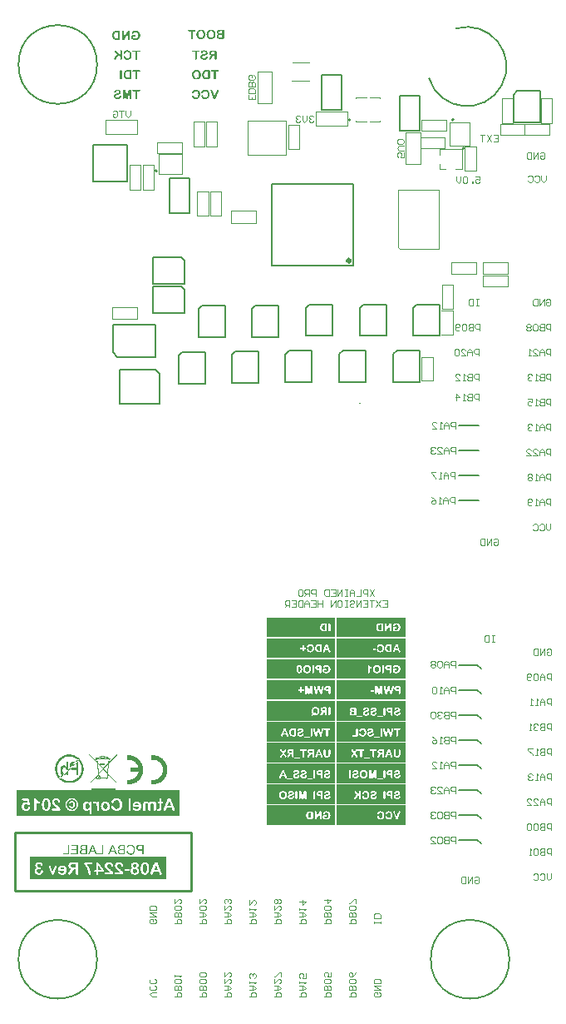
<source format=gbo>
G04 Layer_Color=32896*
%FSLAX43Y43*%
%MOMM*%
G71*
G01*
G75*
%ADD47C,0.200*%
%ADD49C,0.150*%
%ADD112C,0.254*%
%ADD114C,0.100*%
%ADD115C,0.112*%
%ADD201C,0.400*%
%ADD202C,0.203*%
G36*
X-43593Y-5074D02*
X-43576Y-5076D01*
X-43561Y-5081D01*
X-43549Y-5086D01*
X-43540Y-5091D01*
X-43532Y-5096D01*
X-43529Y-5099D01*
X-43527Y-5100D01*
X-43519Y-5111D01*
X-43512Y-5125D01*
X-43507Y-5140D01*
X-43505Y-5155D01*
X-43502Y-5168D01*
X-43501Y-5179D01*
Y-5186D01*
Y-5188D01*
Y-5189D01*
Y-5869D01*
Y-5885D01*
X-43502Y-5899D01*
X-43504Y-5911D01*
X-43505Y-5923D01*
X-43506Y-5931D01*
X-43507Y-5938D01*
X-43509Y-5941D01*
Y-5943D01*
X-43512Y-5953D01*
X-43517Y-5961D01*
X-43522Y-5968D01*
X-43529Y-5974D01*
X-43534Y-5979D01*
X-43539Y-5983D01*
X-43541Y-5984D01*
X-43542Y-5985D01*
X-43554Y-5990D01*
X-43566Y-5994D01*
X-43591Y-5997D01*
X-43602Y-5999D01*
X-43611Y-6000D01*
X-43888D01*
X-43910Y-5999D01*
X-43928Y-5997D01*
X-43946Y-5996D01*
X-43960Y-5995D01*
X-43970Y-5994D01*
X-43976Y-5992D01*
X-43978D01*
X-43997Y-5989D01*
X-44015Y-5984D01*
X-44031Y-5980D01*
X-44045Y-5975D01*
X-44057Y-5970D01*
X-44066Y-5968D01*
X-44071Y-5965D01*
X-44073Y-5964D01*
X-44090Y-5956D01*
X-44106Y-5946D01*
X-44120Y-5938D01*
X-44132Y-5929D01*
X-44142Y-5921D01*
X-44150Y-5915D01*
X-44155Y-5911D01*
X-44156Y-5910D01*
X-44173Y-5894D01*
X-44188Y-5876D01*
X-44201Y-5860D01*
X-44212Y-5844D01*
X-44221Y-5831D01*
X-44228Y-5820D01*
X-44232Y-5814D01*
X-44233Y-5811D01*
X-44243Y-5790D01*
X-44253Y-5769D01*
X-44261Y-5748D01*
X-44267Y-5729D01*
X-44272Y-5713D01*
X-44276Y-5699D01*
X-44277Y-5694D01*
Y-5690D01*
X-44278Y-5689D01*
Y-5688D01*
X-44283Y-5661D01*
X-44287Y-5634D01*
X-44290Y-5609D01*
X-44292Y-5585D01*
Y-5565D01*
X-44293Y-5556D01*
Y-5549D01*
Y-5543D01*
Y-5539D01*
Y-5536D01*
Y-5535D01*
X-44292Y-5489D01*
X-44287Y-5446D01*
X-44280Y-5406D01*
X-44271Y-5369D01*
X-44260Y-5335D01*
X-44247Y-5304D01*
X-44235Y-5276D01*
X-44221Y-5251D01*
X-44207Y-5229D01*
X-44195Y-5210D01*
X-44182Y-5194D01*
X-44171Y-5181D01*
X-44162Y-5170D01*
X-44155Y-5164D01*
X-44150Y-5159D01*
X-44148Y-5158D01*
X-44127Y-5140D01*
X-44105Y-5126D01*
X-44085Y-5115D01*
X-44065Y-5106D01*
X-44048Y-5099D01*
X-44035Y-5095D01*
X-44030Y-5094D01*
X-44026Y-5093D01*
X-44025Y-5091D01*
X-44023D01*
X-43997Y-5085D01*
X-43970Y-5080D01*
X-43942Y-5078D01*
X-43916Y-5075D01*
X-43893Y-5074D01*
X-43885Y-5073D01*
X-43615D01*
X-43593Y-5074D01*
D02*
G37*
G36*
X-15600Y-66975D02*
X-22600D01*
Y-64975D01*
X-15600D01*
Y-66975D01*
D02*
G37*
G36*
X-44544Y-5058D02*
X-44532Y-5061D01*
X-44520Y-5065D01*
X-44511Y-5070D01*
X-44502Y-5076D01*
X-44497Y-5080D01*
X-44493Y-5084D01*
X-44492Y-5085D01*
X-44483Y-5098D01*
X-44477Y-5110D01*
X-44473Y-5125D01*
X-44471Y-5139D01*
X-44468Y-5151D01*
X-44467Y-5161D01*
Y-5169D01*
Y-5170D01*
Y-5171D01*
Y-5903D01*
X-44468Y-5923D01*
X-44471Y-5940D01*
X-44475Y-5954D01*
X-44480Y-5966D01*
X-44485Y-5975D01*
X-44488Y-5983D01*
X-44491Y-5986D01*
X-44492Y-5988D01*
X-44502Y-5997D01*
X-44513Y-6004D01*
X-44525Y-6009D01*
X-44536Y-6012D01*
X-44544Y-6015D01*
X-44553Y-6016D01*
X-44560D01*
X-44574Y-6015D01*
X-44588Y-6012D01*
X-44599Y-6008D01*
X-44609Y-6003D01*
X-44618Y-5997D01*
X-44623Y-5992D01*
X-44627Y-5990D01*
X-44628Y-5989D01*
X-44637Y-5976D01*
X-44643Y-5963D01*
X-44648Y-5949D01*
X-44651Y-5935D01*
X-44653Y-5923D01*
X-44654Y-5913D01*
Y-5905D01*
Y-5903D01*
Y-5171D01*
X-44653Y-5151D01*
X-44651Y-5134D01*
X-44646Y-5119D01*
X-44642Y-5106D01*
X-44637Y-5098D01*
X-44632Y-5090D01*
X-44629Y-5086D01*
X-44628Y-5085D01*
X-44618Y-5075D01*
X-44607Y-5069D01*
X-44594Y-5064D01*
X-44584Y-5060D01*
X-44574Y-5058D01*
X-44567Y-5056D01*
X-44560D01*
X-44544Y-5058D01*
D02*
G37*
G36*
X-42677Y-5074D02*
X-42664Y-5076D01*
X-42651Y-5079D01*
X-42641Y-5083D01*
X-42632Y-5088D01*
X-42627Y-5090D01*
X-42624Y-5093D01*
X-42622Y-5094D01*
X-42615Y-5103D01*
X-42609Y-5111D01*
X-42605Y-5121D01*
X-42601Y-5130D01*
X-42600Y-5139D01*
X-42599Y-5145D01*
Y-5150D01*
Y-5151D01*
X-42600Y-5164D01*
X-42603Y-5175D01*
X-42606Y-5185D01*
X-42611Y-5193D01*
X-42615Y-5199D01*
X-42619Y-5204D01*
X-42621Y-5206D01*
X-42622Y-5208D01*
X-42632Y-5214D01*
X-42644Y-5219D01*
X-42655Y-5223D01*
X-42667Y-5225D01*
X-42677Y-5226D01*
X-42686Y-5228D01*
X-42900D01*
Y-5903D01*
X-42901Y-5923D01*
X-42904Y-5940D01*
X-42909Y-5955D01*
X-42914Y-5968D01*
X-42917Y-5976D01*
X-42922Y-5984D01*
X-42925Y-5988D01*
X-42926Y-5989D01*
X-42936Y-5997D01*
X-42947Y-6005D01*
X-42959Y-6010D01*
X-42970Y-6012D01*
X-42979Y-6015D01*
X-42987Y-6016D01*
X-42994D01*
X-43009Y-6015D01*
X-43021Y-6012D01*
X-43034Y-6008D01*
X-43042Y-6003D01*
X-43051Y-5997D01*
X-43056Y-5992D01*
X-43060Y-5990D01*
X-43061Y-5989D01*
X-43070Y-5976D01*
X-43076Y-5963D01*
X-43081Y-5949D01*
X-43084Y-5935D01*
X-43086Y-5923D01*
X-43087Y-5913D01*
Y-5905D01*
Y-5903D01*
Y-5228D01*
X-43292D01*
X-43309Y-5226D01*
X-43324Y-5224D01*
X-43336Y-5221D01*
X-43346Y-5218D01*
X-43354Y-5214D01*
X-43359Y-5210D01*
X-43362Y-5209D01*
X-43364Y-5208D01*
X-43372Y-5199D01*
X-43379Y-5190D01*
X-43382Y-5180D01*
X-43386Y-5171D01*
X-43387Y-5164D01*
X-43389Y-5158D01*
Y-5153D01*
Y-5151D01*
X-43387Y-5139D01*
X-43385Y-5128D01*
X-43381Y-5118D01*
X-43377Y-5110D01*
X-43372Y-5104D01*
X-43369Y-5099D01*
X-43366Y-5096D01*
X-43365Y-5095D01*
X-43355Y-5088D01*
X-43344Y-5083D01*
X-43331Y-5078D01*
X-43320Y-5075D01*
X-43309Y-5074D01*
X-43300Y-5073D01*
X-42694D01*
X-42677Y-5074D01*
D02*
G37*
G36*
X-43871Y-3058D02*
X-43838Y-3061D01*
X-43808Y-3068D01*
X-43782Y-3073D01*
X-43771Y-3076D01*
X-43761Y-3079D01*
X-43752Y-3083D01*
X-43745Y-3085D01*
X-43738Y-3086D01*
X-43733Y-3089D01*
X-43731Y-3090D01*
X-43730D01*
X-43701Y-3104D01*
X-43673Y-3119D01*
X-43650Y-3135D01*
X-43628Y-3150D01*
X-43612Y-3164D01*
X-43600Y-3176D01*
X-43595Y-3180D01*
X-43591Y-3184D01*
X-43590Y-3185D01*
X-43589Y-3186D01*
X-43567Y-3211D01*
X-43549Y-3236D01*
X-43534Y-3261D01*
X-43520Y-3285D01*
X-43510Y-3306D01*
X-43506Y-3315D01*
X-43502Y-3323D01*
X-43500Y-3329D01*
X-43497Y-3334D01*
X-43496Y-3336D01*
Y-3338D01*
X-43485Y-3371D01*
X-43477Y-3406D01*
X-43471Y-3440D01*
X-43467Y-3471D01*
X-43466Y-3485D01*
X-43465Y-3499D01*
Y-3510D01*
X-43464Y-3520D01*
Y-3528D01*
Y-3534D01*
Y-3538D01*
Y-3539D01*
Y-3564D01*
X-43466Y-3588D01*
X-43467Y-3610D01*
X-43470Y-3630D01*
X-43472Y-3646D01*
X-43474Y-3658D01*
X-43475Y-3663D01*
X-43476Y-3666D01*
Y-3668D01*
Y-3669D01*
X-43481Y-3691D01*
X-43487Y-3713D01*
X-43494Y-3733D01*
X-43500Y-3750D01*
X-43506Y-3764D01*
X-43511Y-3775D01*
X-43514Y-3783D01*
X-43515Y-3784D01*
Y-3785D01*
X-43525Y-3805D01*
X-43536Y-3823D01*
X-43546Y-3840D01*
X-43556Y-3854D01*
X-43565Y-3866D01*
X-43571Y-3875D01*
X-43576Y-3880D01*
X-43577Y-3883D01*
X-43593Y-3900D01*
X-43608Y-3915D01*
X-43623Y-3928D01*
X-43637Y-3939D01*
X-43650Y-3948D01*
X-43658Y-3955D01*
X-43665Y-3959D01*
X-43667Y-3960D01*
X-43686Y-3970D01*
X-43705Y-3979D01*
X-43723Y-3986D01*
X-43740Y-3993D01*
X-43755Y-3996D01*
X-43766Y-4000D01*
X-43773Y-4001D01*
X-43775Y-4003D01*
X-43776D01*
X-43798Y-4008D01*
X-43822Y-4010D01*
X-43845Y-4012D01*
X-43866Y-4015D01*
X-43883D01*
X-43897Y-4016D01*
X-43910D01*
X-43945Y-4015D01*
X-43977Y-4011D01*
X-44006Y-4006D01*
X-44031Y-4001D01*
X-44042Y-3999D01*
X-44052Y-3996D01*
X-44060Y-3994D01*
X-44067Y-3991D01*
X-44072Y-3989D01*
X-44076Y-3987D01*
X-44078Y-3986D01*
X-44080D01*
X-44106Y-3974D01*
X-44128Y-3960D01*
X-44150Y-3946D01*
X-44166Y-3934D01*
X-44180Y-3923D01*
X-44190Y-3914D01*
X-44196Y-3908D01*
X-44198Y-3905D01*
X-44215Y-3886D01*
X-44230Y-3868D01*
X-44241Y-3851D01*
X-44251Y-3835D01*
X-44258Y-3823D01*
X-44263Y-3813D01*
X-44266Y-3806D01*
X-44267Y-3804D01*
X-44275Y-3785D01*
X-44280Y-3768D01*
X-44285Y-3751D01*
X-44287Y-3738D01*
X-44288Y-3725D01*
X-44290Y-3716D01*
Y-3711D01*
Y-3709D01*
X-44288Y-3696D01*
X-44286Y-3685D01*
X-44282Y-3675D01*
X-44277Y-3666D01*
X-44272Y-3659D01*
X-44268Y-3654D01*
X-44266Y-3651D01*
X-44265Y-3650D01*
X-44256Y-3643D01*
X-44246Y-3636D01*
X-44236Y-3633D01*
X-44227Y-3629D01*
X-44220Y-3628D01*
X-44213Y-3626D01*
X-44208D01*
X-44195Y-3628D01*
X-44182Y-3630D01*
X-44172Y-3634D01*
X-44165Y-3638D01*
X-44158Y-3643D01*
X-44155Y-3646D01*
X-44152Y-3649D01*
X-44151Y-3650D01*
X-44145Y-3659D01*
X-44138Y-3669D01*
X-44130Y-3689D01*
X-44126Y-3698D01*
X-44123Y-3704D01*
X-44121Y-3709D01*
Y-3710D01*
X-44110Y-3738D01*
X-44096Y-3761D01*
X-44081Y-3781D01*
X-44067Y-3798D01*
X-44055Y-3811D01*
X-44045Y-3820D01*
X-44038Y-3825D01*
X-44037Y-3828D01*
X-44036D01*
X-44015Y-3841D01*
X-43991Y-3850D01*
X-43968Y-3858D01*
X-43947Y-3863D01*
X-43928Y-3865D01*
X-43920Y-3866D01*
X-43913D01*
X-43907Y-3868D01*
X-43900D01*
X-43872Y-3866D01*
X-43847Y-3863D01*
X-43825Y-3856D01*
X-43806Y-3850D01*
X-43790Y-3844D01*
X-43778Y-3838D01*
X-43771Y-3834D01*
X-43770Y-3833D01*
X-43768D01*
X-43748Y-3818D01*
X-43732Y-3801D01*
X-43717Y-3783D01*
X-43706Y-3765D01*
X-43696Y-3750D01*
X-43688Y-3736D01*
X-43687Y-3733D01*
X-43685Y-3729D01*
X-43683Y-3726D01*
Y-3725D01*
X-43673Y-3696D01*
X-43666Y-3666D01*
X-43661Y-3636D01*
X-43657Y-3608D01*
X-43656Y-3595D01*
X-43655Y-3583D01*
Y-3573D01*
X-43653Y-3563D01*
Y-3555D01*
Y-3550D01*
Y-3546D01*
Y-3545D01*
X-43655Y-3515D01*
X-43656Y-3488D01*
X-43660Y-3461D01*
X-43663Y-3438D01*
X-43670Y-3415D01*
X-43675Y-3394D01*
X-43681Y-3375D01*
X-43687Y-3359D01*
X-43693Y-3344D01*
X-43700Y-3330D01*
X-43706Y-3319D01*
X-43711Y-3310D01*
X-43715Y-3303D01*
X-43718Y-3298D01*
X-43720Y-3295D01*
X-43721Y-3294D01*
X-43735Y-3278D01*
X-43748Y-3265D01*
X-43763Y-3253D01*
X-43778Y-3243D01*
X-43795Y-3234D01*
X-43810Y-3226D01*
X-43825Y-3221D01*
X-43840Y-3216D01*
X-43853Y-3213D01*
X-43866Y-3210D01*
X-43877Y-3208D01*
X-43887Y-3206D01*
X-43895Y-3205D01*
X-43906D01*
X-43932Y-3206D01*
X-43956Y-3210D01*
X-43977Y-3216D01*
X-43995Y-3223D01*
X-44008Y-3229D01*
X-44020Y-3235D01*
X-44026Y-3239D01*
X-44028Y-3240D01*
X-44046Y-3254D01*
X-44063Y-3270D01*
X-44077Y-3288D01*
X-44091Y-3305D01*
X-44101Y-3320D01*
X-44108Y-3333D01*
X-44111Y-3338D01*
X-44113Y-3341D01*
X-44115Y-3343D01*
Y-3344D01*
X-44123Y-3358D01*
X-44131Y-3370D01*
X-44137Y-3380D01*
X-44143Y-3389D01*
X-44148Y-3395D01*
X-44152Y-3399D01*
X-44153Y-3401D01*
X-44155Y-3403D01*
X-44162Y-3409D01*
X-44171Y-3413D01*
X-44190Y-3418D01*
X-44197Y-3419D01*
X-44203Y-3420D01*
X-44210D01*
X-44221Y-3419D01*
X-44231Y-3416D01*
X-44241Y-3413D01*
X-44248Y-3408D01*
X-44255Y-3403D01*
X-44260Y-3399D01*
X-44262Y-3396D01*
X-44263Y-3395D01*
X-44271Y-3385D01*
X-44277Y-3375D01*
X-44281Y-3366D01*
X-44285Y-3356D01*
X-44286Y-3349D01*
X-44287Y-3343D01*
Y-3339D01*
Y-3338D01*
X-44285Y-3315D01*
X-44280Y-3294D01*
X-44272Y-3273D01*
X-44263Y-3253D01*
X-44255Y-3236D01*
X-44247Y-3224D01*
X-44245Y-3219D01*
X-44242Y-3215D01*
X-44240Y-3214D01*
Y-3213D01*
X-44221Y-3189D01*
X-44200Y-3168D01*
X-44177Y-3149D01*
X-44155Y-3133D01*
X-44135Y-3119D01*
X-44127Y-3114D01*
X-44120Y-3109D01*
X-44113Y-3106D01*
X-44108Y-3104D01*
X-44106Y-3101D01*
X-44105D01*
X-44071Y-3086D01*
X-44037Y-3075D01*
X-44003Y-3068D01*
X-43972Y-3061D01*
X-43957Y-3060D01*
X-43945Y-3059D01*
X-43933Y-3058D01*
X-43923D01*
X-43916Y-3056D01*
X-43905D01*
X-43871Y-3058D01*
D02*
G37*
G36*
X-44538D02*
X-44525Y-3061D01*
X-44512Y-3065D01*
X-44502Y-3070D01*
X-44495Y-3076D01*
X-44490Y-3080D01*
X-44486Y-3084D01*
X-44485Y-3085D01*
X-44477Y-3098D01*
X-44471Y-3110D01*
X-44467Y-3125D01*
X-44463Y-3139D01*
X-44462Y-3151D01*
X-44461Y-3161D01*
Y-3169D01*
Y-3170D01*
Y-3171D01*
Y-3861D01*
Y-3876D01*
Y-3890D01*
Y-3901D01*
X-44462Y-3911D01*
Y-3919D01*
Y-3924D01*
Y-3928D01*
Y-3929D01*
X-44465Y-3945D01*
X-44468Y-3959D01*
X-44471Y-3964D01*
X-44472Y-3966D01*
X-44473Y-3969D01*
Y-3970D01*
X-44483Y-3984D01*
X-44495Y-3995D01*
X-44500Y-3999D01*
X-44503Y-4001D01*
X-44506Y-4004D01*
X-44507D01*
X-44523Y-4011D01*
X-44538Y-4015D01*
X-44544D01*
X-44549Y-4016D01*
X-44553D01*
X-44568Y-4015D01*
X-44581Y-4012D01*
X-44593Y-4008D01*
X-44602Y-4003D01*
X-44611Y-3997D01*
X-44616Y-3993D01*
X-44619Y-3990D01*
X-44621Y-3989D01*
X-44629Y-3976D01*
X-44637Y-3963D01*
X-44642Y-3949D01*
X-44644Y-3935D01*
X-44647Y-3923D01*
X-44648Y-3913D01*
Y-3905D01*
Y-3903D01*
Y-3710D01*
X-44802Y-3563D01*
X-45023Y-3905D01*
X-45033Y-3923D01*
X-45043Y-3939D01*
X-45047Y-3946D01*
X-45051Y-3951D01*
X-45052Y-3955D01*
X-45053Y-3956D01*
X-45067Y-3975D01*
X-45074Y-3983D01*
X-45081Y-3989D01*
X-45087Y-3994D01*
X-45092Y-3997D01*
X-45094Y-3999D01*
X-45096Y-4000D01*
X-45106Y-4005D01*
X-45116Y-4009D01*
X-45137Y-4014D01*
X-45146Y-4015D01*
X-45153Y-4016D01*
X-45159D01*
X-45174Y-4015D01*
X-45188Y-4012D01*
X-45199Y-4009D01*
X-45208Y-4005D01*
X-45216Y-4001D01*
X-45222Y-3997D01*
X-45224Y-3995D01*
X-45226Y-3994D01*
X-45234Y-3985D01*
X-45241Y-3976D01*
X-45244Y-3966D01*
X-45248Y-3959D01*
X-45249Y-3951D01*
X-45251Y-3945D01*
Y-3941D01*
Y-3940D01*
Y-3930D01*
X-45248Y-3920D01*
X-45246Y-3910D01*
X-45243Y-3901D01*
X-45241Y-3894D01*
X-45238Y-3889D01*
X-45237Y-3885D01*
X-45236Y-3884D01*
X-45229Y-3873D01*
X-45223Y-3860D01*
X-45217Y-3849D01*
X-45209Y-3838D01*
X-45204Y-3828D01*
X-45199Y-3820D01*
X-45196Y-3815D01*
X-45194Y-3814D01*
X-44931Y-3436D01*
X-45159Y-3220D01*
X-45173Y-3205D01*
X-45184Y-3190D01*
X-45192Y-3176D01*
X-45197Y-3164D01*
X-45199Y-3154D01*
X-45202Y-3146D01*
Y-3140D01*
Y-3139D01*
X-45201Y-3126D01*
X-45198Y-3115D01*
X-45194Y-3105D01*
X-45189Y-3096D01*
X-45184Y-3089D01*
X-45181Y-3084D01*
X-45178Y-3081D01*
X-45177Y-3080D01*
X-45167Y-3073D01*
X-45156Y-3066D01*
X-45146Y-3063D01*
X-45136Y-3059D01*
X-45126Y-3058D01*
X-45118Y-3056D01*
X-45101D01*
X-45091Y-3059D01*
X-45082Y-3060D01*
X-45076Y-3063D01*
X-45069Y-3065D01*
X-45066Y-3068D01*
X-45063Y-3069D01*
X-45062Y-3070D01*
X-45054Y-3076D01*
X-45047Y-3083D01*
X-45032Y-3096D01*
X-45026Y-3101D01*
X-45022Y-3106D01*
X-45018Y-3110D01*
X-45017Y-3111D01*
X-44648Y-3495D01*
Y-3171D01*
X-44647Y-3151D01*
X-44644Y-3134D01*
X-44639Y-3119D01*
X-44636Y-3106D01*
X-44631Y-3098D01*
X-44626Y-3090D01*
X-44623Y-3086D01*
X-44622Y-3085D01*
X-44612Y-3075D01*
X-44601Y-3069D01*
X-44588Y-3064D01*
X-44578Y-3060D01*
X-44568Y-3058D01*
X-44561Y-3056D01*
X-44553D01*
X-44538Y-3058D01*
D02*
G37*
G36*
X-22725Y-79725D02*
X-29725D01*
Y-77725D01*
X-22725D01*
Y-79725D01*
D02*
G37*
G36*
X-42677Y-3074D02*
X-42664Y-3076D01*
X-42651Y-3079D01*
X-42641Y-3083D01*
X-42632Y-3088D01*
X-42627Y-3090D01*
X-42624Y-3093D01*
X-42622Y-3094D01*
X-42615Y-3103D01*
X-42609Y-3111D01*
X-42605Y-3121D01*
X-42601Y-3130D01*
X-42600Y-3139D01*
X-42599Y-3145D01*
Y-3150D01*
Y-3151D01*
X-42600Y-3164D01*
X-42603Y-3175D01*
X-42606Y-3185D01*
X-42611Y-3193D01*
X-42615Y-3199D01*
X-42619Y-3204D01*
X-42621Y-3206D01*
X-42622Y-3208D01*
X-42632Y-3214D01*
X-42644Y-3219D01*
X-42655Y-3223D01*
X-42667Y-3225D01*
X-42677Y-3226D01*
X-42686Y-3228D01*
X-42900D01*
Y-3903D01*
X-42901Y-3923D01*
X-42904Y-3940D01*
X-42909Y-3955D01*
X-42914Y-3968D01*
X-42917Y-3976D01*
X-42922Y-3984D01*
X-42925Y-3987D01*
X-42926Y-3989D01*
X-42936Y-3997D01*
X-42947Y-4005D01*
X-42959Y-4010D01*
X-42970Y-4012D01*
X-42979Y-4015D01*
X-42987Y-4016D01*
X-42994D01*
X-43009Y-4015D01*
X-43021Y-4012D01*
X-43034Y-4008D01*
X-43042Y-4003D01*
X-43051Y-3997D01*
X-43056Y-3993D01*
X-43060Y-3990D01*
X-43061Y-3989D01*
X-43070Y-3976D01*
X-43076Y-3963D01*
X-43081Y-3949D01*
X-43084Y-3935D01*
X-43086Y-3923D01*
X-43087Y-3913D01*
Y-3905D01*
Y-3903D01*
Y-3228D01*
X-43292D01*
X-43309Y-3226D01*
X-43324Y-3224D01*
X-43336Y-3221D01*
X-43346Y-3218D01*
X-43354Y-3214D01*
X-43359Y-3210D01*
X-43362Y-3209D01*
X-43364Y-3208D01*
X-43372Y-3199D01*
X-43379Y-3190D01*
X-43382Y-3180D01*
X-43386Y-3171D01*
X-43387Y-3164D01*
X-43389Y-3158D01*
Y-3153D01*
Y-3151D01*
X-43387Y-3139D01*
X-43385Y-3128D01*
X-43381Y-3118D01*
X-43377Y-3110D01*
X-43372Y-3104D01*
X-43369Y-3099D01*
X-43366Y-3096D01*
X-43365Y-3095D01*
X-43355Y-3088D01*
X-43344Y-3083D01*
X-43331Y-3078D01*
X-43320Y-3075D01*
X-43309Y-3074D01*
X-43300Y-3073D01*
X-42694D01*
X-42677Y-3074D01*
D02*
G37*
G36*
X-43590Y-7074D02*
X-43572Y-7076D01*
X-43558Y-7079D01*
X-43546Y-7083D01*
X-43536Y-7088D01*
X-43530Y-7090D01*
X-43525Y-7093D01*
X-43524Y-7094D01*
X-43514Y-7104D01*
X-43506Y-7115D01*
X-43500Y-7129D01*
X-43496Y-7143D01*
X-43494Y-7156D01*
X-43492Y-7166D01*
Y-7174D01*
Y-7175D01*
Y-7176D01*
Y-7910D01*
X-43494Y-7929D01*
X-43496Y-7945D01*
X-43500Y-7959D01*
X-43505Y-7970D01*
X-43509Y-7979D01*
X-43512Y-7985D01*
X-43515Y-7989D01*
X-43516Y-7990D01*
X-43526Y-7999D01*
X-43536Y-8005D01*
X-43546Y-8010D01*
X-43556Y-8012D01*
X-43565Y-8015D01*
X-43571Y-8016D01*
X-43577D01*
X-43591Y-8015D01*
X-43605Y-8012D01*
X-43615Y-8007D01*
X-43625Y-8002D01*
X-43631Y-7999D01*
X-43637Y-7994D01*
X-43640Y-7991D01*
X-43641Y-7990D01*
X-43648Y-7979D01*
X-43655Y-7966D01*
X-43658Y-7953D01*
X-43662Y-7940D01*
X-43663Y-7929D01*
X-43665Y-7919D01*
Y-7913D01*
Y-7910D01*
Y-7269D01*
X-43812Y-7861D01*
X-43817Y-7883D01*
X-43820Y-7891D01*
X-43822Y-7900D01*
X-43825Y-7908D01*
X-43826Y-7913D01*
X-43827Y-7916D01*
Y-7918D01*
X-43833Y-7936D01*
X-43840Y-7951D01*
X-43843Y-7958D01*
X-43845Y-7963D01*
X-43847Y-7965D01*
Y-7966D01*
X-43858Y-7981D01*
X-43870Y-7992D01*
X-43875Y-7997D01*
X-43878Y-8000D01*
X-43881Y-8001D01*
X-43882Y-8002D01*
X-43891Y-8007D01*
X-43901Y-8010D01*
X-43920Y-8015D01*
X-43927D01*
X-43933Y-8016D01*
X-43938D01*
X-43953Y-8015D01*
X-43967Y-8012D01*
X-43978Y-8010D01*
X-43988Y-8005D01*
X-43996Y-8001D01*
X-44002Y-7999D01*
X-44005Y-7996D01*
X-44006Y-7995D01*
X-44015Y-7986D01*
X-44022Y-7977D01*
X-44027Y-7970D01*
X-44032Y-7963D01*
X-44036Y-7956D01*
X-44038Y-7951D01*
X-44040Y-7948D01*
Y-7946D01*
X-44043Y-7935D01*
X-44048Y-7921D01*
X-44052Y-7908D01*
X-44056Y-7894D01*
X-44060Y-7881D01*
X-44062Y-7870D01*
X-44065Y-7864D01*
Y-7861D01*
X-44213Y-7269D01*
Y-7910D01*
X-44215Y-7929D01*
X-44217Y-7945D01*
X-44221Y-7959D01*
X-44226Y-7970D01*
X-44230Y-7979D01*
X-44233Y-7985D01*
X-44236Y-7989D01*
X-44237Y-7990D01*
X-44247Y-7999D01*
X-44257Y-8005D01*
X-44267Y-8010D01*
X-44277Y-8012D01*
X-44286Y-8015D01*
X-44292Y-8016D01*
X-44298D01*
X-44312Y-8015D01*
X-44326Y-8012D01*
X-44336Y-8007D01*
X-44346Y-8002D01*
X-44352Y-7999D01*
X-44358Y-7994D01*
X-44361Y-7991D01*
X-44362Y-7990D01*
X-44370Y-7979D01*
X-44376Y-7966D01*
X-44380Y-7953D01*
X-44383Y-7940D01*
X-44385Y-7929D01*
X-44386Y-7919D01*
Y-7913D01*
Y-7910D01*
Y-7176D01*
X-44385Y-7155D01*
X-44381Y-7138D01*
X-44376Y-7124D01*
X-44370Y-7113D01*
X-44363Y-7104D01*
X-44358Y-7098D01*
X-44355Y-7095D01*
X-44353Y-7094D01*
X-44341Y-7086D01*
X-44327Y-7081D01*
X-44313Y-7078D01*
X-44300Y-7075D01*
X-44287Y-7074D01*
X-44277Y-7073D01*
X-44191D01*
X-44176Y-7074D01*
X-44162Y-7075D01*
X-44152Y-7078D01*
X-44143Y-7079D01*
X-44138Y-7081D01*
X-44135Y-7083D01*
X-44133D01*
X-44126Y-7086D01*
X-44118Y-7093D01*
X-44107Y-7104D01*
X-44103Y-7109D01*
X-44101Y-7114D01*
X-44098Y-7116D01*
Y-7118D01*
X-44095Y-7128D01*
X-44090Y-7140D01*
X-44082Y-7166D01*
X-44078Y-7179D01*
X-44076Y-7189D01*
X-44075Y-7195D01*
X-44073Y-7196D01*
Y-7198D01*
X-43938Y-7705D01*
X-43803Y-7198D01*
X-43798Y-7178D01*
X-43793Y-7161D01*
X-43790Y-7148D01*
X-43785Y-7136D01*
X-43782Y-7128D01*
X-43780Y-7123D01*
X-43777Y-7119D01*
Y-7118D01*
X-43772Y-7109D01*
X-43767Y-7101D01*
X-43761Y-7095D01*
X-43756Y-7090D01*
X-43751Y-7088D01*
X-43746Y-7085D01*
X-43743Y-7083D01*
X-43742D01*
X-43732Y-7079D01*
X-43721Y-7076D01*
X-43696Y-7074D01*
X-43685Y-7073D01*
X-43608D01*
X-43590Y-7074D01*
D02*
G37*
G36*
X-36906Y-7058D02*
X-36873Y-7061D01*
X-36843Y-7068D01*
X-36817Y-7073D01*
X-36806Y-7076D01*
X-36796Y-7079D01*
X-36787Y-7083D01*
X-36779Y-7085D01*
X-36773Y-7086D01*
X-36768Y-7089D01*
X-36766Y-7090D01*
X-36764D01*
X-36736Y-7104D01*
X-36708Y-7119D01*
X-36684Y-7135D01*
X-36663Y-7150D01*
X-36647Y-7164D01*
X-36634Y-7176D01*
X-36629Y-7180D01*
X-36626Y-7184D01*
X-36624Y-7185D01*
X-36623Y-7186D01*
X-36602Y-7211D01*
X-36583Y-7236D01*
X-36568Y-7261D01*
X-36555Y-7285D01*
X-36544Y-7306D01*
X-36541Y-7315D01*
X-36537Y-7323D01*
X-36535Y-7329D01*
X-36532Y-7334D01*
X-36531Y-7336D01*
Y-7338D01*
X-36520Y-7371D01*
X-36512Y-7406D01*
X-36506Y-7440D01*
X-36502Y-7471D01*
X-36501Y-7485D01*
X-36500Y-7499D01*
Y-7510D01*
X-36498Y-7520D01*
Y-7528D01*
Y-7534D01*
Y-7538D01*
Y-7539D01*
Y-7564D01*
X-36501Y-7588D01*
X-36502Y-7610D01*
X-36505Y-7630D01*
X-36507Y-7646D01*
X-36508Y-7658D01*
X-36510Y-7663D01*
X-36511Y-7666D01*
Y-7668D01*
Y-7669D01*
X-36516Y-7691D01*
X-36522Y-7713D01*
X-36528Y-7733D01*
X-36535Y-7750D01*
X-36541Y-7764D01*
X-36546Y-7775D01*
X-36548Y-7783D01*
X-36549Y-7784D01*
Y-7785D01*
X-36560Y-7805D01*
X-36571Y-7823D01*
X-36581Y-7840D01*
X-36591Y-7854D01*
X-36599Y-7866D01*
X-36606Y-7875D01*
X-36611Y-7880D01*
X-36612Y-7883D01*
X-36628Y-7900D01*
X-36643Y-7915D01*
X-36658Y-7928D01*
X-36672Y-7939D01*
X-36684Y-7948D01*
X-36693Y-7955D01*
X-36699Y-7959D01*
X-36702Y-7960D01*
X-36721Y-7970D01*
X-36739Y-7979D01*
X-36758Y-7986D01*
X-36774Y-7992D01*
X-36789Y-7996D01*
X-36801Y-8000D01*
X-36808Y-8001D01*
X-36809Y-8002D01*
X-36811D01*
X-36833Y-8007D01*
X-36857Y-8010D01*
X-36879Y-8012D01*
X-36901Y-8015D01*
X-36918D01*
X-36932Y-8016D01*
X-36944D01*
X-36979Y-8015D01*
X-37012Y-8011D01*
X-37041Y-8006D01*
X-37066Y-8001D01*
X-37077Y-7999D01*
X-37087Y-7996D01*
X-37094Y-7994D01*
X-37102Y-7991D01*
X-37107Y-7989D01*
X-37111Y-7988D01*
X-37113Y-7986D01*
X-37114D01*
X-37141Y-7974D01*
X-37163Y-7960D01*
X-37184Y-7946D01*
X-37201Y-7934D01*
X-37214Y-7923D01*
X-37224Y-7914D01*
X-37231Y-7908D01*
X-37233Y-7905D01*
X-37249Y-7886D01*
X-37264Y-7868D01*
X-37276Y-7851D01*
X-37286Y-7835D01*
X-37293Y-7823D01*
X-37298Y-7813D01*
X-37301Y-7806D01*
X-37302Y-7804D01*
X-37309Y-7785D01*
X-37314Y-7768D01*
X-37319Y-7751D01*
X-37322Y-7738D01*
X-37323Y-7725D01*
X-37324Y-7716D01*
Y-7711D01*
Y-7709D01*
X-37323Y-7696D01*
X-37321Y-7685D01*
X-37317Y-7675D01*
X-37312Y-7666D01*
X-37307Y-7659D01*
X-37303Y-7654D01*
X-37301Y-7651D01*
X-37299Y-7650D01*
X-37291Y-7643D01*
X-37281Y-7636D01*
X-37271Y-7633D01*
X-37262Y-7629D01*
X-37254Y-7628D01*
X-37248Y-7626D01*
X-37243D01*
X-37229Y-7628D01*
X-37217Y-7630D01*
X-37207Y-7634D01*
X-37199Y-7638D01*
X-37193Y-7643D01*
X-37189Y-7646D01*
X-37187Y-7649D01*
X-37186Y-7650D01*
X-37179Y-7659D01*
X-37173Y-7669D01*
X-37164Y-7689D01*
X-37161Y-7698D01*
X-37158Y-7704D01*
X-37156Y-7709D01*
Y-7710D01*
X-37144Y-7738D01*
X-37131Y-7761D01*
X-37116Y-7781D01*
X-37102Y-7798D01*
X-37089Y-7811D01*
X-37079Y-7820D01*
X-37073Y-7825D01*
X-37072Y-7828D01*
X-37071D01*
X-37049Y-7841D01*
X-37026Y-7850D01*
X-37003Y-7858D01*
X-36982Y-7863D01*
X-36963Y-7865D01*
X-36954Y-7866D01*
X-36948D01*
X-36942Y-7868D01*
X-36934D01*
X-36907Y-7866D01*
X-36882Y-7863D01*
X-36859Y-7856D01*
X-36841Y-7850D01*
X-36824Y-7844D01*
X-36813Y-7838D01*
X-36806Y-7834D01*
X-36804Y-7833D01*
X-36803D01*
X-36783Y-7818D01*
X-36767Y-7801D01*
X-36752Y-7783D01*
X-36741Y-7765D01*
X-36731Y-7750D01*
X-36723Y-7736D01*
X-36722Y-7733D01*
X-36719Y-7729D01*
X-36718Y-7726D01*
Y-7725D01*
X-36708Y-7696D01*
X-36701Y-7666D01*
X-36696Y-7636D01*
X-36692Y-7608D01*
X-36691Y-7595D01*
X-36689Y-7583D01*
Y-7573D01*
X-36688Y-7563D01*
Y-7555D01*
Y-7550D01*
Y-7546D01*
Y-7545D01*
X-36689Y-7515D01*
X-36691Y-7488D01*
X-36694Y-7461D01*
X-36698Y-7438D01*
X-36704Y-7415D01*
X-36709Y-7394D01*
X-36716Y-7375D01*
X-36722Y-7359D01*
X-36728Y-7344D01*
X-36734Y-7330D01*
X-36741Y-7319D01*
X-36746Y-7310D01*
X-36749Y-7303D01*
X-36753Y-7298D01*
X-36754Y-7295D01*
X-36756Y-7294D01*
X-36769Y-7278D01*
X-36783Y-7265D01*
X-36798Y-7253D01*
X-36813Y-7243D01*
X-36829Y-7234D01*
X-36844Y-7226D01*
X-36859Y-7221D01*
X-36874Y-7216D01*
X-36888Y-7213D01*
X-36901Y-7210D01*
X-36912Y-7208D01*
X-36922Y-7206D01*
X-36929Y-7205D01*
X-36941D01*
X-36967Y-7206D01*
X-36991Y-7210D01*
X-37012Y-7216D01*
X-37029Y-7223D01*
X-37043Y-7229D01*
X-37054Y-7235D01*
X-37061Y-7239D01*
X-37063Y-7240D01*
X-37081Y-7254D01*
X-37098Y-7270D01*
X-37112Y-7288D01*
X-37126Y-7305D01*
X-37136Y-7320D01*
X-37143Y-7333D01*
X-37146Y-7338D01*
X-37148Y-7341D01*
X-37149Y-7343D01*
Y-7344D01*
X-37158Y-7358D01*
X-37166Y-7370D01*
X-37172Y-7380D01*
X-37178Y-7389D01*
X-37183Y-7395D01*
X-37187Y-7399D01*
X-37188Y-7401D01*
X-37189Y-7403D01*
X-37197Y-7409D01*
X-37206Y-7413D01*
X-37224Y-7418D01*
X-37232Y-7419D01*
X-37238Y-7420D01*
X-37244D01*
X-37256Y-7419D01*
X-37266Y-7416D01*
X-37276Y-7413D01*
X-37283Y-7408D01*
X-37289Y-7403D01*
X-37294Y-7399D01*
X-37297Y-7396D01*
X-37298Y-7395D01*
X-37306Y-7385D01*
X-37312Y-7375D01*
X-37316Y-7366D01*
X-37319Y-7356D01*
X-37321Y-7349D01*
X-37322Y-7343D01*
Y-7339D01*
Y-7338D01*
X-37319Y-7315D01*
X-37314Y-7294D01*
X-37307Y-7273D01*
X-37298Y-7253D01*
X-37289Y-7236D01*
X-37282Y-7224D01*
X-37279Y-7219D01*
X-37277Y-7215D01*
X-37274Y-7214D01*
Y-7213D01*
X-37256Y-7189D01*
X-37234Y-7168D01*
X-37212Y-7149D01*
X-37189Y-7133D01*
X-37169Y-7119D01*
X-37162Y-7114D01*
X-37154Y-7109D01*
X-37148Y-7106D01*
X-37143Y-7104D01*
X-37141Y-7101D01*
X-37139D01*
X-37106Y-7086D01*
X-37072Y-7075D01*
X-37038Y-7068D01*
X-37007Y-7061D01*
X-36992Y-7060D01*
X-36979Y-7059D01*
X-36968Y-7058D01*
X-36958D01*
X-36951Y-7056D01*
X-36939D01*
X-36906Y-7058D01*
D02*
G37*
G36*
X-35946D02*
X-35913Y-7061D01*
X-35883Y-7068D01*
X-35857Y-7073D01*
X-35846Y-7076D01*
X-35836Y-7079D01*
X-35827Y-7083D01*
X-35820Y-7085D01*
X-35813Y-7086D01*
X-35808Y-7089D01*
X-35806Y-7090D01*
X-35805D01*
X-35776Y-7104D01*
X-35748Y-7119D01*
X-35725Y-7135D01*
X-35703Y-7150D01*
X-35687Y-7164D01*
X-35675Y-7176D01*
X-35670Y-7180D01*
X-35666Y-7184D01*
X-35665Y-7185D01*
X-35663Y-7186D01*
X-35642Y-7211D01*
X-35623Y-7236D01*
X-35608Y-7261D01*
X-35595Y-7285D01*
X-35585Y-7306D01*
X-35581Y-7315D01*
X-35577Y-7323D01*
X-35575Y-7329D01*
X-35572Y-7334D01*
X-35571Y-7336D01*
Y-7338D01*
X-35560Y-7371D01*
X-35552Y-7406D01*
X-35546Y-7440D01*
X-35542Y-7471D01*
X-35541Y-7485D01*
X-35540Y-7499D01*
Y-7510D01*
X-35539Y-7520D01*
Y-7528D01*
Y-7534D01*
Y-7538D01*
Y-7539D01*
Y-7564D01*
X-35541Y-7588D01*
X-35542Y-7610D01*
X-35545Y-7630D01*
X-35547Y-7646D01*
X-35549Y-7658D01*
X-35550Y-7663D01*
X-35551Y-7666D01*
Y-7668D01*
Y-7669D01*
X-35556Y-7691D01*
X-35562Y-7713D01*
X-35569Y-7733D01*
X-35575Y-7750D01*
X-35581Y-7764D01*
X-35586Y-7775D01*
X-35589Y-7783D01*
X-35590Y-7784D01*
Y-7785D01*
X-35600Y-7805D01*
X-35611Y-7823D01*
X-35621Y-7840D01*
X-35631Y-7854D01*
X-35640Y-7866D01*
X-35646Y-7875D01*
X-35651Y-7880D01*
X-35652Y-7883D01*
X-35668Y-7900D01*
X-35683Y-7915D01*
X-35698Y-7928D01*
X-35712Y-7939D01*
X-35725Y-7948D01*
X-35733Y-7955D01*
X-35740Y-7959D01*
X-35742Y-7960D01*
X-35761Y-7970D01*
X-35780Y-7979D01*
X-35798Y-7986D01*
X-35815Y-7992D01*
X-35830Y-7996D01*
X-35841Y-8000D01*
X-35848Y-8001D01*
X-35850Y-8002D01*
X-35851D01*
X-35873Y-8007D01*
X-35897Y-8010D01*
X-35920Y-8012D01*
X-35941Y-8015D01*
X-35958D01*
X-35972Y-8016D01*
X-35985D01*
X-36020Y-8015D01*
X-36052Y-8011D01*
X-36081Y-8006D01*
X-36106Y-8001D01*
X-36117Y-7999D01*
X-36127Y-7996D01*
X-36135Y-7994D01*
X-36142Y-7991D01*
X-36147Y-7989D01*
X-36151Y-7988D01*
X-36153Y-7986D01*
X-36155D01*
X-36181Y-7974D01*
X-36203Y-7960D01*
X-36225Y-7946D01*
X-36241Y-7934D01*
X-36255Y-7923D01*
X-36265Y-7914D01*
X-36271Y-7908D01*
X-36273Y-7905D01*
X-36290Y-7886D01*
X-36305Y-7868D01*
X-36316Y-7851D01*
X-36326Y-7835D01*
X-36333Y-7823D01*
X-36338Y-7813D01*
X-36341Y-7806D01*
X-36342Y-7804D01*
X-36350Y-7785D01*
X-36355Y-7768D01*
X-36360Y-7751D01*
X-36362Y-7738D01*
X-36363Y-7725D01*
X-36365Y-7716D01*
Y-7711D01*
Y-7709D01*
X-36363Y-7696D01*
X-36361Y-7685D01*
X-36357Y-7675D01*
X-36352Y-7666D01*
X-36347Y-7659D01*
X-36343Y-7654D01*
X-36341Y-7651D01*
X-36340Y-7650D01*
X-36331Y-7643D01*
X-36321Y-7636D01*
X-36311Y-7633D01*
X-36302Y-7629D01*
X-36295Y-7628D01*
X-36288Y-7626D01*
X-36283D01*
X-36270Y-7628D01*
X-36257Y-7630D01*
X-36247Y-7634D01*
X-36240Y-7638D01*
X-36233Y-7643D01*
X-36230Y-7646D01*
X-36227Y-7649D01*
X-36226Y-7650D01*
X-36220Y-7659D01*
X-36213Y-7669D01*
X-36205Y-7689D01*
X-36201Y-7698D01*
X-36198Y-7704D01*
X-36196Y-7709D01*
Y-7710D01*
X-36185Y-7738D01*
X-36171Y-7761D01*
X-36156Y-7781D01*
X-36142Y-7798D01*
X-36130Y-7811D01*
X-36120Y-7820D01*
X-36113Y-7825D01*
X-36112Y-7828D01*
X-36111D01*
X-36090Y-7841D01*
X-36066Y-7850D01*
X-36043Y-7858D01*
X-36022Y-7863D01*
X-36003Y-7865D01*
X-35995Y-7866D01*
X-35988D01*
X-35982Y-7868D01*
X-35975D01*
X-35947Y-7866D01*
X-35922Y-7863D01*
X-35900Y-7856D01*
X-35881Y-7850D01*
X-35865Y-7844D01*
X-35853Y-7838D01*
X-35846Y-7834D01*
X-35845Y-7833D01*
X-35843D01*
X-35823Y-7818D01*
X-35807Y-7801D01*
X-35792Y-7783D01*
X-35781Y-7765D01*
X-35771Y-7750D01*
X-35763Y-7736D01*
X-35762Y-7733D01*
X-35760Y-7729D01*
X-35758Y-7726D01*
Y-7725D01*
X-35748Y-7696D01*
X-35741Y-7666D01*
X-35736Y-7636D01*
X-35732Y-7608D01*
X-35731Y-7595D01*
X-35730Y-7583D01*
Y-7573D01*
X-35728Y-7563D01*
Y-7555D01*
Y-7550D01*
Y-7546D01*
Y-7545D01*
X-35730Y-7515D01*
X-35731Y-7488D01*
X-35735Y-7461D01*
X-35738Y-7438D01*
X-35745Y-7415D01*
X-35750Y-7394D01*
X-35756Y-7375D01*
X-35762Y-7359D01*
X-35768Y-7344D01*
X-35775Y-7330D01*
X-35781Y-7319D01*
X-35786Y-7310D01*
X-35790Y-7303D01*
X-35793Y-7298D01*
X-35795Y-7295D01*
X-35796Y-7294D01*
X-35810Y-7278D01*
X-35823Y-7265D01*
X-35838Y-7253D01*
X-35853Y-7243D01*
X-35870Y-7234D01*
X-35885Y-7226D01*
X-35900Y-7221D01*
X-35915Y-7216D01*
X-35928Y-7213D01*
X-35941Y-7210D01*
X-35952Y-7208D01*
X-35962Y-7206D01*
X-35970Y-7205D01*
X-35981D01*
X-36007Y-7206D01*
X-36031Y-7210D01*
X-36052Y-7216D01*
X-36070Y-7223D01*
X-36083Y-7229D01*
X-36095Y-7235D01*
X-36101Y-7239D01*
X-36103Y-7240D01*
X-36121Y-7254D01*
X-36138Y-7270D01*
X-36152Y-7288D01*
X-36166Y-7305D01*
X-36176Y-7320D01*
X-36183Y-7333D01*
X-36186Y-7338D01*
X-36188Y-7341D01*
X-36190Y-7343D01*
Y-7344D01*
X-36198Y-7358D01*
X-36206Y-7370D01*
X-36212Y-7380D01*
X-36218Y-7389D01*
X-36223Y-7395D01*
X-36227Y-7399D01*
X-36228Y-7401D01*
X-36230Y-7403D01*
X-36237Y-7409D01*
X-36246Y-7413D01*
X-36265Y-7418D01*
X-36272Y-7419D01*
X-36278Y-7420D01*
X-36285D01*
X-36296Y-7419D01*
X-36306Y-7416D01*
X-36316Y-7413D01*
X-36323Y-7408D01*
X-36330Y-7403D01*
X-36335Y-7399D01*
X-36337Y-7396D01*
X-36338Y-7395D01*
X-36346Y-7385D01*
X-36352Y-7375D01*
X-36356Y-7366D01*
X-36360Y-7356D01*
X-36361Y-7349D01*
X-36362Y-7343D01*
Y-7339D01*
Y-7338D01*
X-36360Y-7315D01*
X-36355Y-7294D01*
X-36347Y-7273D01*
X-36338Y-7253D01*
X-36330Y-7236D01*
X-36322Y-7224D01*
X-36320Y-7219D01*
X-36317Y-7215D01*
X-36315Y-7214D01*
Y-7213D01*
X-36296Y-7189D01*
X-36275Y-7168D01*
X-36252Y-7149D01*
X-36230Y-7133D01*
X-36210Y-7119D01*
X-36202Y-7114D01*
X-36195Y-7109D01*
X-36188Y-7106D01*
X-36183Y-7104D01*
X-36181Y-7101D01*
X-36180D01*
X-36146Y-7086D01*
X-36112Y-7075D01*
X-36078Y-7068D01*
X-36047Y-7061D01*
X-36032Y-7060D01*
X-36020Y-7059D01*
X-36008Y-7058D01*
X-35998D01*
X-35991Y-7056D01*
X-35980D01*
X-35946Y-7058D01*
D02*
G37*
G36*
X-36056Y-3058D02*
X-36020Y-3061D01*
X-35988Y-3066D01*
X-35973Y-3070D01*
X-35961Y-3073D01*
X-35948Y-3075D01*
X-35938Y-3079D01*
X-35928Y-3081D01*
X-35921Y-3084D01*
X-35916Y-3086D01*
X-35911Y-3088D01*
X-35908Y-3089D01*
X-35907D01*
X-35880Y-3103D01*
X-35855Y-3116D01*
X-35835Y-3133D01*
X-35817Y-3148D01*
X-35805Y-3160D01*
X-35795Y-3171D01*
X-35790Y-3179D01*
X-35787Y-3180D01*
Y-3181D01*
X-35773Y-3204D01*
X-35763Y-3228D01*
X-35756Y-3250D01*
X-35751Y-3271D01*
X-35748Y-3289D01*
X-35747Y-3304D01*
X-35746Y-3309D01*
Y-3313D01*
Y-3315D01*
Y-3316D01*
X-35747Y-3345D01*
X-35752Y-3371D01*
X-35758Y-3395D01*
X-35766Y-3414D01*
X-35772Y-3430D01*
X-35778Y-3441D01*
X-35783Y-3449D01*
X-35785Y-3450D01*
Y-3451D01*
X-35801Y-3470D01*
X-35818Y-3488D01*
X-35836Y-3503D01*
X-35853Y-3515D01*
X-35868Y-3524D01*
X-35881Y-3531D01*
X-35886Y-3534D01*
X-35890Y-3536D01*
X-35891Y-3538D01*
X-35892D01*
X-35918Y-3549D01*
X-35947Y-3559D01*
X-35975Y-3569D01*
X-36001Y-3576D01*
X-36025Y-3583D01*
X-36035Y-3585D01*
X-36043Y-3588D01*
X-36050Y-3589D01*
X-36055Y-3590D01*
X-36058Y-3591D01*
X-36060D01*
X-36086Y-3598D01*
X-36110Y-3604D01*
X-36130Y-3609D01*
X-36147Y-3614D01*
X-36161Y-3618D01*
X-36171Y-3621D01*
X-36176Y-3623D01*
X-36178Y-3624D01*
X-36195Y-3630D01*
X-36208Y-3638D01*
X-36222Y-3645D01*
X-36232Y-3651D01*
X-36241Y-3659D01*
X-36247Y-3664D01*
X-36251Y-3668D01*
X-36252Y-3669D01*
X-36262Y-3680D01*
X-36268Y-3693D01*
X-36273Y-3705D01*
X-36277Y-3718D01*
X-36280Y-3728D01*
X-36281Y-3736D01*
Y-3741D01*
Y-3744D01*
X-36278Y-3764D01*
X-36272Y-3783D01*
X-36265Y-3800D01*
X-36255Y-3814D01*
X-36245Y-3825D01*
X-36237Y-3833D01*
X-36231Y-3839D01*
X-36228Y-3840D01*
X-36207Y-3853D01*
X-36185Y-3863D01*
X-36162Y-3869D01*
X-36141Y-3874D01*
X-36121Y-3876D01*
X-36113Y-3878D01*
X-36106D01*
X-36100Y-3879D01*
X-36092D01*
X-36071Y-3878D01*
X-36051Y-3876D01*
X-36035Y-3873D01*
X-36020Y-3869D01*
X-36008Y-3866D01*
X-36000Y-3863D01*
X-35995Y-3861D01*
X-35993Y-3860D01*
X-35980Y-3853D01*
X-35968Y-3845D01*
X-35958Y-3836D01*
X-35950Y-3829D01*
X-35943Y-3821D01*
X-35938Y-3816D01*
X-35936Y-3813D01*
X-35935Y-3811D01*
X-35927Y-3799D01*
X-35921Y-3786D01*
X-35915Y-3774D01*
X-35908Y-3763D01*
X-35903Y-3753D01*
X-35900Y-3744D01*
X-35898Y-3739D01*
X-35897Y-3736D01*
X-35891Y-3724D01*
X-35885Y-3713D01*
X-35880Y-3703D01*
X-35873Y-3695D01*
X-35868Y-3689D01*
X-35865Y-3685D01*
X-35862Y-3683D01*
X-35861Y-3681D01*
X-35853Y-3675D01*
X-35845Y-3670D01*
X-35837Y-3666D01*
X-35830Y-3664D01*
X-35822Y-3663D01*
X-35817Y-3661D01*
X-35812D01*
X-35798Y-3663D01*
X-35787Y-3665D01*
X-35776Y-3669D01*
X-35767Y-3674D01*
X-35761Y-3679D01*
X-35755Y-3683D01*
X-35752Y-3685D01*
X-35751Y-3686D01*
X-35743Y-3695D01*
X-35737Y-3705D01*
X-35733Y-3715D01*
X-35730Y-3724D01*
X-35728Y-3731D01*
X-35727Y-3738D01*
Y-3743D01*
Y-3744D01*
X-35728Y-3766D01*
X-35733Y-3789D01*
X-35740Y-3809D01*
X-35747Y-3828D01*
X-35755Y-3844D01*
X-35761Y-3855D01*
X-35763Y-3860D01*
X-35766Y-3864D01*
X-35767Y-3865D01*
Y-3866D01*
X-35783Y-3888D01*
X-35800Y-3908D01*
X-35817Y-3924D01*
X-35833Y-3939D01*
X-35848Y-3950D01*
X-35860Y-3959D01*
X-35867Y-3964D01*
X-35868Y-3965D01*
X-35870D01*
X-35906Y-3983D01*
X-35943Y-3995D01*
X-35981Y-4004D01*
X-36017Y-4010D01*
X-36033Y-4012D01*
X-36048Y-4014D01*
X-36062Y-4015D01*
X-36075D01*
X-36083Y-4016D01*
X-36097D01*
X-36138Y-4015D01*
X-36176Y-4010D01*
X-36210Y-4004D01*
X-36225Y-4001D01*
X-36238Y-3997D01*
X-36251Y-3994D01*
X-36262Y-3990D01*
X-36272Y-3987D01*
X-36280Y-3985D01*
X-36286Y-3983D01*
X-36291Y-3980D01*
X-36293Y-3979D01*
X-36295D01*
X-36325Y-3964D01*
X-36350Y-3946D01*
X-36372Y-3930D01*
X-36390Y-3913D01*
X-36403Y-3898D01*
X-36415Y-3886D01*
X-36417Y-3881D01*
X-36420Y-3878D01*
X-36422Y-3876D01*
Y-3875D01*
X-36437Y-3849D01*
X-36447Y-3823D01*
X-36455Y-3798D01*
X-36461Y-3774D01*
X-36463Y-3753D01*
X-36465Y-3744D01*
Y-3736D01*
X-36466Y-3731D01*
Y-3726D01*
Y-3724D01*
Y-3723D01*
X-36465Y-3698D01*
X-36462Y-3674D01*
X-36458Y-3654D01*
X-36453Y-3636D01*
X-36448Y-3623D01*
X-36445Y-3613D01*
X-36442Y-3606D01*
X-36441Y-3604D01*
X-36431Y-3586D01*
X-36420Y-3571D01*
X-36408Y-3558D01*
X-36397Y-3545D01*
X-36386Y-3536D01*
X-36378Y-3529D01*
X-36373Y-3525D01*
X-36371Y-3524D01*
X-36353Y-3513D01*
X-36335Y-3503D01*
X-36317Y-3493D01*
X-36300Y-3485D01*
X-36285Y-3479D01*
X-36273Y-3474D01*
X-36268Y-3473D01*
X-36265Y-3471D01*
X-36263Y-3470D01*
X-36262D01*
X-36238Y-3461D01*
X-36213Y-3454D01*
X-36190Y-3448D01*
X-36167Y-3441D01*
X-36148Y-3436D01*
X-36141Y-3435D01*
X-36135Y-3433D01*
X-36128Y-3431D01*
X-36125D01*
X-36122Y-3430D01*
X-36121D01*
X-36098Y-3424D01*
X-36080Y-3420D01*
X-36065Y-3415D01*
X-36051Y-3413D01*
X-36042Y-3410D01*
X-36035Y-3408D01*
X-36031Y-3406D01*
X-36030D01*
X-36010Y-3399D01*
X-35993Y-3391D01*
X-35986Y-3388D01*
X-35981Y-3385D01*
X-35977Y-3383D01*
X-35976D01*
X-35958Y-3371D01*
X-35946Y-3359D01*
X-35941Y-3355D01*
X-35937Y-3351D01*
X-35936Y-3349D01*
X-35935Y-3348D01*
X-35930Y-3340D01*
X-35926Y-3331D01*
X-35922Y-3316D01*
X-35921Y-3310D01*
X-35920Y-3305D01*
Y-3301D01*
Y-3300D01*
X-35922Y-3284D01*
X-35927Y-3269D01*
X-35933Y-3256D01*
X-35942Y-3244D01*
X-35950Y-3235D01*
X-35957Y-3229D01*
X-35962Y-3224D01*
X-35963Y-3223D01*
X-35981Y-3211D01*
X-36001Y-3204D01*
X-36021Y-3198D01*
X-36040Y-3194D01*
X-36056Y-3191D01*
X-36070Y-3190D01*
X-36082D01*
X-36110Y-3191D01*
X-36133Y-3195D01*
X-36153Y-3200D01*
X-36168Y-3205D01*
X-36181Y-3210D01*
X-36190Y-3215D01*
X-36195Y-3219D01*
X-36196Y-3220D01*
X-36208Y-3233D01*
X-36221Y-3245D01*
X-36231Y-3259D01*
X-36240Y-3271D01*
X-36247Y-3284D01*
X-36252Y-3293D01*
X-36256Y-3299D01*
X-36257Y-3301D01*
X-36265Y-3314D01*
X-36271Y-3325D01*
X-36276Y-3335D01*
X-36282Y-3343D01*
X-36286Y-3348D01*
X-36290Y-3351D01*
X-36291Y-3354D01*
X-36292Y-3355D01*
X-36300Y-3360D01*
X-36307Y-3364D01*
X-36323Y-3369D01*
X-36331Y-3370D01*
X-36337Y-3371D01*
X-36342D01*
X-36355Y-3370D01*
X-36366Y-3368D01*
X-36376Y-3363D01*
X-36385Y-3358D01*
X-36392Y-3354D01*
X-36397Y-3349D01*
X-36400Y-3346D01*
X-36401Y-3345D01*
X-36408Y-3335D01*
X-36415Y-3324D01*
X-36418Y-3314D01*
X-36422Y-3304D01*
X-36423Y-3296D01*
X-36425Y-3290D01*
Y-3285D01*
Y-3284D01*
X-36423Y-3270D01*
X-36422Y-3256D01*
X-36418Y-3244D01*
X-36416Y-3233D01*
X-36412Y-3223D01*
X-36408Y-3215D01*
X-36407Y-3210D01*
X-36406Y-3209D01*
X-36398Y-3195D01*
X-36388Y-3181D01*
X-36378Y-3169D01*
X-36368Y-3158D01*
X-36360Y-3148D01*
X-36352Y-3141D01*
X-36347Y-3136D01*
X-36346Y-3135D01*
X-36330Y-3123D01*
X-36312Y-3111D01*
X-36295Y-3101D01*
X-36278Y-3093D01*
X-36265Y-3086D01*
X-36252Y-3081D01*
X-36245Y-3079D01*
X-36243Y-3078D01*
X-36242D01*
X-36218Y-3070D01*
X-36193Y-3065D01*
X-36168Y-3061D01*
X-36145Y-3059D01*
X-36125Y-3058D01*
X-36116Y-3056D01*
X-36095D01*
X-36056Y-3058D01*
D02*
G37*
G36*
X-34921Y-3074D02*
X-34902Y-3076D01*
X-34887Y-3081D01*
X-34875Y-3086D01*
X-34866Y-3091D01*
X-34859Y-3096D01*
X-34855Y-3099D01*
X-34854Y-3100D01*
X-34845Y-3111D01*
X-34839Y-3125D01*
X-34834Y-3140D01*
X-34831Y-3155D01*
X-34829Y-3168D01*
X-34827Y-3179D01*
Y-3186D01*
Y-3188D01*
Y-3189D01*
Y-3903D01*
X-34829Y-3923D01*
X-34831Y-3940D01*
X-34835Y-3954D01*
X-34840Y-3966D01*
X-34844Y-3975D01*
X-34847Y-3983D01*
X-34850Y-3986D01*
X-34851Y-3987D01*
X-34861Y-3997D01*
X-34872Y-4004D01*
X-34885Y-4009D01*
X-34896Y-4012D01*
X-34906Y-4015D01*
X-34914Y-4016D01*
X-34921D01*
X-34936Y-4015D01*
X-34949Y-4012D01*
X-34961Y-4008D01*
X-34970Y-4003D01*
X-34979Y-3997D01*
X-34984Y-3993D01*
X-34987Y-3990D01*
X-34989Y-3989D01*
X-34997Y-3978D01*
X-35004Y-3964D01*
X-35009Y-3949D01*
X-35011Y-3935D01*
X-35014Y-3923D01*
X-35015Y-3913D01*
Y-3905D01*
Y-3904D01*
Y-3903D01*
Y-3604D01*
X-35097D01*
X-35114Y-3606D01*
X-35127Y-3608D01*
X-35140Y-3610D01*
X-35150Y-3613D01*
X-35156Y-3615D01*
X-35161Y-3616D01*
X-35162Y-3618D01*
X-35175Y-3624D01*
X-35187Y-3631D01*
X-35197Y-3639D01*
X-35207Y-3648D01*
X-35216Y-3655D01*
X-35222Y-3661D01*
X-35226Y-3666D01*
X-35227Y-3668D01*
X-35240Y-3683D01*
X-35252Y-3699D01*
X-35265Y-3716D01*
X-35276Y-3733D01*
X-35286Y-3749D01*
X-35294Y-3761D01*
X-35297Y-3766D01*
X-35300Y-3770D01*
X-35301Y-3771D01*
Y-3773D01*
X-35376Y-3898D01*
X-35385Y-3913D01*
X-35394Y-3926D01*
X-35401Y-3938D01*
X-35406Y-3948D01*
X-35411Y-3955D01*
X-35415Y-3960D01*
X-35416Y-3964D01*
X-35417Y-3965D01*
X-35430Y-3980D01*
X-35442Y-3991D01*
X-35447Y-3996D01*
X-35451Y-3999D01*
X-35454Y-4000D01*
X-35455Y-4001D01*
X-35464Y-4006D01*
X-35472Y-4010D01*
X-35489Y-4014D01*
X-35496Y-4015D01*
X-35502Y-4016D01*
X-35507D01*
X-35526Y-4015D01*
X-35535Y-4012D01*
X-35541Y-4011D01*
X-35547Y-4009D01*
X-35551Y-4008D01*
X-35554Y-4006D01*
X-35555D01*
X-35569Y-3997D01*
X-35578Y-3989D01*
X-35583Y-3981D01*
X-35586Y-3980D01*
Y-3979D01*
X-35593Y-3965D01*
X-35597Y-3953D01*
X-35598Y-3949D01*
Y-3945D01*
Y-3943D01*
Y-3941D01*
X-35597Y-3934D01*
X-35596Y-3924D01*
X-35589Y-3903D01*
X-35585Y-3893D01*
X-35582Y-3885D01*
X-35580Y-3880D01*
X-35578Y-3878D01*
X-35571Y-3859D01*
X-35561Y-3841D01*
X-35552Y-3823D01*
X-35544Y-3806D01*
X-35535Y-3793D01*
X-35529Y-3781D01*
X-35524Y-3774D01*
X-35522Y-3773D01*
Y-3771D01*
X-35509Y-3750D01*
X-35495Y-3729D01*
X-35481Y-3710D01*
X-35469Y-3694D01*
X-35457Y-3680D01*
X-35449Y-3670D01*
X-35444Y-3664D01*
X-35441Y-3661D01*
X-35424Y-3643D01*
X-35407Y-3626D01*
X-35391Y-3614D01*
X-35377Y-3603D01*
X-35365Y-3594D01*
X-35355Y-3588D01*
X-35349Y-3584D01*
X-35346Y-3583D01*
X-35367Y-3578D01*
X-35387Y-3571D01*
X-35406Y-3565D01*
X-35424Y-3558D01*
X-35440Y-3550D01*
X-35455Y-3544D01*
X-35467Y-3536D01*
X-35480Y-3529D01*
X-35490Y-3523D01*
X-35499Y-3516D01*
X-35506Y-3510D01*
X-35512Y-3505D01*
X-35517Y-3501D01*
X-35521Y-3498D01*
X-35522Y-3496D01*
X-35524Y-3495D01*
X-35534Y-3483D01*
X-35544Y-3470D01*
X-35557Y-3443D01*
X-35569Y-3415D01*
X-35575Y-3389D01*
X-35580Y-3365D01*
X-35581Y-3355D01*
Y-3346D01*
X-35582Y-3339D01*
Y-3334D01*
Y-3330D01*
Y-3329D01*
X-35581Y-3310D01*
X-35580Y-3293D01*
X-35577Y-3276D01*
X-35574Y-3261D01*
X-35570Y-3250D01*
X-35567Y-3240D01*
X-35566Y-3235D01*
X-35565Y-3233D01*
X-35557Y-3216D01*
X-35550Y-3201D01*
X-35541Y-3188D01*
X-35532Y-3176D01*
X-35525Y-3166D01*
X-35519Y-3160D01*
X-35515Y-3155D01*
X-35514Y-3154D01*
X-35501Y-3141D01*
X-35487Y-3130D01*
X-35475Y-3121D01*
X-35462Y-3114D01*
X-35452Y-3108D01*
X-35444Y-3104D01*
X-35439Y-3101D01*
X-35436Y-3100D01*
X-35409Y-3090D01*
X-35395Y-3086D01*
X-35384Y-3084D01*
X-35372Y-3081D01*
X-35364Y-3080D01*
X-35359Y-3079D01*
X-35356D01*
X-35339Y-3076D01*
X-35320Y-3075D01*
X-35302Y-3074D01*
X-35285D01*
X-35270Y-3073D01*
X-34942D01*
X-34921Y-3074D01*
D02*
G37*
G36*
X-44874Y-7058D02*
X-44838Y-7061D01*
X-44807Y-7066D01*
X-44792Y-7070D01*
X-44779Y-7073D01*
X-44767Y-7075D01*
X-44757Y-7079D01*
X-44747Y-7081D01*
X-44739Y-7084D01*
X-44734Y-7086D01*
X-44729Y-7088D01*
X-44727Y-7089D01*
X-44726D01*
X-44698Y-7103D01*
X-44673Y-7116D01*
X-44653Y-7133D01*
X-44636Y-7148D01*
X-44623Y-7160D01*
X-44613Y-7171D01*
X-44608Y-7179D01*
X-44606Y-7180D01*
Y-7181D01*
X-44592Y-7204D01*
X-44582Y-7228D01*
X-44574Y-7250D01*
X-44569Y-7271D01*
X-44567Y-7289D01*
X-44566Y-7304D01*
X-44564Y-7309D01*
Y-7313D01*
Y-7315D01*
Y-7316D01*
X-44566Y-7345D01*
X-44571Y-7371D01*
X-44577Y-7395D01*
X-44584Y-7414D01*
X-44591Y-7430D01*
X-44597Y-7441D01*
X-44602Y-7449D01*
X-44603Y-7450D01*
Y-7451D01*
X-44619Y-7470D01*
X-44637Y-7488D01*
X-44654Y-7503D01*
X-44672Y-7515D01*
X-44687Y-7524D01*
X-44699Y-7531D01*
X-44704Y-7534D01*
X-44708Y-7536D01*
X-44709Y-7538D01*
X-44711D01*
X-44737Y-7549D01*
X-44766Y-7559D01*
X-44793Y-7569D01*
X-44819Y-7576D01*
X-44843Y-7583D01*
X-44853Y-7585D01*
X-44862Y-7588D01*
X-44868Y-7589D01*
X-44873Y-7590D01*
X-44877Y-7591D01*
X-44878D01*
X-44904Y-7598D01*
X-44928Y-7604D01*
X-44948Y-7609D01*
X-44966Y-7614D01*
X-44979Y-7618D01*
X-44989Y-7621D01*
X-44994Y-7623D01*
X-44997Y-7624D01*
X-45013Y-7630D01*
X-45027Y-7638D01*
X-45041Y-7645D01*
X-45051Y-7651D01*
X-45059Y-7659D01*
X-45066Y-7664D01*
X-45069Y-7668D01*
X-45071Y-7669D01*
X-45081Y-7680D01*
X-45087Y-7693D01*
X-45092Y-7705D01*
X-45096Y-7718D01*
X-45098Y-7728D01*
X-45099Y-7736D01*
Y-7741D01*
Y-7744D01*
X-45097Y-7764D01*
X-45091Y-7783D01*
X-45083Y-7800D01*
X-45073Y-7814D01*
X-45063Y-7825D01*
X-45056Y-7833D01*
X-45049Y-7839D01*
X-45047Y-7840D01*
X-45026Y-7853D01*
X-45003Y-7863D01*
X-44981Y-7869D01*
X-44959Y-7874D01*
X-44939Y-7876D01*
X-44932Y-7878D01*
X-44924D01*
X-44918Y-7879D01*
X-44911D01*
X-44889Y-7878D01*
X-44869Y-7876D01*
X-44853Y-7873D01*
X-44838Y-7869D01*
X-44827Y-7866D01*
X-44818Y-7863D01*
X-44813Y-7861D01*
X-44812Y-7860D01*
X-44798Y-7853D01*
X-44787Y-7845D01*
X-44777Y-7836D01*
X-44768Y-7829D01*
X-44762Y-7821D01*
X-44757Y-7816D01*
X-44754Y-7813D01*
X-44753Y-7811D01*
X-44746Y-7799D01*
X-44739Y-7786D01*
X-44733Y-7774D01*
X-44727Y-7763D01*
X-44722Y-7753D01*
X-44718Y-7744D01*
X-44717Y-7739D01*
X-44716Y-7736D01*
X-44709Y-7724D01*
X-44703Y-7713D01*
X-44698Y-7703D01*
X-44692Y-7695D01*
X-44687Y-7689D01*
X-44683Y-7685D01*
X-44681Y-7683D01*
X-44679Y-7681D01*
X-44672Y-7675D01*
X-44663Y-7670D01*
X-44656Y-7666D01*
X-44648Y-7664D01*
X-44641Y-7663D01*
X-44636Y-7661D01*
X-44631D01*
X-44617Y-7663D01*
X-44606Y-7665D01*
X-44594Y-7669D01*
X-44586Y-7674D01*
X-44579Y-7679D01*
X-44573Y-7683D01*
X-44571Y-7685D01*
X-44569Y-7686D01*
X-44562Y-7695D01*
X-44556Y-7705D01*
X-44552Y-7715D01*
X-44548Y-7724D01*
X-44547Y-7731D01*
X-44546Y-7738D01*
Y-7743D01*
Y-7744D01*
X-44547Y-7766D01*
X-44552Y-7789D01*
X-44558Y-7809D01*
X-44566Y-7828D01*
X-44573Y-7844D01*
X-44579Y-7855D01*
X-44582Y-7860D01*
X-44584Y-7864D01*
X-44586Y-7865D01*
Y-7866D01*
X-44602Y-7888D01*
X-44618Y-7908D01*
X-44636Y-7924D01*
X-44652Y-7939D01*
X-44667Y-7950D01*
X-44678Y-7959D01*
X-44686Y-7964D01*
X-44687Y-7965D01*
X-44688D01*
X-44724Y-7983D01*
X-44762Y-7995D01*
X-44799Y-8004D01*
X-44836Y-8010D01*
X-44852Y-8012D01*
X-44867Y-8014D01*
X-44881Y-8015D01*
X-44893D01*
X-44902Y-8016D01*
X-44916D01*
X-44957Y-8015D01*
X-44994Y-8010D01*
X-45028Y-8004D01*
X-45043Y-8001D01*
X-45057Y-7997D01*
X-45069Y-7994D01*
X-45081Y-7990D01*
X-45091Y-7988D01*
X-45098Y-7985D01*
X-45104Y-7983D01*
X-45109Y-7980D01*
X-45112Y-7979D01*
X-45113D01*
X-45143Y-7964D01*
X-45168Y-7946D01*
X-45191Y-7930D01*
X-45208Y-7913D01*
X-45222Y-7898D01*
X-45233Y-7886D01*
X-45236Y-7881D01*
X-45238Y-7878D01*
X-45241Y-7876D01*
Y-7875D01*
X-45256Y-7849D01*
X-45266Y-7823D01*
X-45273Y-7798D01*
X-45279Y-7774D01*
X-45282Y-7753D01*
X-45283Y-7744D01*
Y-7736D01*
X-45284Y-7731D01*
Y-7726D01*
Y-7724D01*
Y-7723D01*
X-45283Y-7698D01*
X-45281Y-7674D01*
X-45277Y-7654D01*
X-45272Y-7636D01*
X-45267Y-7623D01*
X-45263Y-7613D01*
X-45261Y-7606D01*
X-45259Y-7604D01*
X-45249Y-7586D01*
X-45238Y-7571D01*
X-45227Y-7558D01*
X-45216Y-7545D01*
X-45204Y-7536D01*
X-45197Y-7529D01*
X-45192Y-7525D01*
X-45189Y-7524D01*
X-45172Y-7513D01*
X-45153Y-7503D01*
X-45136Y-7493D01*
X-45118Y-7485D01*
X-45103Y-7479D01*
X-45092Y-7474D01*
X-45087Y-7473D01*
X-45083Y-7471D01*
X-45082Y-7470D01*
X-45081D01*
X-45057Y-7461D01*
X-45032Y-7454D01*
X-45008Y-7448D01*
X-44986Y-7441D01*
X-44967Y-7436D01*
X-44959Y-7435D01*
X-44953Y-7433D01*
X-44947Y-7431D01*
X-44943D01*
X-44941Y-7430D01*
X-44939D01*
X-44917Y-7424D01*
X-44898Y-7420D01*
X-44883Y-7415D01*
X-44869Y-7413D01*
X-44861Y-7410D01*
X-44853Y-7408D01*
X-44849Y-7406D01*
X-44848D01*
X-44828Y-7399D01*
X-44812Y-7391D01*
X-44804Y-7388D01*
X-44799Y-7385D01*
X-44796Y-7383D01*
X-44794D01*
X-44777Y-7371D01*
X-44764Y-7359D01*
X-44759Y-7355D01*
X-44756Y-7351D01*
X-44754Y-7349D01*
X-44753Y-7348D01*
X-44748Y-7340D01*
X-44744Y-7331D01*
X-44741Y-7316D01*
X-44739Y-7310D01*
X-44738Y-7305D01*
Y-7301D01*
Y-7300D01*
X-44741Y-7284D01*
X-44746Y-7269D01*
X-44752Y-7256D01*
X-44761Y-7244D01*
X-44768Y-7235D01*
X-44776Y-7229D01*
X-44781Y-7224D01*
X-44782Y-7223D01*
X-44799Y-7211D01*
X-44819Y-7204D01*
X-44839Y-7198D01*
X-44858Y-7194D01*
X-44874Y-7191D01*
X-44888Y-7190D01*
X-44901D01*
X-44928Y-7191D01*
X-44952Y-7195D01*
X-44972Y-7200D01*
X-44987Y-7205D01*
X-44999Y-7210D01*
X-45008Y-7215D01*
X-45013Y-7219D01*
X-45014Y-7220D01*
X-45027Y-7233D01*
X-45039Y-7245D01*
X-45049Y-7259D01*
X-45058Y-7271D01*
X-45066Y-7284D01*
X-45071Y-7293D01*
X-45074Y-7299D01*
X-45076Y-7301D01*
X-45083Y-7314D01*
X-45089Y-7325D01*
X-45094Y-7335D01*
X-45101Y-7343D01*
X-45104Y-7348D01*
X-45108Y-7351D01*
X-45109Y-7354D01*
X-45111Y-7355D01*
X-45118Y-7360D01*
X-45126Y-7364D01*
X-45142Y-7369D01*
X-45149Y-7370D01*
X-45156Y-7371D01*
X-45161D01*
X-45173Y-7370D01*
X-45184Y-7368D01*
X-45194Y-7363D01*
X-45203Y-7358D01*
X-45211Y-7354D01*
X-45216Y-7349D01*
X-45218Y-7346D01*
X-45219Y-7345D01*
X-45227Y-7335D01*
X-45233Y-7324D01*
X-45237Y-7314D01*
X-45241Y-7304D01*
X-45242Y-7296D01*
X-45243Y-7290D01*
Y-7285D01*
Y-7284D01*
X-45242Y-7270D01*
X-45241Y-7256D01*
X-45237Y-7244D01*
X-45234Y-7233D01*
X-45231Y-7223D01*
X-45227Y-7215D01*
X-45226Y-7210D01*
X-45224Y-7209D01*
X-45217Y-7195D01*
X-45207Y-7181D01*
X-45197Y-7169D01*
X-45187Y-7158D01*
X-45178Y-7148D01*
X-45171Y-7141D01*
X-45166Y-7136D01*
X-45164Y-7135D01*
X-45148Y-7123D01*
X-45131Y-7111D01*
X-45113Y-7101D01*
X-45097Y-7093D01*
X-45083Y-7086D01*
X-45071Y-7081D01*
X-45063Y-7079D01*
X-45062Y-7078D01*
X-45061D01*
X-45037Y-7070D01*
X-45012Y-7065D01*
X-44987Y-7061D01*
X-44963Y-7059D01*
X-44943Y-7058D01*
X-44934Y-7056D01*
X-44913D01*
X-44874Y-7058D01*
D02*
G37*
G36*
X-42677Y-7074D02*
X-42664Y-7076D01*
X-42651Y-7079D01*
X-42641Y-7083D01*
X-42632Y-7088D01*
X-42627Y-7090D01*
X-42624Y-7093D01*
X-42622Y-7094D01*
X-42615Y-7103D01*
X-42609Y-7111D01*
X-42605Y-7121D01*
X-42601Y-7130D01*
X-42600Y-7139D01*
X-42599Y-7145D01*
Y-7150D01*
Y-7151D01*
X-42600Y-7164D01*
X-42603Y-7175D01*
X-42606Y-7185D01*
X-42611Y-7193D01*
X-42615Y-7199D01*
X-42619Y-7204D01*
X-42621Y-7206D01*
X-42622Y-7208D01*
X-42632Y-7214D01*
X-42644Y-7219D01*
X-42655Y-7223D01*
X-42667Y-7225D01*
X-42677Y-7226D01*
X-42686Y-7228D01*
X-42900D01*
Y-7903D01*
X-42901Y-7923D01*
X-42904Y-7940D01*
X-42909Y-7955D01*
X-42914Y-7968D01*
X-42917Y-7976D01*
X-42922Y-7984D01*
X-42925Y-7988D01*
X-42926Y-7989D01*
X-42936Y-7997D01*
X-42947Y-8005D01*
X-42959Y-8010D01*
X-42970Y-8012D01*
X-42979Y-8015D01*
X-42987Y-8016D01*
X-42994D01*
X-43009Y-8015D01*
X-43021Y-8012D01*
X-43034Y-8007D01*
X-43042Y-8002D01*
X-43051Y-7997D01*
X-43056Y-7992D01*
X-43060Y-7990D01*
X-43061Y-7989D01*
X-43070Y-7976D01*
X-43076Y-7963D01*
X-43081Y-7949D01*
X-43084Y-7935D01*
X-43086Y-7923D01*
X-43087Y-7913D01*
Y-7905D01*
Y-7903D01*
Y-7228D01*
X-43292D01*
X-43309Y-7226D01*
X-43324Y-7224D01*
X-43336Y-7221D01*
X-43346Y-7218D01*
X-43354Y-7214D01*
X-43359Y-7210D01*
X-43362Y-7209D01*
X-43364Y-7208D01*
X-43372Y-7199D01*
X-43379Y-7190D01*
X-43382Y-7180D01*
X-43386Y-7171D01*
X-43387Y-7164D01*
X-43389Y-7158D01*
Y-7153D01*
Y-7151D01*
X-43387Y-7139D01*
X-43385Y-7128D01*
X-43381Y-7118D01*
X-43377Y-7110D01*
X-43372Y-7104D01*
X-43369Y-7099D01*
X-43366Y-7096D01*
X-43365Y-7095D01*
X-43355Y-7088D01*
X-43344Y-7083D01*
X-43331Y-7078D01*
X-43320Y-7075D01*
X-43309Y-7074D01*
X-43300Y-7073D01*
X-42694D01*
X-42677Y-7074D01*
D02*
G37*
G36*
X-22725Y-66975D02*
X-29725D01*
Y-64975D01*
X-22725D01*
Y-66975D01*
D02*
G37*
G36*
X-34697Y-7058D02*
X-34685Y-7060D01*
X-34674Y-7065D01*
X-34664Y-7070D01*
X-34656Y-7075D01*
X-34651Y-7080D01*
X-34647Y-7083D01*
X-34646Y-7084D01*
X-34637Y-7094D01*
X-34631Y-7104D01*
X-34627Y-7114D01*
X-34625Y-7123D01*
X-34622Y-7131D01*
X-34621Y-7138D01*
Y-7141D01*
Y-7143D01*
X-34622Y-7153D01*
X-34624Y-7163D01*
X-34625Y-7170D01*
Y-7173D01*
Y-7174D01*
X-34629Y-7186D01*
X-34631Y-7198D01*
X-34634Y-7205D01*
X-34635Y-7206D01*
Y-7208D01*
X-34640Y-7220D01*
X-34642Y-7230D01*
X-34645Y-7238D01*
X-34646Y-7239D01*
Y-7240D01*
X-34867Y-7841D01*
X-34876Y-7866D01*
X-34880Y-7878D01*
X-34884Y-7888D01*
X-34886Y-7896D01*
X-34889Y-7903D01*
X-34891Y-7906D01*
Y-7908D01*
X-34901Y-7930D01*
X-34905Y-7939D01*
X-34910Y-7948D01*
X-34914Y-7954D01*
X-34916Y-7959D01*
X-34917Y-7963D01*
X-34919Y-7964D01*
X-34932Y-7980D01*
X-34946Y-7991D01*
X-34952Y-7995D01*
X-34957Y-7999D01*
X-34960Y-8000D01*
X-34961Y-8001D01*
X-34971Y-8006D01*
X-34982Y-8010D01*
X-35004Y-8014D01*
X-35012Y-8015D01*
X-35020Y-8016D01*
X-35026D01*
X-35040Y-8015D01*
X-35052Y-8014D01*
X-35062Y-8011D01*
X-35072Y-8009D01*
X-35080Y-8006D01*
X-35085Y-8004D01*
X-35089Y-8001D01*
X-35090D01*
X-35107Y-7989D01*
X-35120Y-7976D01*
X-35125Y-7971D01*
X-35129Y-7966D01*
X-35130Y-7964D01*
X-35131Y-7963D01*
X-35142Y-7944D01*
X-35151Y-7926D01*
X-35155Y-7919D01*
X-35157Y-7913D01*
X-35160Y-7909D01*
Y-7908D01*
X-35169Y-7884D01*
X-35172Y-7873D01*
X-35176Y-7863D01*
X-35180Y-7854D01*
X-35181Y-7848D01*
X-35184Y-7843D01*
Y-7841D01*
X-35409Y-7235D01*
X-35412Y-7224D01*
X-35416Y-7214D01*
X-35417Y-7206D01*
X-35419Y-7205D01*
Y-7204D01*
X-35422Y-7191D01*
X-35426Y-7181D01*
X-35427Y-7174D01*
X-35429Y-7173D01*
Y-7171D01*
X-35431Y-7160D01*
X-35434Y-7150D01*
Y-7144D01*
Y-7141D01*
X-35431Y-7126D01*
X-35427Y-7114D01*
X-35425Y-7109D01*
X-35424Y-7105D01*
X-35421Y-7103D01*
Y-7101D01*
X-35411Y-7088D01*
X-35401Y-7078D01*
X-35396Y-7074D01*
X-35392Y-7071D01*
X-35390Y-7069D01*
X-35389D01*
X-35374Y-7061D01*
X-35360Y-7058D01*
X-35354Y-7056D01*
X-35345D01*
X-35332Y-7058D01*
X-35322Y-7059D01*
X-35314Y-7061D01*
X-35306Y-7064D01*
X-35300Y-7068D01*
X-35296Y-7070D01*
X-35294Y-7071D01*
X-35292Y-7073D01*
X-35280Y-7084D01*
X-35271Y-7095D01*
X-35269Y-7100D01*
X-35266Y-7104D01*
X-35265Y-7106D01*
Y-7108D01*
X-35261Y-7116D01*
X-35259Y-7126D01*
X-35250Y-7149D01*
X-35246Y-7160D01*
X-35244Y-7168D01*
X-35242Y-7174D01*
X-35241Y-7176D01*
X-35030Y-7803D01*
X-34820Y-7180D01*
X-34812Y-7158D01*
X-34805Y-7139D01*
X-34799Y-7123D01*
X-34792Y-7109D01*
X-34787Y-7099D01*
X-34784Y-7093D01*
X-34781Y-7088D01*
X-34780Y-7086D01*
X-34771Y-7076D01*
X-34761Y-7069D01*
X-34750Y-7064D01*
X-34739Y-7060D01*
X-34727Y-7058D01*
X-34719Y-7056D01*
X-34711D01*
X-34697Y-7058D01*
D02*
G37*
G36*
X-36828Y-5058D02*
X-36792Y-5061D01*
X-36761Y-5068D01*
X-36732Y-5073D01*
X-36719Y-5076D01*
X-36709Y-5079D01*
X-36699Y-5083D01*
X-36692Y-5085D01*
X-36686Y-5086D01*
X-36681Y-5089D01*
X-36678Y-5090D01*
X-36677D01*
X-36647Y-5104D01*
X-36621Y-5119D01*
X-36596Y-5135D01*
X-36576Y-5151D01*
X-36558Y-5165D01*
X-36546Y-5176D01*
X-36542Y-5180D01*
X-36538Y-5184D01*
X-36537Y-5185D01*
X-36536Y-5186D01*
X-36516Y-5211D01*
X-36498Y-5236D01*
X-36482Y-5263D01*
X-36470Y-5286D01*
X-36460Y-5308D01*
X-36456Y-5316D01*
X-36453Y-5324D01*
X-36451Y-5330D01*
X-36448Y-5335D01*
X-36447Y-5338D01*
Y-5339D01*
X-36437Y-5373D01*
X-36430Y-5406D01*
X-36425Y-5440D01*
X-36421Y-5470D01*
X-36420Y-5483D01*
X-36418Y-5495D01*
Y-5506D01*
X-36417Y-5516D01*
Y-5524D01*
Y-5529D01*
Y-5533D01*
Y-5534D01*
X-36418Y-5573D01*
X-36422Y-5609D01*
X-36426Y-5641D01*
X-36432Y-5670D01*
X-36435Y-5684D01*
X-36437Y-5695D01*
X-36440Y-5705D01*
X-36441Y-5713D01*
X-36443Y-5720D01*
X-36445Y-5725D01*
X-36446Y-5728D01*
Y-5729D01*
X-36458Y-5761D01*
X-36472Y-5791D01*
X-36487Y-5818D01*
X-36501Y-5839D01*
X-36513Y-5858D01*
X-36520Y-5865D01*
X-36523Y-5871D01*
X-36528Y-5876D01*
X-36531Y-5880D01*
X-36533Y-5881D01*
Y-5883D01*
X-36556Y-5905D01*
X-36579Y-5925D01*
X-36603Y-5941D01*
X-36626Y-5956D01*
X-36646Y-5966D01*
X-36654Y-5971D01*
X-36662Y-5975D01*
X-36667Y-5978D01*
X-36672Y-5980D01*
X-36674Y-5981D01*
X-36676D01*
X-36709Y-5992D01*
X-36743Y-6001D01*
X-36776Y-6008D01*
X-36806Y-6011D01*
X-36819Y-6014D01*
X-36832D01*
X-36843Y-6015D01*
X-36852Y-6016D01*
X-36871D01*
X-36911Y-6015D01*
X-36947Y-6011D01*
X-36979Y-6005D01*
X-36994Y-6003D01*
X-37008Y-5999D01*
X-37021Y-5996D01*
X-37032Y-5994D01*
X-37042Y-5990D01*
X-37049Y-5988D01*
X-37056Y-5985D01*
X-37061Y-5984D01*
X-37063Y-5983D01*
X-37064D01*
X-37094Y-5969D01*
X-37123Y-5953D01*
X-37147Y-5936D01*
X-37168Y-5920D01*
X-37184Y-5906D01*
X-37197Y-5895D01*
X-37201Y-5890D01*
X-37204Y-5886D01*
X-37206Y-5885D01*
X-37207Y-5884D01*
X-37228Y-5859D01*
X-37246Y-5833D01*
X-37261Y-5808D01*
X-37273Y-5783D01*
X-37282Y-5763D01*
X-37286Y-5754D01*
X-37289Y-5746D01*
X-37292Y-5740D01*
X-37293Y-5735D01*
X-37294Y-5733D01*
Y-5731D01*
X-37304Y-5698D01*
X-37312Y-5664D01*
X-37317Y-5631D01*
X-37321Y-5600D01*
X-37322Y-5586D01*
X-37323Y-5574D01*
Y-5563D01*
X-37324Y-5554D01*
Y-5545D01*
Y-5540D01*
Y-5536D01*
Y-5535D01*
Y-5509D01*
X-37322Y-5483D01*
X-37319Y-5458D01*
X-37316Y-5434D01*
X-37312Y-5413D01*
X-37307Y-5391D01*
X-37303Y-5373D01*
X-37298Y-5354D01*
X-37293Y-5339D01*
X-37288Y-5324D01*
X-37283Y-5311D01*
X-37279Y-5301D01*
X-37276Y-5294D01*
X-37273Y-5288D01*
X-37272Y-5284D01*
X-37271Y-5283D01*
X-37249Y-5244D01*
X-37224Y-5210D01*
X-37198Y-5181D01*
X-37186Y-5169D01*
X-37173Y-5158D01*
X-37161Y-5148D01*
X-37151Y-5139D01*
X-37141Y-5133D01*
X-37132Y-5126D01*
X-37124Y-5121D01*
X-37119Y-5118D01*
X-37116Y-5116D01*
X-37114Y-5115D01*
X-37094Y-5105D01*
X-37074Y-5095D01*
X-37032Y-5081D01*
X-36991Y-5070D01*
X-36952Y-5064D01*
X-36934Y-5061D01*
X-36918Y-5059D01*
X-36903Y-5058D01*
X-36891D01*
X-36881Y-5056D01*
X-36867D01*
X-36828Y-5058D01*
D02*
G37*
G36*
X-15600Y-71225D02*
X-22600D01*
Y-69225D01*
X-15600D01*
Y-71225D01*
D02*
G37*
G36*
X-43657Y-74759D02*
X-43551Y-74772D01*
X-43454Y-74792D01*
X-43411Y-74802D01*
X-43371Y-74812D01*
X-43331Y-74822D01*
X-43297Y-74832D01*
X-43267Y-74842D01*
X-43244Y-74852D01*
X-43224Y-74859D01*
X-43211Y-74866D01*
X-43201Y-74869D01*
X-43197D01*
X-43101Y-74916D01*
X-43011Y-74966D01*
X-42934Y-75019D01*
X-42864Y-75069D01*
X-42834Y-75092D01*
X-42808Y-75112D01*
X-42784Y-75132D01*
X-42768Y-75149D01*
X-42751Y-75162D01*
X-42741Y-75172D01*
X-42734Y-75179D01*
X-42731Y-75182D01*
X-42661Y-75259D01*
X-42598Y-75339D01*
X-42544Y-75419D01*
X-42498Y-75489D01*
X-42464Y-75552D01*
X-42448Y-75582D01*
X-42438Y-75606D01*
X-42428Y-75622D01*
X-42421Y-75636D01*
X-42414Y-75646D01*
Y-75649D01*
X-42374Y-75749D01*
X-42348Y-75849D01*
X-42328Y-75945D01*
X-42311Y-76032D01*
X-42308Y-76072D01*
X-42304Y-76109D01*
X-42301Y-76139D01*
Y-76165D01*
X-42298Y-76189D01*
Y-76205D01*
Y-76215D01*
Y-76219D01*
X-42301Y-76329D01*
X-42314Y-76435D01*
X-42334Y-76532D01*
X-42344Y-76575D01*
X-42354Y-76619D01*
X-42364Y-76655D01*
X-42374Y-76689D01*
X-42384Y-76719D01*
X-42394Y-76742D01*
X-42401Y-76762D01*
X-42408Y-76775D01*
X-42411Y-76785D01*
Y-76789D01*
X-42458Y-76885D01*
X-42508Y-76972D01*
X-42558Y-77052D01*
X-42608Y-77122D01*
X-42631Y-77152D01*
X-42651Y-77178D01*
X-42671Y-77198D01*
X-42684Y-77218D01*
X-42698Y-77235D01*
X-42708Y-77245D01*
X-42714Y-77252D01*
X-42718Y-77255D01*
X-42794Y-77328D01*
X-42874Y-77392D01*
X-42951Y-77445D01*
X-43024Y-77488D01*
X-43088Y-77525D01*
X-43114Y-77538D01*
X-43137Y-77552D01*
X-43154Y-77558D01*
X-43167Y-77565D01*
X-43177Y-77572D01*
X-43181D01*
X-43284Y-77608D01*
X-43384Y-77638D01*
X-43484Y-77658D01*
X-43571Y-77672D01*
X-43611Y-77675D01*
X-43647Y-77678D01*
X-43681Y-77682D01*
X-43707D01*
X-43731Y-77685D01*
X-43787D01*
X-43814Y-77682D01*
X-43841D01*
X-43871Y-77678D01*
X-43897D01*
X-43914Y-77675D01*
X-43921D01*
Y-77228D01*
X-43867Y-77238D01*
X-43844Y-77242D01*
X-43821D01*
X-43804Y-77245D01*
X-43781D01*
X-43714Y-77242D01*
X-43647Y-77235D01*
X-43591Y-77225D01*
X-43537Y-77215D01*
X-43494Y-77205D01*
X-43461Y-77195D01*
X-43447Y-77192D01*
X-43437Y-77188D01*
X-43434Y-77185D01*
X-43431D01*
X-43371Y-77162D01*
X-43314Y-77135D01*
X-43264Y-77105D01*
X-43217Y-77078D01*
X-43181Y-77055D01*
X-43154Y-77035D01*
X-43137Y-77022D01*
X-43131Y-77019D01*
X-43084Y-76975D01*
X-43041Y-76932D01*
X-43004Y-76889D01*
X-42971Y-76852D01*
X-42944Y-76815D01*
X-42924Y-76789D01*
X-42911Y-76772D01*
X-42908Y-76765D01*
X-42874Y-76709D01*
X-42848Y-76652D01*
X-42828Y-76599D01*
X-42811Y-76549D01*
X-42798Y-76509D01*
X-42788Y-76475D01*
X-42784Y-76462D01*
Y-76452D01*
X-42781Y-76449D01*
Y-76445D01*
X-43627Y-76442D01*
Y-75999D01*
X-42784D01*
X-42801Y-75935D01*
X-42821Y-75879D01*
X-42844Y-75822D01*
X-42864Y-75775D01*
X-42884Y-75739D01*
X-42901Y-75709D01*
X-42911Y-75689D01*
X-42914Y-75682D01*
X-42951Y-75629D01*
X-42988Y-75582D01*
X-43028Y-75539D01*
X-43061Y-75499D01*
X-43091Y-75469D01*
X-43117Y-75449D01*
X-43131Y-75432D01*
X-43137Y-75429D01*
X-43187Y-75389D01*
X-43237Y-75356D01*
X-43287Y-75329D01*
X-43334Y-75306D01*
X-43371Y-75286D01*
X-43404Y-75272D01*
X-43424Y-75266D01*
X-43427Y-75262D01*
X-43431D01*
X-43494Y-75242D01*
X-43557Y-75229D01*
X-43614Y-75216D01*
X-43667Y-75209D01*
X-43714Y-75206D01*
X-43751Y-75202D01*
X-43807D01*
X-43834Y-75206D01*
X-43851Y-75209D01*
X-43857D01*
X-43884Y-75216D01*
X-43907Y-75219D01*
X-43921Y-75222D01*
X-43927Y-75226D01*
X-43931Y-74762D01*
X-43901Y-74759D01*
X-43847D01*
X-43817Y-74756D01*
X-43771D01*
X-43657Y-74759D01*
D02*
G37*
G36*
X-49709Y-74660D02*
X-49606Y-74673D01*
X-49509Y-74693D01*
X-49466Y-74703D01*
X-49426Y-74713D01*
X-49389Y-74727D01*
X-49356Y-74737D01*
X-49326Y-74747D01*
X-49302Y-74753D01*
X-49282Y-74763D01*
X-49269Y-74767D01*
X-49259Y-74773D01*
X-49256D01*
X-49159Y-74820D01*
X-49069Y-74870D01*
X-48989Y-74923D01*
X-48922Y-74973D01*
X-48892Y-74996D01*
X-48866Y-75016D01*
X-48842Y-75036D01*
X-48822Y-75053D01*
X-48806Y-75066D01*
X-48796Y-75076D01*
X-48789Y-75083D01*
X-48786Y-75086D01*
X-48716Y-75163D01*
X-48652Y-75243D01*
X-48599Y-75320D01*
X-48556Y-75393D01*
X-48519Y-75456D01*
X-48506Y-75483D01*
X-48492Y-75506D01*
X-48486Y-75523D01*
X-48479Y-75536D01*
X-48472Y-75546D01*
Y-75550D01*
X-48436Y-75650D01*
X-48409Y-75750D01*
X-48389Y-75843D01*
X-48376Y-75930D01*
X-48373Y-75970D01*
X-48369Y-76003D01*
X-48366Y-76036D01*
Y-76063D01*
X-48362Y-76083D01*
Y-76100D01*
Y-76110D01*
Y-76113D01*
X-48366Y-76223D01*
X-48379Y-76326D01*
X-48396Y-76423D01*
X-48406Y-76466D01*
X-48419Y-76509D01*
X-48429Y-76546D01*
X-48439Y-76579D01*
X-48446Y-76609D01*
X-48456Y-76633D01*
X-48462Y-76653D01*
X-48469Y-76666D01*
X-48472Y-76676D01*
Y-76679D01*
X-48519Y-76776D01*
X-48569Y-76863D01*
X-48622Y-76943D01*
X-48672Y-77013D01*
X-48696Y-77043D01*
X-48716Y-77069D01*
X-48736Y-77089D01*
X-48752Y-77109D01*
X-48766Y-77126D01*
X-48776Y-77136D01*
X-48782Y-77143D01*
X-48786Y-77146D01*
X-48866Y-77216D01*
X-48946Y-77279D01*
X-49022Y-77333D01*
X-49096Y-77376D01*
X-49159Y-77413D01*
X-49186Y-77426D01*
X-49209Y-77439D01*
X-49226Y-77446D01*
X-49242Y-77453D01*
X-49249Y-77459D01*
X-49252D01*
X-49352Y-77496D01*
X-49452Y-77523D01*
X-49549Y-77543D01*
X-49636Y-77556D01*
X-49672Y-77559D01*
X-49709Y-77562D01*
X-49742Y-77566D01*
X-49769D01*
X-49789Y-77569D01*
X-49819D01*
X-49929Y-77566D01*
X-50035Y-77552D01*
X-50129Y-77536D01*
X-50175Y-77526D01*
X-50215Y-77513D01*
X-50252Y-77503D01*
X-50285Y-77493D01*
X-50315Y-77486D01*
X-50339Y-77476D01*
X-50359Y-77469D01*
X-50372Y-77463D01*
X-50382Y-77459D01*
X-50385D01*
X-50482Y-77413D01*
X-50572Y-77363D01*
X-50652Y-77309D01*
X-50719Y-77259D01*
X-50749Y-77236D01*
X-50775Y-77216D01*
X-50799Y-77196D01*
X-50819Y-77179D01*
X-50832Y-77166D01*
X-50842Y-77156D01*
X-50849Y-77149D01*
X-50852Y-77146D01*
X-50922Y-77066D01*
X-50982Y-76986D01*
X-51035Y-76909D01*
X-51082Y-76836D01*
X-51115Y-76773D01*
X-51128Y-76746D01*
X-51142Y-76723D01*
X-51152Y-76706D01*
X-51155Y-76689D01*
X-51162Y-76683D01*
Y-76679D01*
X-51202Y-76579D01*
X-51228Y-76479D01*
X-51248Y-76383D01*
X-51265Y-76296D01*
X-51268Y-76259D01*
X-51272Y-76223D01*
X-51275Y-76190D01*
Y-76163D01*
X-51278Y-76143D01*
Y-76126D01*
Y-76116D01*
Y-76113D01*
X-51275Y-76003D01*
X-51262Y-75900D01*
X-51242Y-75803D01*
X-51232Y-75760D01*
X-51222Y-75720D01*
X-51208Y-75683D01*
X-51198Y-75650D01*
X-51188Y-75620D01*
X-51182Y-75596D01*
X-51172Y-75576D01*
X-51168Y-75563D01*
X-51162Y-75553D01*
Y-75550D01*
X-51115Y-75453D01*
X-51065Y-75363D01*
X-51015Y-75286D01*
X-50965Y-75216D01*
X-50942Y-75190D01*
X-50919Y-75163D01*
X-50902Y-75140D01*
X-50885Y-75120D01*
X-50872Y-75106D01*
X-50862Y-75096D01*
X-50855Y-75090D01*
X-50852Y-75086D01*
X-50775Y-75016D01*
X-50695Y-74953D01*
X-50619Y-74900D01*
X-50545Y-74853D01*
X-50482Y-74820D01*
X-50455Y-74807D01*
X-50432Y-74793D01*
X-50415Y-74787D01*
X-50402Y-74780D01*
X-50392Y-74773D01*
X-50389D01*
X-50289Y-74733D01*
X-50189Y-74707D01*
X-50092Y-74687D01*
X-50005Y-74670D01*
X-49965Y-74667D01*
X-49929Y-74663D01*
X-49899Y-74660D01*
X-49872D01*
X-49849Y-74657D01*
X-49819D01*
X-49709Y-74660D01*
D02*
G37*
G36*
X-15600Y-75475D02*
X-22600D01*
Y-73475D01*
X-15600D01*
Y-75475D01*
D02*
G37*
G36*
X-22725Y-73350D02*
X-29725D01*
Y-71350D01*
X-22725D01*
Y-73350D01*
D02*
G37*
G36*
X-15600Y-73350D02*
X-22600D01*
Y-71350D01*
X-15600D01*
Y-73350D01*
D02*
G37*
G36*
X-41171Y-74756D02*
X-41065Y-74769D01*
X-40968Y-74789D01*
X-40925Y-74799D01*
X-40885Y-74809D01*
X-40848Y-74822D01*
X-40815Y-74832D01*
X-40785Y-74842D01*
X-40761Y-74849D01*
X-40741Y-74859D01*
X-40728Y-74862D01*
X-40718Y-74869D01*
X-40715D01*
X-40618Y-74916D01*
X-40531Y-74966D01*
X-40452Y-75019D01*
X-40382Y-75069D01*
X-40352Y-75092D01*
X-40325Y-75112D01*
X-40305Y-75132D01*
X-40285Y-75149D01*
X-40268Y-75162D01*
X-40258Y-75172D01*
X-40252Y-75179D01*
X-40248Y-75182D01*
X-40178Y-75259D01*
X-40115Y-75339D01*
X-40062Y-75419D01*
X-40018Y-75489D01*
X-39982Y-75552D01*
X-39968Y-75582D01*
X-39955Y-75606D01*
X-39948Y-75622D01*
X-39942Y-75636D01*
X-39935Y-75646D01*
Y-75649D01*
X-39898Y-75749D01*
X-39872Y-75849D01*
X-39852Y-75945D01*
X-39838Y-76032D01*
X-39835Y-76072D01*
X-39832Y-76109D01*
X-39828Y-76139D01*
Y-76165D01*
X-39825Y-76189D01*
Y-76205D01*
Y-76215D01*
Y-76219D01*
X-39828Y-76329D01*
X-39842Y-76435D01*
X-39858Y-76532D01*
X-39868Y-76575D01*
X-39882Y-76619D01*
X-39892Y-76655D01*
X-39902Y-76689D01*
X-39908Y-76719D01*
X-39918Y-76742D01*
X-39925Y-76762D01*
X-39932Y-76775D01*
X-39935Y-76785D01*
Y-76789D01*
X-39982Y-76885D01*
X-40032Y-76972D01*
X-40085Y-77052D01*
X-40135Y-77122D01*
X-40158Y-77152D01*
X-40178Y-77178D01*
X-40198Y-77198D01*
X-40215Y-77218D01*
X-40228Y-77235D01*
X-40238Y-77245D01*
X-40245Y-77252D01*
X-40248Y-77255D01*
X-40328Y-77328D01*
X-40408Y-77392D01*
X-40485Y-77445D01*
X-40558Y-77488D01*
X-40621Y-77525D01*
X-40648Y-77538D01*
X-40671Y-77552D01*
X-40688Y-77558D01*
X-40705Y-77565D01*
X-40711Y-77572D01*
X-40715D01*
X-40815Y-77608D01*
X-40915Y-77635D01*
X-41011Y-77655D01*
X-41098Y-77668D01*
X-41138Y-77672D01*
X-41175Y-77675D01*
X-41205Y-77678D01*
X-41231D01*
X-41255Y-77682D01*
X-41315D01*
X-41338Y-77678D01*
X-41391D01*
X-41415Y-77675D01*
X-41438D01*
Y-77228D01*
X-41385Y-77238D01*
X-41361Y-77242D01*
X-41338D01*
X-41321Y-77245D01*
X-41298D01*
X-41218Y-77242D01*
X-41145Y-77232D01*
X-41075Y-77218D01*
X-41018Y-77205D01*
X-40968Y-77192D01*
X-40948Y-77185D01*
X-40931Y-77178D01*
X-40918Y-77172D01*
X-40908Y-77168D01*
X-40901Y-77165D01*
X-40898D01*
X-40831Y-77132D01*
X-40771Y-77095D01*
X-40715Y-77058D01*
X-40668Y-77025D01*
X-40628Y-76992D01*
X-40598Y-76969D01*
X-40581Y-76952D01*
X-40575Y-76945D01*
X-40525Y-76892D01*
X-40485Y-76835D01*
X-40445Y-76782D01*
X-40415Y-76729D01*
X-40392Y-76685D01*
X-40372Y-76649D01*
X-40368Y-76635D01*
X-40362Y-76625D01*
X-40358Y-76622D01*
Y-76619D01*
X-40332Y-76549D01*
X-40315Y-76479D01*
X-40302Y-76412D01*
X-40292Y-76349D01*
X-40285Y-76299D01*
Y-76275D01*
X-40282Y-76259D01*
Y-76242D01*
Y-76232D01*
Y-76225D01*
Y-76222D01*
X-40285Y-76142D01*
X-40295Y-76069D01*
X-40305Y-76002D01*
X-40322Y-75942D01*
X-40335Y-75895D01*
X-40342Y-75875D01*
X-40345Y-75859D01*
X-40352Y-75842D01*
X-40355Y-75832D01*
X-40358Y-75829D01*
Y-75825D01*
X-40392Y-75759D01*
X-40425Y-75696D01*
X-40461Y-75639D01*
X-40498Y-75592D01*
X-40528Y-75552D01*
X-40551Y-75522D01*
X-40568Y-75506D01*
X-40575Y-75499D01*
X-40628Y-75449D01*
X-40685Y-75406D01*
X-40738Y-75369D01*
X-40791Y-75339D01*
X-40835Y-75312D01*
X-40871Y-75296D01*
X-40885Y-75289D01*
X-40895Y-75286D01*
X-40898Y-75282D01*
X-40901D01*
X-40971Y-75256D01*
X-41041Y-75236D01*
X-41108Y-75222D01*
X-41171Y-75212D01*
X-41221Y-75206D01*
X-41245D01*
X-41261Y-75202D01*
X-41395D01*
X-41418Y-75206D01*
X-41431Y-75209D01*
X-41438D01*
Y-74762D01*
X-41408Y-74759D01*
X-41385D01*
X-41365Y-74756D01*
X-41358D01*
X-41328Y-74752D01*
X-41281D01*
X-41171Y-74756D01*
D02*
G37*
G36*
X-45077Y-78256D02*
X-38587D01*
Y-80875D01*
X-55177D01*
Y-78256D01*
X-47533D01*
Y-78111D01*
X-45077D01*
Y-78256D01*
D02*
G37*
G36*
X-44981Y-74695D02*
X-45777Y-75558D01*
X-45857Y-76574D01*
X-45007Y-77444D01*
X-45054Y-77488D01*
X-45864Y-76658D01*
X-45880Y-76851D01*
X-45887Y-76904D01*
Y-76928D01*
X-45890Y-76948D01*
Y-76964D01*
Y-76978D01*
Y-76984D01*
Y-76988D01*
Y-77008D01*
X-45894Y-77024D01*
Y-77038D01*
Y-77048D01*
X-45897Y-77058D01*
Y-77061D01*
X-45900Y-77074D01*
X-45904Y-77088D01*
X-45907Y-77091D01*
X-45910Y-77094D01*
X-45920Y-77101D01*
X-45924Y-77104D01*
X-45927D01*
Y-77211D01*
X-46067D01*
Y-77104D01*
X-46640D01*
X-46667Y-77141D01*
X-46697Y-77168D01*
X-46730Y-77188D01*
X-46763Y-77201D01*
X-46793Y-77208D01*
X-46817Y-77211D01*
X-46833Y-77214D01*
X-46840D01*
X-46873Y-77211D01*
X-46903Y-77204D01*
X-46933Y-77194D01*
X-46957Y-77181D01*
X-46973Y-77171D01*
X-46987Y-77161D01*
X-46997Y-77154D01*
X-47000Y-77151D01*
X-47023Y-77124D01*
X-47040Y-77098D01*
X-47053Y-77068D01*
X-47060Y-77041D01*
X-47067Y-77021D01*
X-47070Y-77001D01*
Y-76988D01*
Y-76984D01*
Y-76958D01*
X-47570Y-77497D01*
X-47627Y-77454D01*
X-46890Y-76658D01*
X-46990Y-75608D01*
X-47180D01*
Y-75328D01*
X-47173D01*
X-47783Y-74705D01*
Y-74605D01*
X-47073Y-75328D01*
X-47013D01*
X-47027Y-75191D01*
X-47043Y-75201D01*
X-47060Y-75205D01*
X-47073Y-75208D01*
X-47077D01*
X-47110Y-75205D01*
X-47133Y-75191D01*
X-47147Y-75181D01*
X-47153Y-75178D01*
X-47173Y-75151D01*
X-47183Y-75128D01*
X-47187Y-75108D01*
Y-75105D01*
Y-75101D01*
X-47180Y-75071D01*
X-47170Y-75048D01*
X-47160Y-75035D01*
X-47153Y-75028D01*
X-47127Y-75008D01*
X-47103Y-74998D01*
X-47083Y-74995D01*
X-47077D01*
X-47057Y-74998D01*
X-47040Y-75005D01*
X-47013Y-75018D01*
X-46997Y-75035D01*
X-46990Y-75038D01*
Y-75041D01*
X-46973Y-75025D01*
X-46957Y-75008D01*
X-46917Y-74981D01*
X-46900Y-74968D01*
X-46883Y-74958D01*
X-46873Y-74955D01*
X-46870Y-74951D01*
X-46837Y-74935D01*
X-46797Y-74921D01*
X-46757Y-74908D01*
X-46717Y-74901D01*
X-46680Y-74895D01*
X-46650Y-74888D01*
X-46630Y-74885D01*
X-46623D01*
Y-74852D01*
X-46237D01*
Y-74875D01*
X-46197Y-74878D01*
X-46160Y-74882D01*
X-46144Y-74885D01*
X-46134D01*
X-46127Y-74888D01*
X-46124D01*
X-46087Y-74892D01*
X-46057Y-74898D01*
X-46034Y-74901D01*
X-46027D01*
Y-74892D01*
X-45884D01*
Y-74945D01*
X-45847Y-74965D01*
X-45820Y-74985D01*
X-45797Y-75001D01*
X-45780Y-75018D01*
X-45767Y-75031D01*
X-45760Y-75041D01*
X-45754Y-75048D01*
Y-75051D01*
X-45744Y-75068D01*
X-45737Y-75081D01*
X-45727Y-75098D01*
X-45720Y-75105D01*
Y-75108D01*
X-45637D01*
Y-75195D01*
X-45747D01*
X-45770Y-75438D01*
X-44981Y-74585D01*
Y-74695D01*
D02*
G37*
G36*
X-35593Y-5074D02*
X-35576Y-5076D01*
X-35561Y-5081D01*
X-35549Y-5086D01*
X-35540Y-5091D01*
X-35532Y-5096D01*
X-35529Y-5099D01*
X-35527Y-5100D01*
X-35519Y-5111D01*
X-35512Y-5125D01*
X-35507Y-5140D01*
X-35505Y-5155D01*
X-35502Y-5168D01*
X-35501Y-5179D01*
Y-5186D01*
Y-5188D01*
Y-5189D01*
Y-5869D01*
Y-5885D01*
X-35502Y-5899D01*
X-35504Y-5911D01*
X-35505Y-5923D01*
X-35506Y-5931D01*
X-35507Y-5938D01*
X-35509Y-5941D01*
Y-5943D01*
X-35512Y-5953D01*
X-35517Y-5961D01*
X-35522Y-5968D01*
X-35529Y-5974D01*
X-35534Y-5979D01*
X-35539Y-5983D01*
X-35541Y-5984D01*
X-35542Y-5985D01*
X-35554Y-5990D01*
X-35566Y-5994D01*
X-35591Y-5997D01*
X-35602Y-5999D01*
X-35611Y-6000D01*
X-35888D01*
X-35910Y-5999D01*
X-35928Y-5997D01*
X-35946Y-5996D01*
X-35960Y-5995D01*
X-35970Y-5994D01*
X-35976Y-5992D01*
X-35978D01*
X-35997Y-5989D01*
X-36015Y-5984D01*
X-36031Y-5980D01*
X-36045Y-5975D01*
X-36057Y-5970D01*
X-36066Y-5968D01*
X-36071Y-5965D01*
X-36073Y-5964D01*
X-36090Y-5956D01*
X-36106Y-5946D01*
X-36120Y-5938D01*
X-36132Y-5929D01*
X-36142Y-5921D01*
X-36150Y-5915D01*
X-36155Y-5911D01*
X-36156Y-5910D01*
X-36173Y-5894D01*
X-36188Y-5876D01*
X-36201Y-5860D01*
X-36212Y-5844D01*
X-36221Y-5831D01*
X-36228Y-5820D01*
X-36232Y-5814D01*
X-36233Y-5811D01*
X-36243Y-5790D01*
X-36253Y-5769D01*
X-36261Y-5748D01*
X-36267Y-5729D01*
X-36272Y-5713D01*
X-36276Y-5699D01*
X-36277Y-5694D01*
Y-5690D01*
X-36278Y-5689D01*
Y-5688D01*
X-36283Y-5661D01*
X-36287Y-5634D01*
X-36290Y-5609D01*
X-36292Y-5585D01*
Y-5565D01*
X-36293Y-5556D01*
Y-5549D01*
Y-5543D01*
Y-5539D01*
Y-5536D01*
Y-5535D01*
X-36292Y-5489D01*
X-36287Y-5446D01*
X-36280Y-5406D01*
X-36271Y-5369D01*
X-36260Y-5335D01*
X-36247Y-5304D01*
X-36235Y-5276D01*
X-36221Y-5251D01*
X-36207Y-5229D01*
X-36195Y-5210D01*
X-36182Y-5194D01*
X-36171Y-5181D01*
X-36162Y-5170D01*
X-36155Y-5164D01*
X-36150Y-5159D01*
X-36148Y-5158D01*
X-36127Y-5140D01*
X-36105Y-5126D01*
X-36085Y-5115D01*
X-36065Y-5106D01*
X-36048Y-5099D01*
X-36035Y-5095D01*
X-36030Y-5094D01*
X-36026Y-5093D01*
X-36025Y-5091D01*
X-36023D01*
X-35997Y-5085D01*
X-35970Y-5080D01*
X-35942Y-5078D01*
X-35916Y-5075D01*
X-35893Y-5074D01*
X-35885Y-5073D01*
X-35615D01*
X-35593Y-5074D01*
D02*
G37*
G36*
X-39912Y-87375D02*
X-53852D01*
Y-85097D01*
X-39912D01*
Y-87375D01*
D02*
G37*
G36*
X-15600Y-69100D02*
X-22600D01*
Y-67100D01*
X-15600D01*
Y-69100D01*
D02*
G37*
G36*
X-34677Y-5074D02*
X-34664Y-5076D01*
X-34651Y-5079D01*
X-34641Y-5083D01*
X-34632Y-5088D01*
X-34627Y-5090D01*
X-34624Y-5093D01*
X-34622Y-5094D01*
X-34615Y-5103D01*
X-34609Y-5111D01*
X-34605Y-5121D01*
X-34601Y-5130D01*
X-34600Y-5139D01*
X-34599Y-5145D01*
Y-5150D01*
Y-5151D01*
X-34600Y-5164D01*
X-34603Y-5175D01*
X-34606Y-5185D01*
X-34611Y-5193D01*
X-34615Y-5199D01*
X-34619Y-5204D01*
X-34621Y-5206D01*
X-34622Y-5208D01*
X-34632Y-5214D01*
X-34644Y-5219D01*
X-34655Y-5223D01*
X-34667Y-5225D01*
X-34677Y-5226D01*
X-34686Y-5228D01*
X-34900D01*
Y-5903D01*
X-34901Y-5923D01*
X-34904Y-5940D01*
X-34909Y-5955D01*
X-34914Y-5968D01*
X-34917Y-5976D01*
X-34922Y-5984D01*
X-34925Y-5988D01*
X-34926Y-5989D01*
X-34936Y-5997D01*
X-34947Y-6005D01*
X-34959Y-6010D01*
X-34970Y-6012D01*
X-34979Y-6015D01*
X-34987Y-6016D01*
X-34994D01*
X-35009Y-6015D01*
X-35021Y-6012D01*
X-35034Y-6008D01*
X-35042Y-6003D01*
X-35051Y-5997D01*
X-35056Y-5992D01*
X-35060Y-5990D01*
X-35061Y-5989D01*
X-35070Y-5976D01*
X-35076Y-5963D01*
X-35081Y-5949D01*
X-35084Y-5935D01*
X-35086Y-5923D01*
X-35087Y-5913D01*
Y-5905D01*
Y-5903D01*
Y-5228D01*
X-35292D01*
X-35309Y-5226D01*
X-35324Y-5224D01*
X-35336Y-5221D01*
X-35346Y-5218D01*
X-35354Y-5214D01*
X-35359Y-5210D01*
X-35362Y-5209D01*
X-35364Y-5208D01*
X-35372Y-5199D01*
X-35379Y-5190D01*
X-35382Y-5180D01*
X-35386Y-5171D01*
X-35387Y-5164D01*
X-35389Y-5158D01*
Y-5153D01*
Y-5151D01*
X-35387Y-5139D01*
X-35385Y-5128D01*
X-35381Y-5118D01*
X-35377Y-5110D01*
X-35372Y-5104D01*
X-35369Y-5099D01*
X-35366Y-5096D01*
X-35365Y-5095D01*
X-35355Y-5088D01*
X-35344Y-5083D01*
X-35331Y-5078D01*
X-35320Y-5075D01*
X-35309Y-5074D01*
X-35300Y-5073D01*
X-34694D01*
X-34677Y-5074D01*
D02*
G37*
G36*
X-22725Y-71225D02*
X-29725D01*
Y-69225D01*
X-22725D01*
Y-71225D01*
D02*
G37*
G36*
X-15600Y-79725D02*
X-22600D01*
Y-77725D01*
X-15600D01*
Y-79725D01*
D02*
G37*
G36*
X-22725Y-69100D02*
X-29725D01*
Y-67100D01*
X-22725D01*
Y-69100D01*
D02*
G37*
G36*
Y-75475D02*
X-29725D01*
Y-73475D01*
X-22725D01*
Y-75475D01*
D02*
G37*
G36*
X-48011Y-84850D02*
X-48382D01*
X-48417Y-84849D01*
X-48447Y-84847D01*
X-48474Y-84845D01*
X-48497Y-84842D01*
X-48514Y-84840D01*
X-48522Y-84839D01*
X-48528Y-84837D01*
X-48533Y-84836D01*
X-48537Y-84835D01*
X-48540D01*
X-48563Y-84828D01*
X-48584Y-84821D01*
X-48602Y-84812D01*
X-48617Y-84804D01*
X-48630Y-84798D01*
X-48639Y-84792D01*
X-48645Y-84788D01*
X-48646Y-84786D01*
X-48662Y-84773D01*
X-48676Y-84759D01*
X-48688Y-84743D01*
X-48699Y-84728D01*
X-48707Y-84715D01*
X-48714Y-84705D01*
X-48718Y-84698D01*
X-48719Y-84695D01*
X-48729Y-84672D01*
X-48735Y-84651D01*
X-48740Y-84629D01*
X-48744Y-84610D01*
X-48747Y-84592D01*
X-48748Y-84579D01*
Y-84574D01*
Y-84571D01*
Y-84569D01*
Y-84568D01*
X-48745Y-84538D01*
X-48740Y-84510D01*
X-48733Y-84484D01*
X-48724Y-84463D01*
X-48715Y-84445D01*
X-48707Y-84432D01*
X-48705Y-84427D01*
X-48702Y-84423D01*
X-48700Y-84422D01*
Y-84421D01*
X-48681Y-84399D01*
X-48659Y-84380D01*
X-48636Y-84365D01*
X-48615Y-84352D01*
X-48594Y-84342D01*
X-48585Y-84338D01*
X-48579Y-84336D01*
X-48573Y-84333D01*
X-48568Y-84332D01*
X-48565Y-84331D01*
X-48564D01*
X-48588Y-84318D01*
X-48608Y-84303D01*
X-48626Y-84289D01*
X-48641Y-84275D01*
X-48653Y-84262D01*
X-48660Y-84252D01*
X-48665Y-84245D01*
X-48667Y-84243D01*
X-48678Y-84221D01*
X-48687Y-84201D01*
X-48692Y-84181D01*
X-48697Y-84162D01*
X-48700Y-84146D01*
X-48701Y-84134D01*
Y-84130D01*
Y-84126D01*
Y-84125D01*
Y-84124D01*
X-48700Y-84098D01*
X-48695Y-84075D01*
X-48688Y-84054D01*
X-48682Y-84035D01*
X-48674Y-84018D01*
X-48668Y-84005D01*
X-48663Y-83998D01*
X-48662Y-83997D01*
Y-83995D01*
X-48646Y-83974D01*
X-48629Y-83955D01*
X-48612Y-83939D01*
X-48594Y-83927D01*
X-48579Y-83917D01*
X-48568Y-83909D01*
X-48563Y-83906D01*
X-48559Y-83905D01*
X-48558Y-83904D01*
X-48556D01*
X-48530Y-83894D01*
X-48500Y-83886D01*
X-48470Y-83881D01*
X-48442Y-83877D01*
X-48417Y-83875D01*
X-48405D01*
X-48396Y-83873D01*
X-48011D01*
Y-84850D01*
D02*
G37*
G36*
X-22725Y-62725D02*
X-29725D01*
Y-60725D01*
X-22725D01*
Y-62725D01*
D02*
G37*
G36*
X-47001Y-84850D02*
X-47136D01*
X-47243Y-84554D01*
X-47652D01*
X-47765Y-84850D01*
X-47911D01*
X-47514Y-83873D01*
X-47373D01*
X-47001Y-84850D01*
D02*
G37*
G36*
X-15600Y-77600D02*
X-22600D01*
Y-75600D01*
X-15600D01*
Y-77600D01*
D02*
G37*
G36*
X-44742Y-1074D02*
X-44724Y-1076D01*
X-44709Y-1081D01*
X-44697Y-1086D01*
X-44688Y-1091D01*
X-44681Y-1096D01*
X-44677Y-1099D01*
X-44676Y-1100D01*
X-44667Y-1111D01*
X-44661Y-1125D01*
X-44656Y-1140D01*
X-44653Y-1155D01*
X-44651Y-1168D01*
X-44649Y-1179D01*
Y-1186D01*
Y-1188D01*
Y-1189D01*
Y-1869D01*
Y-1885D01*
X-44651Y-1899D01*
X-44652Y-1911D01*
X-44653Y-1923D01*
X-44654Y-1931D01*
X-44656Y-1938D01*
X-44657Y-1941D01*
Y-1943D01*
X-44661Y-1953D01*
X-44666Y-1961D01*
X-44671Y-1968D01*
X-44677Y-1974D01*
X-44682Y-1979D01*
X-44687Y-1983D01*
X-44689Y-1984D01*
X-44691Y-1985D01*
X-44702Y-1990D01*
X-44714Y-1994D01*
X-44739Y-1997D01*
X-44751Y-1999D01*
X-44759Y-2000D01*
X-45037D01*
X-45058Y-1999D01*
X-45077Y-1997D01*
X-45094Y-1996D01*
X-45108Y-1995D01*
X-45118Y-1994D01*
X-45124Y-1992D01*
X-45127D01*
X-45146Y-1989D01*
X-45163Y-1984D01*
X-45179Y-1980D01*
X-45193Y-1975D01*
X-45206Y-1970D01*
X-45214Y-1968D01*
X-45219Y-1965D01*
X-45222Y-1964D01*
X-45238Y-1956D01*
X-45254Y-1946D01*
X-45268Y-1938D01*
X-45281Y-1929D01*
X-45291Y-1921D01*
X-45298Y-1915D01*
X-45303Y-1911D01*
X-45304Y-1910D01*
X-45322Y-1894D01*
X-45337Y-1876D01*
X-45349Y-1860D01*
X-45361Y-1844D01*
X-45369Y-1831D01*
X-45377Y-1820D01*
X-45381Y-1814D01*
X-45382Y-1811D01*
X-45392Y-1790D01*
X-45402Y-1769D01*
X-45409Y-1748D01*
X-45416Y-1729D01*
X-45421Y-1713D01*
X-45424Y-1699D01*
X-45426Y-1694D01*
Y-1690D01*
X-45427Y-1689D01*
Y-1688D01*
X-45432Y-1661D01*
X-45436Y-1634D01*
X-45438Y-1609D01*
X-45441Y-1585D01*
Y-1565D01*
X-45442Y-1556D01*
Y-1549D01*
Y-1543D01*
Y-1539D01*
Y-1536D01*
Y-1535D01*
X-45441Y-1489D01*
X-45436Y-1446D01*
X-45428Y-1406D01*
X-45419Y-1369D01*
X-45408Y-1335D01*
X-45396Y-1304D01*
X-45383Y-1276D01*
X-45369Y-1251D01*
X-45356Y-1229D01*
X-45343Y-1210D01*
X-45331Y-1194D01*
X-45319Y-1181D01*
X-45311Y-1170D01*
X-45303Y-1164D01*
X-45298Y-1159D01*
X-45297Y-1158D01*
X-45276Y-1140D01*
X-45253Y-1126D01*
X-45233Y-1115D01*
X-45213Y-1106D01*
X-45197Y-1099D01*
X-45183Y-1095D01*
X-45178Y-1094D01*
X-45174Y-1093D01*
X-45173Y-1091D01*
X-45172D01*
X-45146Y-1085D01*
X-45118Y-1080D01*
X-45091Y-1078D01*
X-45064Y-1075D01*
X-45042Y-1074D01*
X-45033Y-1073D01*
X-44763D01*
X-44742Y-1074D01*
D02*
G37*
G36*
X-48928Y-84850D02*
X-49656D01*
Y-84734D01*
X-49058D01*
Y-84402D01*
X-49596D01*
Y-84286D01*
X-49058D01*
Y-83989D01*
X-49633D01*
Y-83873D01*
X-48928D01*
Y-84850D01*
D02*
G37*
G36*
X-15600Y-81850D02*
X-22600D01*
Y-79850D01*
X-15600D01*
Y-81850D01*
D02*
G37*
G36*
X-42257Y-84850D02*
X-42387D01*
Y-84454D01*
X-42636D01*
X-42672Y-84452D01*
X-42707Y-84450D01*
X-42738Y-84446D01*
X-42768Y-84440D01*
X-42793Y-84433D01*
X-42817Y-84426D01*
X-42837Y-84418D01*
X-42857Y-84411D01*
X-42872Y-84403D01*
X-42886Y-84394D01*
X-42897Y-84388D01*
X-42906Y-84381D01*
X-42912Y-84375D01*
X-42917Y-84371D01*
X-42920Y-84369D01*
X-42921Y-84367D01*
X-42935Y-84351D01*
X-42948Y-84333D01*
X-42958Y-84315D01*
X-42967Y-84298D01*
X-42976Y-84280D01*
X-42982Y-84263D01*
X-42991Y-84229D01*
X-42995Y-84215D01*
X-42997Y-84201D01*
X-42999Y-84188D01*
X-43000Y-84177D01*
X-43001Y-84168D01*
Y-84162D01*
Y-84158D01*
Y-84157D01*
X-43000Y-84130D01*
X-42996Y-84106D01*
X-42991Y-84083D01*
X-42986Y-84063D01*
X-42981Y-84046D01*
X-42976Y-84033D01*
X-42973Y-84030D01*
X-42972Y-84026D01*
X-42971Y-84024D01*
Y-84023D01*
X-42959Y-84002D01*
X-42947Y-83983D01*
X-42933Y-83966D01*
X-42920Y-83953D01*
X-42910Y-83943D01*
X-42900Y-83936D01*
X-42895Y-83931D01*
X-42892Y-83929D01*
X-42873Y-83918D01*
X-42853Y-83908D01*
X-42834Y-83900D01*
X-42815Y-83894D01*
X-42798Y-83889D01*
X-42784Y-83886D01*
X-42779Y-83885D01*
X-42777Y-83884D01*
X-42773D01*
X-42752Y-83880D01*
X-42728Y-83877D01*
X-42703Y-83876D01*
X-42680Y-83875D01*
X-42658Y-83873D01*
X-42257D01*
Y-84850D01*
D02*
G37*
G36*
X-44147D02*
X-44518D01*
X-44552Y-84849D01*
X-44582Y-84847D01*
X-44609Y-84845D01*
X-44632Y-84842D01*
X-44650Y-84840D01*
X-44657Y-84839D01*
X-44664Y-84837D01*
X-44669Y-84836D01*
X-44673Y-84835D01*
X-44675D01*
X-44698Y-84828D01*
X-44720Y-84821D01*
X-44737Y-84812D01*
X-44753Y-84804D01*
X-44765Y-84798D01*
X-44774Y-84792D01*
X-44781Y-84788D01*
X-44782Y-84786D01*
X-44797Y-84773D01*
X-44811Y-84759D01*
X-44824Y-84743D01*
X-44834Y-84728D01*
X-44843Y-84715D01*
X-44849Y-84705D01*
X-44853Y-84698D01*
X-44854Y-84695D01*
X-44864Y-84672D01*
X-44871Y-84651D01*
X-44876Y-84629D01*
X-44880Y-84610D01*
X-44882Y-84592D01*
X-44883Y-84579D01*
Y-84574D01*
Y-84571D01*
Y-84569D01*
Y-84568D01*
X-44881Y-84538D01*
X-44876Y-84510D01*
X-44868Y-84484D01*
X-44859Y-84463D01*
X-44850Y-84445D01*
X-44843Y-84432D01*
X-44840Y-84427D01*
X-44838Y-84423D01*
X-44835Y-84422D01*
Y-84421D01*
X-44816Y-84399D01*
X-44795Y-84380D01*
X-44772Y-84365D01*
X-44750Y-84352D01*
X-44730Y-84342D01*
X-44721Y-84338D01*
X-44715Y-84336D01*
X-44708Y-84333D01*
X-44703Y-84332D01*
X-44701Y-84331D01*
X-44699D01*
X-44723Y-84318D01*
X-44744Y-84303D01*
X-44762Y-84289D01*
X-44777Y-84275D01*
X-44788Y-84262D01*
X-44796Y-84252D01*
X-44801Y-84245D01*
X-44802Y-84243D01*
X-44814Y-84221D01*
X-44822Y-84201D01*
X-44828Y-84181D01*
X-44833Y-84162D01*
X-44835Y-84146D01*
X-44836Y-84134D01*
Y-84130D01*
Y-84126D01*
Y-84125D01*
Y-84124D01*
X-44835Y-84098D01*
X-44830Y-84075D01*
X-44824Y-84054D01*
X-44817Y-84035D01*
X-44810Y-84018D01*
X-44803Y-84005D01*
X-44798Y-83998D01*
X-44797Y-83997D01*
Y-83995D01*
X-44782Y-83974D01*
X-44764Y-83955D01*
X-44748Y-83939D01*
X-44730Y-83927D01*
X-44715Y-83917D01*
X-44703Y-83909D01*
X-44698Y-83906D01*
X-44694Y-83905D01*
X-44693Y-83904D01*
X-44692D01*
X-44665Y-83894D01*
X-44636Y-83886D01*
X-44605Y-83881D01*
X-44577Y-83877D01*
X-44552Y-83875D01*
X-44541D01*
X-44532Y-83873D01*
X-44147D01*
Y-84850D01*
D02*
G37*
G36*
X-15600Y-62725D02*
X-22600D01*
Y-60725D01*
X-15600D01*
Y-62725D01*
D02*
G37*
G36*
X-44955Y-84850D02*
X-45090D01*
X-45197Y-84554D01*
X-45606D01*
X-45719Y-84850D01*
X-45865D01*
X-45468Y-83873D01*
X-45327D01*
X-44955Y-84850D01*
D02*
G37*
G36*
X-22725Y-81850D02*
X-29725D01*
Y-79850D01*
X-22725D01*
Y-81850D01*
D02*
G37*
G36*
X-46344Y-84850D02*
X-46954D01*
Y-84734D01*
X-46473D01*
Y-83873D01*
X-46344D01*
Y-84850D01*
D02*
G37*
G36*
X-43542Y-83859D02*
X-43498Y-83866D01*
X-43457Y-83876D01*
X-43439Y-83881D01*
X-43422Y-83886D01*
X-43406Y-83892D01*
X-43392Y-83897D01*
X-43381Y-83903D01*
X-43371Y-83908D01*
X-43363Y-83911D01*
X-43357Y-83914D01*
X-43353Y-83915D01*
X-43352Y-83917D01*
X-43333Y-83928D01*
X-43314Y-83941D01*
X-43281Y-83969D01*
X-43251Y-83997D01*
X-43229Y-84024D01*
X-43218Y-84038D01*
X-43210Y-84050D01*
X-43202Y-84061D01*
X-43197Y-84070D01*
X-43192Y-84078D01*
X-43188Y-84084D01*
X-43187Y-84088D01*
X-43185Y-84089D01*
X-43175Y-84111D01*
X-43166Y-84134D01*
X-43152Y-84178D01*
X-43142Y-84223D01*
X-43138Y-84244D01*
X-43136Y-84265D01*
X-43133Y-84284D01*
X-43131Y-84300D01*
X-43130Y-84315D01*
Y-84329D01*
X-43128Y-84339D01*
Y-84348D01*
Y-84353D01*
Y-84355D01*
X-43131Y-84406D01*
X-43136Y-84455D01*
X-43140Y-84477D01*
X-43145Y-84498D01*
X-43149Y-84519D01*
X-43154Y-84538D01*
X-43159Y-84555D01*
X-43163Y-84571D01*
X-43168Y-84583D01*
X-43171Y-84595D01*
X-43174Y-84604D01*
X-43177Y-84611D01*
X-43179Y-84615D01*
Y-84616D01*
X-43189Y-84638D01*
X-43201Y-84660D01*
X-43212Y-84679D01*
X-43225Y-84696D01*
X-43238Y-84714D01*
X-43250Y-84729D01*
X-43262Y-84743D01*
X-43274Y-84755D01*
X-43286Y-84766D01*
X-43296Y-84776D01*
X-43306Y-84784D01*
X-43314Y-84790D01*
X-43321Y-84797D01*
X-43326Y-84800D01*
X-43329Y-84802D01*
X-43330Y-84803D01*
X-43349Y-84814D01*
X-43370Y-84823D01*
X-43391Y-84832D01*
X-43413Y-84840D01*
X-43456Y-84851D01*
X-43497Y-84859D01*
X-43516Y-84861D01*
X-43532Y-84863D01*
X-43549Y-84864D01*
X-43561Y-84865D01*
X-43573Y-84867D01*
X-43588D01*
X-43616Y-84865D01*
X-43643Y-84863D01*
X-43668Y-84859D01*
X-43692Y-84854D01*
X-43715Y-84847D01*
X-43737Y-84840D01*
X-43756Y-84833D01*
X-43775Y-84825D01*
X-43790Y-84817D01*
X-43804Y-84811D01*
X-43817Y-84803D01*
X-43827Y-84797D01*
X-43836Y-84792D01*
X-43841Y-84788D01*
X-43845Y-84785D01*
X-43846Y-84784D01*
X-43865Y-84767D01*
X-43883Y-84750D01*
X-43899Y-84731D01*
X-43913Y-84710D01*
X-43927Y-84690D01*
X-43939Y-84671D01*
X-43950Y-84651D01*
X-43959Y-84632D01*
X-43968Y-84613D01*
X-43974Y-84596D01*
X-43980Y-84581D01*
X-43986Y-84568D01*
X-43988Y-84557D01*
X-43991Y-84548D01*
X-43993Y-84543D01*
Y-84541D01*
X-43864Y-84508D01*
X-43857Y-84531D01*
X-43851Y-84552D01*
X-43843Y-84571D01*
X-43836Y-84590D01*
X-43827Y-84606D01*
X-43819Y-84621D01*
X-43810Y-84635D01*
X-43801Y-84647D01*
X-43794Y-84658D01*
X-43786Y-84667D01*
X-43779Y-84676D01*
X-43773Y-84682D01*
X-43768Y-84687D01*
X-43765Y-84691D01*
X-43762Y-84693D01*
X-43761Y-84694D01*
X-43747Y-84705D01*
X-43732Y-84714D01*
X-43716Y-84723D01*
X-43700Y-84729D01*
X-43669Y-84741D01*
X-43640Y-84748D01*
X-43627Y-84751D01*
X-43615Y-84752D01*
X-43605Y-84753D01*
X-43594Y-84755D01*
X-43587Y-84756D01*
X-43577D01*
X-43544Y-84753D01*
X-43513Y-84748D01*
X-43485Y-84742D01*
X-43460Y-84733D01*
X-43439Y-84724D01*
X-43431Y-84720D01*
X-43424Y-84718D01*
X-43418Y-84714D01*
X-43414Y-84713D01*
X-43411Y-84710D01*
X-43410D01*
X-43384Y-84691D01*
X-43361Y-84670D01*
X-43342Y-84647D01*
X-43325Y-84624D01*
X-43312Y-84604D01*
X-43309Y-84595D01*
X-43305Y-84587D01*
X-43301Y-84581D01*
X-43298Y-84576D01*
X-43297Y-84573D01*
Y-84572D01*
X-43286Y-84536D01*
X-43277Y-84498D01*
X-43271Y-84463D01*
X-43267Y-84428D01*
X-43264Y-84413D01*
Y-84399D01*
X-43263Y-84386D01*
X-43262Y-84375D01*
Y-84366D01*
Y-84360D01*
Y-84356D01*
Y-84355D01*
X-43263Y-84319D01*
X-43267Y-84285D01*
X-43272Y-84253D01*
X-43277Y-84224D01*
X-43279Y-84212D01*
X-43282Y-84201D01*
X-43285Y-84191D01*
X-43287Y-84182D01*
X-43290Y-84176D01*
X-43291Y-84171D01*
X-43292Y-84168D01*
Y-84167D01*
X-43305Y-84134D01*
X-43321Y-84106D01*
X-43339Y-84080D01*
X-43357Y-84060D01*
X-43372Y-84044D01*
X-43385Y-84032D01*
X-43390Y-84027D01*
X-43394Y-84024D01*
X-43396Y-84022D01*
X-43398D01*
X-43413Y-84012D01*
X-43428Y-84004D01*
X-43460Y-83990D01*
X-43492Y-83980D01*
X-43521Y-83974D01*
X-43535Y-83972D01*
X-43547Y-83970D01*
X-43559Y-83969D01*
X-43568D01*
X-43575Y-83967D01*
X-43587D01*
X-43622Y-83970D01*
X-43654Y-83975D01*
X-43682Y-83983D01*
X-43706Y-83991D01*
X-43725Y-84002D01*
X-43733Y-84005D01*
X-43739Y-84009D01*
X-43744Y-84012D01*
X-43748Y-84014D01*
X-43749Y-84017D01*
X-43751D01*
X-43762Y-84027D01*
X-43773Y-84037D01*
X-43794Y-84061D01*
X-43810Y-84087D01*
X-43824Y-84112D01*
X-43836Y-84135D01*
X-43839Y-84145D01*
X-43843Y-84154D01*
X-43846Y-84162D01*
X-43848Y-84167D01*
X-43850Y-84171D01*
Y-84172D01*
X-43977Y-84141D01*
X-43969Y-84117D01*
X-43959Y-84093D01*
X-43949Y-84071D01*
X-43937Y-84051D01*
X-43926Y-84033D01*
X-43914Y-84016D01*
X-43903Y-84000D01*
X-43892Y-83986D01*
X-43880Y-83974D01*
X-43870Y-83962D01*
X-43860Y-83953D01*
X-43852Y-83946D01*
X-43846Y-83939D01*
X-43839Y-83936D01*
X-43837Y-83933D01*
X-43836Y-83932D01*
X-43817Y-83919D01*
X-43796Y-83906D01*
X-43776Y-83897D01*
X-43756Y-83889D01*
X-43734Y-83881D01*
X-43714Y-83875D01*
X-43676Y-83866D01*
X-43658Y-83863D01*
X-43641Y-83861D01*
X-43626Y-83859D01*
X-43613Y-83858D01*
X-43603Y-83857D01*
X-43565D01*
X-43542Y-83859D01*
D02*
G37*
G36*
X-43041Y-1058D02*
X-43002Y-1061D01*
X-42967Y-1068D01*
X-42952Y-1070D01*
X-42937Y-1073D01*
X-42925Y-1076D01*
X-42914Y-1079D01*
X-42904Y-1083D01*
X-42895Y-1085D01*
X-42887Y-1086D01*
X-42882Y-1089D01*
X-42880Y-1090D01*
X-42879D01*
X-42846Y-1104D01*
X-42817Y-1119D01*
X-42791Y-1135D01*
X-42769Y-1151D01*
X-42751Y-1165D01*
X-42744Y-1171D01*
X-42737Y-1176D01*
X-42732Y-1180D01*
X-42729Y-1184D01*
X-42727Y-1185D01*
X-42726Y-1186D01*
X-42704Y-1211D01*
X-42685Y-1236D01*
X-42669Y-1263D01*
X-42655Y-1286D01*
X-42645Y-1308D01*
X-42641Y-1316D01*
X-42637Y-1324D01*
X-42635Y-1330D01*
X-42632Y-1335D01*
X-42631Y-1338D01*
Y-1339D01*
X-42621Y-1373D01*
X-42614Y-1408D01*
X-42607Y-1441D01*
X-42604Y-1471D01*
X-42603Y-1485D01*
X-42601Y-1498D01*
Y-1509D01*
X-42600Y-1518D01*
Y-1526D01*
Y-1531D01*
Y-1535D01*
Y-1536D01*
X-42601Y-1576D01*
X-42605Y-1615D01*
X-42610Y-1649D01*
X-42614Y-1664D01*
X-42616Y-1679D01*
X-42619Y-1691D01*
X-42622Y-1703D01*
X-42625Y-1714D01*
X-42627Y-1721D01*
X-42630Y-1729D01*
X-42631Y-1734D01*
X-42632Y-1736D01*
Y-1738D01*
X-42646Y-1770D01*
X-42661Y-1799D01*
X-42677Y-1824D01*
X-42692Y-1846D01*
X-42706Y-1864D01*
X-42712Y-1871D01*
X-42717Y-1878D01*
X-42721Y-1883D01*
X-42725Y-1886D01*
X-42726Y-1888D01*
X-42727Y-1889D01*
X-42752Y-1911D01*
X-42777Y-1930D01*
X-42802Y-1946D01*
X-42826Y-1960D01*
X-42846Y-1970D01*
X-42855Y-1974D01*
X-42862Y-1978D01*
X-42869Y-1980D01*
X-42874Y-1983D01*
X-42876Y-1984D01*
X-42877D01*
X-42911Y-1995D01*
X-42945Y-2003D01*
X-42977Y-2009D01*
X-43007Y-2013D01*
X-43021Y-2014D01*
X-43034Y-2015D01*
X-43045D01*
X-43055Y-2016D01*
X-43072D01*
X-43106Y-2015D01*
X-43137Y-2013D01*
X-43166Y-2010D01*
X-43191Y-2006D01*
X-43202Y-2004D01*
X-43212Y-2003D01*
X-43220Y-2001D01*
X-43227Y-1999D01*
X-43234Y-1997D01*
X-43237D01*
X-43240Y-1996D01*
X-43241D01*
X-43271Y-1987D01*
X-43300Y-1978D01*
X-43327Y-1966D01*
X-43352Y-1955D01*
X-43374Y-1945D01*
X-43382Y-1941D01*
X-43390Y-1938D01*
X-43395Y-1934D01*
X-43400Y-1933D01*
X-43402Y-1930D01*
X-43404D01*
X-43424Y-1918D01*
X-43431Y-1913D01*
X-43439Y-1908D01*
X-43444Y-1904D01*
X-43447Y-1900D01*
X-43450Y-1899D01*
X-43451Y-1898D01*
X-43464Y-1884D01*
X-43471Y-1871D01*
X-43474Y-1866D01*
X-43476Y-1863D01*
X-43477Y-1860D01*
Y-1859D01*
X-43480Y-1850D01*
X-43482Y-1841D01*
X-43484Y-1823D01*
X-43485Y-1814D01*
Y-1808D01*
Y-1803D01*
Y-1801D01*
Y-1624D01*
X-43484Y-1606D01*
X-43482Y-1591D01*
X-43480Y-1579D01*
X-43476Y-1569D01*
X-43472Y-1561D01*
X-43470Y-1556D01*
X-43469Y-1553D01*
X-43467Y-1551D01*
X-43461Y-1543D01*
X-43454Y-1536D01*
X-43446Y-1531D01*
X-43440Y-1526D01*
X-43434Y-1524D01*
X-43429Y-1521D01*
X-43425Y-1520D01*
X-43424D01*
X-43401Y-1515D01*
X-43391Y-1514D01*
X-43380D01*
X-43371Y-1513D01*
X-43144D01*
X-43130Y-1514D01*
X-43117Y-1516D01*
X-43107Y-1519D01*
X-43099Y-1523D01*
X-43091Y-1528D01*
X-43086Y-1530D01*
X-43084Y-1533D01*
X-43082Y-1534D01*
X-43075Y-1541D01*
X-43070Y-1550D01*
X-43065Y-1559D01*
X-43062Y-1566D01*
X-43061Y-1574D01*
X-43060Y-1580D01*
Y-1584D01*
Y-1585D01*
X-43061Y-1598D01*
X-43064Y-1609D01*
X-43069Y-1619D01*
X-43074Y-1626D01*
X-43077Y-1631D01*
X-43082Y-1635D01*
X-43085Y-1638D01*
X-43086Y-1639D01*
X-43097Y-1644D01*
X-43110Y-1648D01*
X-43124Y-1650D01*
X-43136Y-1651D01*
X-43149Y-1653D01*
X-43157Y-1654D01*
X-43312D01*
Y-1806D01*
X-43290Y-1818D01*
X-43269Y-1828D01*
X-43249Y-1835D01*
X-43231Y-1843D01*
X-43216Y-1848D01*
X-43205Y-1851D01*
X-43197Y-1854D01*
X-43196Y-1855D01*
X-43195D01*
X-43174Y-1860D01*
X-43152Y-1864D01*
X-43132Y-1868D01*
X-43114Y-1869D01*
X-43097Y-1870D01*
X-43085Y-1871D01*
X-43074D01*
X-43049Y-1870D01*
X-43026Y-1868D01*
X-43004Y-1864D01*
X-42984Y-1858D01*
X-42965Y-1851D01*
X-42947Y-1844D01*
X-42932Y-1835D01*
X-42919Y-1828D01*
X-42905Y-1819D01*
X-42895Y-1811D01*
X-42885Y-1804D01*
X-42877Y-1798D01*
X-42871Y-1791D01*
X-42867Y-1788D01*
X-42865Y-1785D01*
X-42864Y-1784D01*
X-42851Y-1766D01*
X-42840Y-1748D01*
X-42830Y-1728D01*
X-42821Y-1708D01*
X-42814Y-1686D01*
X-42807Y-1666D01*
X-42799Y-1625D01*
X-42796Y-1606D01*
X-42794Y-1589D01*
X-42792Y-1573D01*
X-42791Y-1560D01*
X-42790Y-1549D01*
Y-1540D01*
Y-1534D01*
Y-1533D01*
X-42791Y-1505D01*
X-42792Y-1479D01*
X-42796Y-1455D01*
X-42800Y-1435D01*
X-42802Y-1419D01*
X-42806Y-1406D01*
X-42807Y-1401D01*
Y-1398D01*
X-42809Y-1396D01*
Y-1395D01*
X-42816Y-1373D01*
X-42825Y-1353D01*
X-42835Y-1334D01*
X-42844Y-1319D01*
X-42851Y-1306D01*
X-42857Y-1298D01*
X-42862Y-1293D01*
X-42864Y-1290D01*
X-42879Y-1275D01*
X-42894Y-1261D01*
X-42909Y-1250D01*
X-42922Y-1240D01*
X-42934Y-1234D01*
X-42944Y-1228D01*
X-42950Y-1225D01*
X-42952Y-1224D01*
X-42972Y-1216D01*
X-42992Y-1211D01*
X-43011Y-1206D01*
X-43030Y-1204D01*
X-43045Y-1203D01*
X-43057Y-1201D01*
X-43069D01*
X-43091Y-1203D01*
X-43111Y-1204D01*
X-43129Y-1208D01*
X-43144Y-1211D01*
X-43156Y-1215D01*
X-43165Y-1218D01*
X-43171Y-1220D01*
X-43172Y-1221D01*
X-43187Y-1229D01*
X-43200Y-1236D01*
X-43211Y-1244D01*
X-43220Y-1251D01*
X-43227Y-1258D01*
X-43234Y-1263D01*
X-43236Y-1266D01*
X-43237Y-1268D01*
X-43247Y-1279D01*
X-43256Y-1293D01*
X-43266Y-1306D01*
X-43276Y-1319D01*
X-43284Y-1331D01*
X-43290Y-1341D01*
X-43295Y-1348D01*
X-43296Y-1349D01*
Y-1350D01*
X-43306Y-1361D01*
X-43316Y-1370D01*
X-43325Y-1375D01*
X-43326Y-1378D01*
X-43327D01*
X-43341Y-1383D01*
X-43354Y-1385D01*
X-43359Y-1386D01*
X-43366D01*
X-43380Y-1385D01*
X-43392Y-1383D01*
X-43402Y-1379D01*
X-43412Y-1374D01*
X-43420Y-1369D01*
X-43425Y-1365D01*
X-43429Y-1363D01*
X-43430Y-1361D01*
X-43439Y-1351D01*
X-43445Y-1341D01*
X-43450Y-1331D01*
X-43452Y-1321D01*
X-43455Y-1313D01*
X-43456Y-1306D01*
Y-1301D01*
Y-1300D01*
X-43455Y-1288D01*
X-43452Y-1275D01*
X-43449Y-1263D01*
X-43445Y-1250D01*
X-43440Y-1240D01*
X-43436Y-1233D01*
X-43434Y-1226D01*
X-43432Y-1225D01*
X-43424Y-1209D01*
X-43412Y-1195D01*
X-43401Y-1181D01*
X-43390Y-1169D01*
X-43380Y-1159D01*
X-43372Y-1151D01*
X-43367Y-1146D01*
X-43365Y-1145D01*
X-43347Y-1131D01*
X-43327Y-1119D01*
X-43307Y-1108D01*
X-43290Y-1099D01*
X-43272Y-1091D01*
X-43260Y-1086D01*
X-43255Y-1084D01*
X-43251Y-1083D01*
X-43249Y-1081D01*
X-43247D01*
X-43220Y-1073D01*
X-43191Y-1066D01*
X-43164Y-1063D01*
X-43139Y-1059D01*
X-43116Y-1058D01*
X-43106D01*
X-43099Y-1056D01*
X-43082D01*
X-43041Y-1058D01*
D02*
G37*
G36*
X-35352Y-958D02*
X-35316Y-961D01*
X-35285Y-968D01*
X-35256Y-973D01*
X-35243Y-976D01*
X-35233Y-979D01*
X-35223Y-983D01*
X-35216Y-985D01*
X-35210Y-986D01*
X-35205Y-989D01*
X-35202Y-990D01*
X-35201D01*
X-35171Y-1004D01*
X-35145Y-1019D01*
X-35120Y-1035D01*
X-35100Y-1051D01*
X-35082Y-1065D01*
X-35070Y-1076D01*
X-35066Y-1080D01*
X-35062Y-1084D01*
X-35061Y-1085D01*
X-35060Y-1086D01*
X-35040Y-1111D01*
X-35022Y-1136D01*
X-35006Y-1163D01*
X-34994Y-1186D01*
X-34984Y-1208D01*
X-34980Y-1216D01*
X-34977Y-1224D01*
X-34975Y-1230D01*
X-34972Y-1235D01*
X-34971Y-1238D01*
Y-1239D01*
X-34961Y-1273D01*
X-34954Y-1306D01*
X-34949Y-1340D01*
X-34945Y-1370D01*
X-34944Y-1383D01*
X-34942Y-1395D01*
Y-1406D01*
X-34941Y-1416D01*
Y-1424D01*
Y-1429D01*
Y-1433D01*
Y-1434D01*
X-34942Y-1473D01*
X-34946Y-1509D01*
X-34950Y-1541D01*
X-34956Y-1570D01*
X-34959Y-1584D01*
X-34961Y-1595D01*
X-34964Y-1605D01*
X-34965Y-1613D01*
X-34967Y-1620D01*
X-34969Y-1625D01*
X-34970Y-1628D01*
Y-1629D01*
X-34982Y-1661D01*
X-34996Y-1691D01*
X-35011Y-1718D01*
X-35025Y-1739D01*
X-35037Y-1758D01*
X-35043Y-1765D01*
X-35047Y-1771D01*
X-35052Y-1776D01*
X-35055Y-1780D01*
X-35057Y-1781D01*
Y-1783D01*
X-35080Y-1805D01*
X-35103Y-1825D01*
X-35127Y-1841D01*
X-35150Y-1856D01*
X-35170Y-1866D01*
X-35178Y-1871D01*
X-35186Y-1875D01*
X-35191Y-1878D01*
X-35196Y-1880D01*
X-35198Y-1881D01*
X-35200D01*
X-35233Y-1893D01*
X-35267Y-1901D01*
X-35300Y-1908D01*
X-35330Y-1911D01*
X-35343Y-1914D01*
X-35356D01*
X-35367Y-1915D01*
X-35376Y-1916D01*
X-35395D01*
X-35435Y-1915D01*
X-35471Y-1911D01*
X-35503Y-1905D01*
X-35518Y-1903D01*
X-35532Y-1899D01*
X-35545Y-1896D01*
X-35556Y-1894D01*
X-35566Y-1890D01*
X-35573Y-1888D01*
X-35580Y-1885D01*
X-35585Y-1884D01*
X-35587Y-1883D01*
X-35588D01*
X-35618Y-1869D01*
X-35647Y-1853D01*
X-35671Y-1836D01*
X-35692Y-1820D01*
X-35708Y-1806D01*
X-35721Y-1795D01*
X-35725Y-1790D01*
X-35728Y-1786D01*
X-35730Y-1785D01*
X-35731Y-1784D01*
X-35752Y-1759D01*
X-35770Y-1733D01*
X-35785Y-1708D01*
X-35797Y-1683D01*
X-35806Y-1663D01*
X-35810Y-1654D01*
X-35813Y-1646D01*
X-35816Y-1640D01*
X-35817Y-1635D01*
X-35818Y-1633D01*
Y-1631D01*
X-35828Y-1598D01*
X-35836Y-1564D01*
X-35841Y-1531D01*
X-35845Y-1500D01*
X-35846Y-1486D01*
X-35847Y-1474D01*
Y-1463D01*
X-35848Y-1454D01*
Y-1445D01*
Y-1440D01*
Y-1436D01*
Y-1435D01*
Y-1409D01*
X-35846Y-1383D01*
X-35843Y-1358D01*
X-35840Y-1334D01*
X-35836Y-1313D01*
X-35831Y-1291D01*
X-35827Y-1273D01*
X-35822Y-1254D01*
X-35817Y-1239D01*
X-35812Y-1224D01*
X-35807Y-1211D01*
X-35803Y-1201D01*
X-35800Y-1194D01*
X-35797Y-1188D01*
X-35796Y-1184D01*
X-35795Y-1183D01*
X-35773Y-1144D01*
X-35748Y-1110D01*
X-35722Y-1081D01*
X-35710Y-1069D01*
X-35697Y-1058D01*
X-35685Y-1048D01*
X-35675Y-1039D01*
X-35665Y-1033D01*
X-35656Y-1026D01*
X-35648Y-1021D01*
X-35643Y-1018D01*
X-35640Y-1016D01*
X-35638Y-1015D01*
X-35618Y-1005D01*
X-35598Y-995D01*
X-35556Y-981D01*
X-35515Y-970D01*
X-35476Y-964D01*
X-35458Y-961D01*
X-35442Y-959D01*
X-35427Y-958D01*
X-35415D01*
X-35405Y-956D01*
X-35391D01*
X-35352Y-958D01*
D02*
G37*
G36*
X-36378D02*
X-36342Y-961D01*
X-36311Y-968D01*
X-36282Y-973D01*
X-36269Y-976D01*
X-36259Y-979D01*
X-36249Y-983D01*
X-36242Y-985D01*
X-36236Y-986D01*
X-36231Y-989D01*
X-36228Y-990D01*
X-36227D01*
X-36197Y-1004D01*
X-36171Y-1019D01*
X-36146Y-1035D01*
X-36126Y-1051D01*
X-36108Y-1065D01*
X-36096Y-1076D01*
X-36092Y-1080D01*
X-36088Y-1084D01*
X-36087Y-1085D01*
X-36086Y-1086D01*
X-36066Y-1111D01*
X-36048Y-1136D01*
X-36032Y-1163D01*
X-36020Y-1186D01*
X-36009Y-1208D01*
X-36006Y-1216D01*
X-36003Y-1224D01*
X-36001Y-1230D01*
X-35998Y-1235D01*
X-35997Y-1238D01*
Y-1239D01*
X-35987Y-1273D01*
X-35980Y-1306D01*
X-35975Y-1340D01*
X-35971Y-1370D01*
X-35970Y-1383D01*
X-35968Y-1395D01*
Y-1406D01*
X-35967Y-1416D01*
Y-1424D01*
Y-1429D01*
Y-1433D01*
Y-1434D01*
X-35968Y-1473D01*
X-35972Y-1509D01*
X-35976Y-1541D01*
X-35982Y-1570D01*
X-35985Y-1584D01*
X-35987Y-1595D01*
X-35989Y-1605D01*
X-35991Y-1613D01*
X-35993Y-1620D01*
X-35994Y-1625D01*
X-35996Y-1628D01*
Y-1629D01*
X-36008Y-1661D01*
X-36022Y-1691D01*
X-36037Y-1718D01*
X-36051Y-1739D01*
X-36063Y-1758D01*
X-36069Y-1765D01*
X-36073Y-1771D01*
X-36078Y-1776D01*
X-36081Y-1780D01*
X-36083Y-1781D01*
Y-1783D01*
X-36106Y-1805D01*
X-36129Y-1825D01*
X-36153Y-1841D01*
X-36176Y-1856D01*
X-36196Y-1866D01*
X-36204Y-1871D01*
X-36212Y-1875D01*
X-36217Y-1878D01*
X-36222Y-1880D01*
X-36224Y-1881D01*
X-36226D01*
X-36259Y-1893D01*
X-36293Y-1901D01*
X-36326Y-1908D01*
X-36356Y-1911D01*
X-36369Y-1914D01*
X-36382D01*
X-36393Y-1915D01*
X-36402Y-1916D01*
X-36421D01*
X-36461Y-1915D01*
X-36497Y-1911D01*
X-36529Y-1905D01*
X-36544Y-1903D01*
X-36558Y-1899D01*
X-36571Y-1896D01*
X-36582Y-1894D01*
X-36592Y-1890D01*
X-36599Y-1888D01*
X-36606Y-1885D01*
X-36611Y-1884D01*
X-36613Y-1883D01*
X-36614D01*
X-36644Y-1869D01*
X-36673Y-1853D01*
X-36697Y-1836D01*
X-36718Y-1820D01*
X-36734Y-1806D01*
X-36747Y-1795D01*
X-36751Y-1790D01*
X-36754Y-1786D01*
X-36756Y-1785D01*
X-36757Y-1784D01*
X-36778Y-1759D01*
X-36796Y-1733D01*
X-36811Y-1708D01*
X-36823Y-1683D01*
X-36832Y-1663D01*
X-36836Y-1654D01*
X-36839Y-1646D01*
X-36842Y-1640D01*
X-36843Y-1635D01*
X-36844Y-1633D01*
Y-1631D01*
X-36854Y-1598D01*
X-36862Y-1564D01*
X-36867Y-1531D01*
X-36871Y-1500D01*
X-36872Y-1486D01*
X-36873Y-1474D01*
Y-1463D01*
X-36874Y-1454D01*
Y-1445D01*
Y-1440D01*
Y-1436D01*
Y-1435D01*
Y-1409D01*
X-36872Y-1383D01*
X-36869Y-1358D01*
X-36866Y-1334D01*
X-36862Y-1313D01*
X-36857Y-1291D01*
X-36853Y-1273D01*
X-36848Y-1254D01*
X-36843Y-1239D01*
X-36838Y-1224D01*
X-36833Y-1211D01*
X-36829Y-1201D01*
X-36826Y-1194D01*
X-36823Y-1188D01*
X-36822Y-1184D01*
X-36821Y-1183D01*
X-36799Y-1144D01*
X-36774Y-1110D01*
X-36748Y-1081D01*
X-36736Y-1069D01*
X-36723Y-1058D01*
X-36711Y-1048D01*
X-36701Y-1039D01*
X-36691Y-1033D01*
X-36682Y-1026D01*
X-36674Y-1021D01*
X-36669Y-1018D01*
X-36666Y-1016D01*
X-36664Y-1015D01*
X-36644Y-1005D01*
X-36624Y-995D01*
X-36582Y-981D01*
X-36541Y-970D01*
X-36502Y-964D01*
X-36484Y-961D01*
X-36468Y-959D01*
X-36453Y-958D01*
X-36441D01*
X-36431Y-956D01*
X-36417D01*
X-36378Y-958D01*
D02*
G37*
G36*
X-34142Y-974D02*
X-34125Y-976D01*
X-34110Y-981D01*
X-34097Y-986D01*
X-34089Y-991D01*
X-34081Y-996D01*
X-34077Y-999D01*
X-34076Y-1000D01*
X-34068Y-1011D01*
X-34061Y-1025D01*
X-34056Y-1040D01*
X-34054Y-1055D01*
X-34051Y-1068D01*
X-34050Y-1079D01*
Y-1086D01*
Y-1088D01*
Y-1089D01*
Y-1785D01*
X-34051Y-1806D01*
X-34054Y-1824D01*
X-34059Y-1839D01*
X-34064Y-1851D01*
X-34068Y-1860D01*
X-34072Y-1868D01*
X-34075Y-1871D01*
X-34076Y-1873D01*
X-34087Y-1881D01*
X-34101Y-1889D01*
X-34115Y-1894D01*
X-34130Y-1896D01*
X-34142Y-1899D01*
X-34154Y-1900D01*
X-34474D01*
X-34499Y-1899D01*
X-34521Y-1898D01*
X-34540Y-1896D01*
X-34555D01*
X-34566Y-1895D01*
X-34574Y-1894D01*
X-34576D01*
X-34596Y-1890D01*
X-34615Y-1886D01*
X-34631Y-1883D01*
X-34646Y-1879D01*
X-34657Y-1875D01*
X-34666Y-1871D01*
X-34671Y-1870D01*
X-34674Y-1869D01*
X-34697Y-1856D01*
X-34719Y-1841D01*
X-34737Y-1826D01*
X-34752Y-1811D01*
X-34765Y-1798D01*
X-34774Y-1786D01*
X-34780Y-1779D01*
X-34781Y-1778D01*
Y-1776D01*
X-34795Y-1753D01*
X-34805Y-1728D01*
X-34811Y-1705D01*
X-34816Y-1683D01*
X-34819Y-1664D01*
X-34820Y-1656D01*
X-34821Y-1649D01*
Y-1644D01*
Y-1640D01*
Y-1638D01*
Y-1636D01*
X-34819Y-1606D01*
X-34814Y-1578D01*
X-34805Y-1553D01*
X-34792Y-1530D01*
X-34779Y-1509D01*
X-34764Y-1490D01*
X-34747Y-1474D01*
X-34730Y-1459D01*
X-34712Y-1446D01*
X-34696Y-1436D01*
X-34681Y-1428D01*
X-34667Y-1420D01*
X-34656Y-1415D01*
X-34646Y-1411D01*
X-34641Y-1410D01*
X-34639Y-1409D01*
X-34664Y-1396D01*
X-34685Y-1381D01*
X-34702Y-1366D01*
X-34719Y-1350D01*
X-34732Y-1334D01*
X-34744Y-1316D01*
X-34752Y-1299D01*
X-34760Y-1283D01*
X-34766Y-1268D01*
X-34770Y-1253D01*
X-34774Y-1240D01*
X-34775Y-1228D01*
X-34776Y-1219D01*
X-34777Y-1211D01*
Y-1206D01*
Y-1205D01*
Y-1190D01*
X-34775Y-1176D01*
X-34774Y-1164D01*
X-34771Y-1151D01*
X-34769Y-1143D01*
X-34766Y-1135D01*
X-34765Y-1130D01*
X-34764Y-1129D01*
X-34752Y-1103D01*
X-34745Y-1091D01*
X-34739Y-1083D01*
X-34734Y-1074D01*
X-34729Y-1068D01*
X-34726Y-1064D01*
X-34725Y-1063D01*
X-34705Y-1043D01*
X-34696Y-1034D01*
X-34687Y-1026D01*
X-34679Y-1020D01*
X-34672Y-1016D01*
X-34669Y-1014D01*
X-34667Y-1013D01*
X-34652Y-1005D01*
X-34637Y-998D01*
X-34622Y-993D01*
X-34609Y-989D01*
X-34597Y-985D01*
X-34589Y-983D01*
X-34582Y-981D01*
X-34580D01*
X-34561Y-979D01*
X-34541Y-976D01*
X-34522Y-975D01*
X-34504Y-974D01*
X-34489Y-973D01*
X-34164D01*
X-34142Y-974D01*
D02*
G37*
G36*
X-22725Y-64850D02*
X-29725D01*
Y-62850D01*
X-22725D01*
Y-64850D01*
D02*
G37*
G36*
X-49830Y-84850D02*
X-50440D01*
Y-84734D01*
X-49960D01*
Y-83873D01*
X-49830D01*
Y-84850D01*
D02*
G37*
G36*
X-37023Y-974D02*
X-37009Y-976D01*
X-36997Y-979D01*
X-36987Y-983D01*
X-36978Y-988D01*
X-36973Y-990D01*
X-36969Y-993D01*
X-36968Y-994D01*
X-36961Y-1003D01*
X-36954Y-1011D01*
X-36951Y-1021D01*
X-36947Y-1030D01*
X-36946Y-1039D01*
X-36944Y-1045D01*
Y-1050D01*
Y-1051D01*
X-36946Y-1064D01*
X-36948Y-1075D01*
X-36952Y-1085D01*
X-36957Y-1093D01*
X-36961Y-1099D01*
X-36964Y-1104D01*
X-36967Y-1106D01*
X-36968Y-1108D01*
X-36978Y-1114D01*
X-36989Y-1119D01*
X-37000Y-1123D01*
X-37013Y-1125D01*
X-37023Y-1126D01*
X-37032Y-1128D01*
X-37245D01*
Y-1803D01*
X-37247Y-1823D01*
X-37249Y-1840D01*
X-37254Y-1855D01*
X-37259Y-1868D01*
X-37263Y-1876D01*
X-37268Y-1884D01*
X-37270Y-1888D01*
X-37272Y-1889D01*
X-37282Y-1898D01*
X-37293Y-1905D01*
X-37304Y-1910D01*
X-37315Y-1913D01*
X-37324Y-1915D01*
X-37333Y-1916D01*
X-37339D01*
X-37354Y-1915D01*
X-37367Y-1913D01*
X-37379Y-1908D01*
X-37388Y-1903D01*
X-37397Y-1898D01*
X-37402Y-1893D01*
X-37405Y-1890D01*
X-37407Y-1889D01*
X-37415Y-1876D01*
X-37422Y-1863D01*
X-37427Y-1849D01*
X-37429Y-1835D01*
X-37432Y-1823D01*
X-37433Y-1813D01*
Y-1805D01*
Y-1803D01*
Y-1128D01*
X-37638D01*
X-37654Y-1126D01*
X-37669Y-1124D01*
X-37682Y-1121D01*
X-37692Y-1118D01*
X-37699Y-1114D01*
X-37704Y-1110D01*
X-37708Y-1109D01*
X-37709Y-1108D01*
X-37718Y-1099D01*
X-37724Y-1090D01*
X-37728Y-1080D01*
X-37732Y-1071D01*
X-37733Y-1064D01*
X-37734Y-1058D01*
Y-1053D01*
Y-1051D01*
X-37733Y-1039D01*
X-37730Y-1028D01*
X-37727Y-1018D01*
X-37723Y-1010D01*
X-37718Y-1004D01*
X-37714Y-999D01*
X-37712Y-996D01*
X-37710Y-995D01*
X-37700Y-988D01*
X-37689Y-983D01*
X-37677Y-978D01*
X-37665Y-975D01*
X-37654Y-974D01*
X-37645Y-973D01*
X-37039D01*
X-37023Y-974D01*
D02*
G37*
G36*
X-22725Y-77600D02*
X-29725D01*
Y-75600D01*
X-22725D01*
Y-77600D01*
D02*
G37*
G36*
X-43763Y-1058D02*
X-43752Y-1059D01*
X-43742Y-1063D01*
X-43733Y-1065D01*
X-43726Y-1069D01*
X-43720Y-1073D01*
X-43716Y-1074D01*
X-43715Y-1075D01*
X-43705Y-1083D01*
X-43697Y-1090D01*
X-43691Y-1098D01*
X-43685Y-1105D01*
X-43681Y-1111D01*
X-43678Y-1116D01*
X-43676Y-1120D01*
Y-1121D01*
X-43672Y-1131D01*
X-43670Y-1144D01*
X-43667Y-1166D01*
X-43666Y-1176D01*
Y-1185D01*
Y-1190D01*
Y-1193D01*
Y-1909D01*
X-43667Y-1928D01*
X-43670Y-1944D01*
X-43673Y-1958D01*
X-43678Y-1969D01*
X-43682Y-1978D01*
X-43686Y-1984D01*
X-43688Y-1987D01*
X-43690Y-1989D01*
X-43700Y-1997D01*
X-43710Y-2005D01*
X-43721Y-2010D01*
X-43731Y-2013D01*
X-43740Y-2015D01*
X-43747Y-2016D01*
X-43753D01*
X-43767Y-2015D01*
X-43780Y-2013D01*
X-43791Y-2007D01*
X-43800Y-2003D01*
X-43807Y-1999D01*
X-43812Y-1994D01*
X-43816Y-1991D01*
X-43817Y-1990D01*
X-43826Y-1979D01*
X-43832Y-1966D01*
X-43836Y-1953D01*
X-43840Y-1939D01*
X-43841Y-1928D01*
X-43842Y-1918D01*
Y-1911D01*
Y-1909D01*
Y-1365D01*
X-44193Y-1906D01*
X-44205Y-1923D01*
X-44215Y-1936D01*
X-44218Y-1943D01*
X-44221Y-1946D01*
X-44222Y-1949D01*
X-44223Y-1950D01*
X-44236Y-1965D01*
X-44246Y-1976D01*
X-44255Y-1984D01*
X-44256Y-1985D01*
X-44257Y-1986D01*
X-44271Y-1996D01*
X-44282Y-2003D01*
X-44287Y-2005D01*
X-44291Y-2007D01*
X-44293Y-2009D01*
X-44295D01*
X-44311Y-2013D01*
X-44326Y-2015D01*
X-44332Y-2016D01*
X-44341D01*
X-44358Y-2015D01*
X-44375Y-2011D01*
X-44388Y-2005D01*
X-44400Y-1997D01*
X-44410Y-1987D01*
X-44417Y-1978D01*
X-44425Y-1968D01*
X-44430Y-1955D01*
X-44437Y-1934D01*
X-44440Y-1923D01*
X-44441Y-1914D01*
Y-1906D01*
X-44442Y-1900D01*
Y-1896D01*
Y-1895D01*
Y-1165D01*
X-44441Y-1146D01*
X-44438Y-1130D01*
X-44435Y-1116D01*
X-44431Y-1104D01*
X-44426Y-1095D01*
X-44422Y-1089D01*
X-44420Y-1085D01*
X-44418Y-1084D01*
X-44408Y-1075D01*
X-44398Y-1068D01*
X-44388Y-1063D01*
X-44377Y-1060D01*
X-44368Y-1058D01*
X-44361Y-1056D01*
X-44355D01*
X-44341Y-1058D01*
X-44328Y-1060D01*
X-44317Y-1065D01*
X-44308Y-1070D01*
X-44301Y-1075D01*
X-44296Y-1080D01*
X-44293Y-1083D01*
X-44292Y-1084D01*
X-44285Y-1095D01*
X-44280Y-1108D01*
X-44275Y-1121D01*
X-44272Y-1135D01*
X-44271Y-1146D01*
X-44270Y-1156D01*
Y-1163D01*
Y-1164D01*
Y-1165D01*
Y-1716D01*
X-43908Y-1170D01*
X-43897Y-1153D01*
X-43887Y-1138D01*
X-43883Y-1131D01*
X-43881Y-1128D01*
X-43880Y-1125D01*
X-43878Y-1124D01*
X-43868Y-1109D01*
X-43860Y-1098D01*
X-43853Y-1090D01*
X-43852Y-1088D01*
X-43851D01*
X-43840Y-1079D01*
X-43830Y-1071D01*
X-43822Y-1066D01*
X-43820Y-1065D01*
X-43818D01*
X-43805Y-1060D01*
X-43791Y-1058D01*
X-43785Y-1056D01*
X-43776D01*
X-43763Y-1058D01*
D02*
G37*
G36*
X-36613Y-3074D02*
X-36599Y-3076D01*
X-36587Y-3079D01*
X-36577Y-3083D01*
X-36568Y-3088D01*
X-36563Y-3090D01*
X-36560Y-3093D01*
X-36558Y-3094D01*
X-36551Y-3103D01*
X-36544Y-3111D01*
X-36541Y-3121D01*
X-36537Y-3130D01*
X-36536Y-3139D01*
X-36535Y-3145D01*
Y-3150D01*
Y-3151D01*
X-36536Y-3164D01*
X-36538Y-3175D01*
X-36542Y-3185D01*
X-36547Y-3193D01*
X-36551Y-3199D01*
X-36555Y-3204D01*
X-36557Y-3206D01*
X-36558Y-3208D01*
X-36568Y-3214D01*
X-36579Y-3219D01*
X-36591Y-3223D01*
X-36603Y-3225D01*
X-36613Y-3226D01*
X-36622Y-3228D01*
X-36836D01*
Y-3903D01*
X-36837Y-3923D01*
X-36839Y-3940D01*
X-36844Y-3955D01*
X-36849Y-3968D01*
X-36853Y-3976D01*
X-36858Y-3984D01*
X-36861Y-3987D01*
X-36862Y-3989D01*
X-36872Y-3997D01*
X-36883Y-4005D01*
X-36894Y-4010D01*
X-36906Y-4012D01*
X-36914Y-4015D01*
X-36923Y-4016D01*
X-36929D01*
X-36944Y-4015D01*
X-36957Y-4012D01*
X-36969Y-4008D01*
X-36978Y-4003D01*
X-36987Y-3997D01*
X-36992Y-3993D01*
X-36996Y-3990D01*
X-36997Y-3989D01*
X-37006Y-3976D01*
X-37012Y-3963D01*
X-37017Y-3949D01*
X-37019Y-3935D01*
X-37022Y-3923D01*
X-37023Y-3913D01*
Y-3905D01*
Y-3903D01*
Y-3228D01*
X-37228D01*
X-37244Y-3226D01*
X-37259Y-3224D01*
X-37272Y-3221D01*
X-37282Y-3218D01*
X-37289Y-3214D01*
X-37294Y-3210D01*
X-37298Y-3209D01*
X-37299Y-3208D01*
X-37308Y-3199D01*
X-37314Y-3190D01*
X-37318Y-3180D01*
X-37322Y-3171D01*
X-37323Y-3164D01*
X-37324Y-3158D01*
Y-3153D01*
Y-3151D01*
X-37323Y-3139D01*
X-37321Y-3128D01*
X-37317Y-3118D01*
X-37313Y-3110D01*
X-37308Y-3104D01*
X-37304Y-3099D01*
X-37302Y-3096D01*
X-37301Y-3095D01*
X-37291Y-3088D01*
X-37279Y-3083D01*
X-37267Y-3078D01*
X-37256Y-3075D01*
X-37244Y-3074D01*
X-37236Y-3073D01*
X-36629D01*
X-36613Y-3074D01*
D02*
G37*
G36*
X-15600Y-64850D02*
X-22600D01*
Y-62850D01*
X-15600D01*
Y-64850D01*
D02*
G37*
%LPC*%
G36*
X-45857Y-75645D02*
X-46304Y-76121D01*
X-45927Y-76501D01*
X-45857Y-75645D01*
D02*
G37*
G36*
X-53301Y-79131D02*
X-53323D01*
X-53330Y-79133D01*
X-53341Y-79136D01*
X-53351Y-79140D01*
X-53365Y-79146D01*
X-53376Y-79155D01*
X-53386Y-79166D01*
X-53388Y-79168D01*
X-53391Y-79173D01*
X-53395Y-79181D01*
X-53401Y-79191D01*
X-53406Y-79205D01*
X-53410Y-79221D01*
X-53413Y-79241D01*
X-53415Y-79263D01*
Y-80229D01*
Y-80231D01*
Y-80236D01*
Y-80244D01*
X-53413Y-80256D01*
X-53411Y-80268D01*
X-53408Y-80283D01*
X-53400Y-80313D01*
X-53395Y-80329D01*
X-53386Y-80344D01*
X-53376Y-80359D01*
X-53366Y-80371D01*
X-53351Y-80383D01*
X-53336Y-80391D01*
X-53318Y-80396D01*
X-53298Y-80398D01*
X-53290D01*
X-53280Y-80396D01*
X-53268Y-80393D01*
X-53255Y-80389D01*
X-53241Y-80384D01*
X-53228Y-80376D01*
X-53215Y-80364D01*
X-53213Y-80363D01*
X-53210Y-80358D01*
X-53205Y-80349D01*
X-53200Y-80338D01*
X-53195Y-80324D01*
X-53190Y-80306D01*
X-53186Y-80284D01*
X-53185Y-80261D01*
Y-79493D01*
X-53183Y-79495D01*
X-53175Y-79500D01*
X-53165Y-79508D01*
X-53150Y-79518D01*
X-53133Y-79531D01*
X-53113Y-79545D01*
X-53091Y-79560D01*
X-53068Y-79575D01*
X-53020Y-79606D01*
X-52995Y-79620D01*
X-52971Y-79631D01*
X-52950Y-79643D01*
X-52928Y-79651D01*
X-52910Y-79656D01*
X-52895Y-79658D01*
X-52888D01*
X-52881Y-79656D01*
X-52873Y-79655D01*
X-52865Y-79651D01*
X-52853Y-79646D01*
X-52843Y-79640D01*
X-52831Y-79631D01*
X-52830Y-79630D01*
X-52828Y-79626D01*
X-52823Y-79620D01*
X-52818Y-79613D01*
X-52813Y-79603D01*
X-52810Y-79591D01*
X-52806Y-79578D01*
X-52805Y-79565D01*
Y-79563D01*
Y-79558D01*
X-52806Y-79550D01*
X-52808Y-79540D01*
X-52811Y-79530D01*
X-52816Y-79520D01*
X-52823Y-79510D01*
X-52831Y-79501D01*
X-52833Y-79500D01*
X-52836Y-79498D01*
X-52845Y-79493D01*
X-52855Y-79488D01*
X-52868Y-79480D01*
X-52885Y-79471D01*
X-52905Y-79461D01*
X-52928Y-79450D01*
X-52930D01*
X-52933Y-79448D01*
X-52938Y-79445D01*
X-52945Y-79441D01*
X-52963Y-79431D01*
X-52986Y-79418D01*
X-53013Y-79403D01*
X-53040Y-79386D01*
X-53066Y-79368D01*
X-53090Y-79348D01*
X-53093Y-79346D01*
X-53100Y-79338D01*
X-53111Y-79328D01*
X-53126Y-79313D01*
X-53143Y-79296D01*
X-53161Y-79276D01*
X-53180Y-79253D01*
X-53198Y-79230D01*
X-53200Y-79226D01*
X-53206Y-79220D01*
X-53215Y-79208D01*
X-53225Y-79195D01*
X-53235Y-79180D01*
X-53245Y-79166D01*
X-53253Y-79156D01*
X-53260Y-79148D01*
X-53263Y-79145D01*
X-53266Y-79143D01*
X-53273Y-79140D01*
X-53280Y-79136D01*
X-53290Y-79135D01*
X-53301Y-79131D01*
D02*
G37*
G36*
X-47110Y-75391D02*
Y-75545D01*
X-46997D01*
Y-75505D01*
X-47110Y-75391D01*
D02*
G37*
G36*
X-45017Y-79118D02*
X-45032D01*
X-45042Y-79120D01*
X-45055D01*
X-45070Y-79121D01*
X-45087Y-79123D01*
X-45107Y-79125D01*
X-45148Y-79133D01*
X-45193Y-79143D01*
X-45238Y-79158D01*
X-45283Y-79178D01*
X-45285D01*
X-45288Y-79181D01*
X-45295Y-79185D01*
X-45303Y-79188D01*
X-45313Y-79195D01*
X-45323Y-79201D01*
X-45350Y-79220D01*
X-45380Y-79241D01*
X-45410Y-79266D01*
X-45438Y-79295D01*
X-45463Y-79326D01*
Y-79328D01*
X-45467Y-79330D01*
X-45470Y-79335D01*
X-45473Y-79341D01*
X-45483Y-79358D01*
X-45495Y-79380D01*
X-45507Y-79406D01*
X-45517Y-79435D01*
X-45523Y-79463D01*
X-45527Y-79493D01*
Y-79495D01*
Y-79500D01*
X-45525Y-79508D01*
X-45523Y-79518D01*
X-45518Y-79531D01*
X-45513Y-79543D01*
X-45505Y-79556D01*
X-45495Y-79570D01*
X-45493Y-79571D01*
X-45490Y-79575D01*
X-45483Y-79580D01*
X-45475Y-79586D01*
X-45465Y-79593D01*
X-45452Y-79598D01*
X-45438Y-79601D01*
X-45423Y-79603D01*
X-45415D01*
X-45407Y-79601D01*
X-45397Y-79600D01*
X-45372Y-79593D01*
X-45360Y-79588D01*
X-45350Y-79580D01*
X-45348Y-79578D01*
X-45347Y-79575D01*
X-45342Y-79570D01*
X-45335Y-79561D01*
X-45327Y-79550D01*
X-45318Y-79536D01*
X-45308Y-79520D01*
X-45297Y-79501D01*
Y-79500D01*
X-45295Y-79498D01*
X-45292Y-79493D01*
X-45288Y-79486D01*
X-45278Y-79470D01*
X-45265Y-79450D01*
X-45247Y-79426D01*
X-45228Y-79403D01*
X-45205Y-79381D01*
X-45182Y-79363D01*
X-45178Y-79361D01*
X-45170Y-79356D01*
X-45155Y-79348D01*
X-45137Y-79340D01*
X-45113Y-79331D01*
X-45085Y-79323D01*
X-45053Y-79318D01*
X-45018Y-79316D01*
X-45003D01*
X-44993Y-79318D01*
X-44980Y-79320D01*
X-44965Y-79323D01*
X-44948Y-79326D01*
X-44930Y-79331D01*
X-44910Y-79338D01*
X-44890Y-79345D01*
X-44870Y-79355D01*
X-44848Y-79366D01*
X-44828Y-79380D01*
X-44808Y-79396D01*
X-44790Y-79413D01*
X-44772Y-79435D01*
X-44770Y-79436D01*
X-44768Y-79440D01*
X-44763Y-79446D01*
X-44758Y-79456D01*
X-44752Y-79468D01*
X-44743Y-79483D01*
X-44735Y-79501D01*
X-44727Y-79521D01*
X-44718Y-79543D01*
X-44710Y-79568D01*
X-44703Y-79596D01*
X-44695Y-79626D01*
X-44690Y-79658D01*
X-44685Y-79693D01*
X-44683Y-79730D01*
X-44682Y-79770D01*
Y-79771D01*
Y-79776D01*
Y-79783D01*
Y-79793D01*
X-44683Y-79806D01*
Y-79820D01*
X-44685Y-79836D01*
X-44687Y-79853D01*
X-44692Y-79891D01*
X-44698Y-79931D01*
X-44708Y-79971D01*
X-44722Y-80009D01*
Y-80011D01*
X-44723Y-80015D01*
X-44727Y-80020D01*
X-44728Y-80024D01*
X-44738Y-80043D01*
X-44752Y-80063D01*
X-44767Y-80086D01*
X-44787Y-80111D01*
X-44808Y-80133D01*
X-44835Y-80153D01*
X-44837D01*
X-44838Y-80154D01*
X-44848Y-80159D01*
X-44863Y-80168D01*
X-44885Y-80176D01*
X-44910Y-80184D01*
X-44940Y-80193D01*
X-44973Y-80198D01*
X-45010Y-80199D01*
X-45020D01*
X-45028Y-80198D01*
X-45037D01*
X-45048Y-80196D01*
X-45073Y-80193D01*
X-45102Y-80186D01*
X-45132Y-80176D01*
X-45163Y-80164D01*
X-45192Y-80146D01*
X-45193D01*
X-45195Y-80143D01*
X-45203Y-80136D01*
X-45217Y-80124D01*
X-45233Y-80106D01*
X-45252Y-80084D01*
X-45272Y-80058D01*
X-45290Y-80026D01*
X-45305Y-79990D01*
Y-79988D01*
X-45308Y-79981D01*
X-45312Y-79973D01*
X-45317Y-79961D01*
X-45328Y-79935D01*
X-45337Y-79921D01*
X-45345Y-79910D01*
X-45347Y-79908D01*
X-45350Y-79905D01*
X-45355Y-79900D01*
X-45363Y-79893D01*
X-45373Y-79888D01*
X-45387Y-79883D01*
X-45403Y-79880D01*
X-45422Y-79878D01*
X-45428D01*
X-45437Y-79880D01*
X-45447Y-79881D01*
X-45458Y-79886D01*
X-45472Y-79891D01*
X-45485Y-79900D01*
X-45497Y-79910D01*
X-45498Y-79911D01*
X-45502Y-79915D01*
X-45507Y-79921D01*
X-45513Y-79931D01*
X-45520Y-79943D01*
X-45525Y-79956D01*
X-45528Y-79971D01*
X-45530Y-79988D01*
Y-79991D01*
Y-79998D01*
X-45528Y-80009D01*
X-45527Y-80026D01*
X-45523Y-80045D01*
X-45517Y-80066D01*
X-45510Y-80089D01*
X-45500Y-80114D01*
X-45498Y-80118D01*
X-45495Y-80126D01*
X-45488Y-80139D01*
X-45478Y-80156D01*
X-45465Y-80178D01*
X-45450Y-80199D01*
X-45430Y-80224D01*
X-45408Y-80249D01*
X-45405Y-80253D01*
X-45397Y-80261D01*
X-45383Y-80273D01*
X-45365Y-80288D01*
X-45343Y-80304D01*
X-45315Y-80323D01*
X-45285Y-80341D01*
X-45250Y-80358D01*
X-45248D01*
X-45245Y-80359D01*
X-45240Y-80361D01*
X-45233Y-80364D01*
X-45223Y-80368D01*
X-45213Y-80371D01*
X-45200Y-80374D01*
X-45185Y-80378D01*
X-45152Y-80384D01*
X-45113Y-80391D01*
X-45070Y-80396D01*
X-45023Y-80398D01*
X-45007D01*
X-44988Y-80396D01*
X-44965D01*
X-44937Y-80393D01*
X-44907Y-80389D01*
X-44875Y-80386D01*
X-44845Y-80379D01*
X-44843D01*
X-44842Y-80378D01*
X-44832Y-80376D01*
X-44817Y-80371D01*
X-44797Y-80366D01*
X-44775Y-80358D01*
X-44750Y-80348D01*
X-44725Y-80336D01*
X-44700Y-80323D01*
X-44697Y-80321D01*
X-44688Y-80316D01*
X-44677Y-80306D01*
X-44660Y-80294D01*
X-44642Y-80279D01*
X-44622Y-80263D01*
X-44602Y-80243D01*
X-44580Y-80219D01*
X-44578Y-80216D01*
X-44572Y-80209D01*
X-44563Y-80198D01*
X-44552Y-80181D01*
X-44539Y-80163D01*
X-44525Y-80139D01*
X-44510Y-80116D01*
X-44497Y-80089D01*
Y-80088D01*
X-44495Y-80086D01*
X-44492Y-80076D01*
X-44485Y-80061D01*
X-44477Y-80043D01*
X-44469Y-80020D01*
X-44460Y-79993D01*
X-44452Y-79965D01*
X-44445Y-79935D01*
Y-79933D01*
Y-79931D01*
X-44444Y-79926D01*
X-44442Y-79920D01*
X-44440Y-79905D01*
X-44437Y-79883D01*
X-44434Y-79856D01*
X-44432Y-79826D01*
X-44429Y-79795D01*
Y-79761D01*
Y-79760D01*
Y-79755D01*
Y-79746D01*
Y-79736D01*
X-44430Y-79723D01*
Y-79708D01*
X-44432Y-79690D01*
X-44434Y-79671D01*
X-44439Y-79630D01*
X-44447Y-79585D01*
X-44457Y-79538D01*
X-44472Y-79493D01*
Y-79491D01*
X-44474Y-79488D01*
X-44477Y-79481D01*
X-44480Y-79473D01*
X-44485Y-79463D01*
X-44490Y-79451D01*
X-44504Y-79423D01*
X-44522Y-79391D01*
X-44542Y-79358D01*
X-44567Y-79325D01*
X-44595Y-79291D01*
X-44597Y-79290D01*
X-44598Y-79288D01*
X-44603Y-79283D01*
X-44610Y-79278D01*
X-44627Y-79261D01*
X-44648Y-79243D01*
X-44677Y-79223D01*
X-44708Y-79201D01*
X-44745Y-79181D01*
X-44783Y-79163D01*
X-44785D01*
X-44788Y-79161D01*
X-44795Y-79158D01*
X-44803Y-79156D01*
X-44813Y-79153D01*
X-44825Y-79148D01*
X-44838Y-79145D01*
X-44853Y-79140D01*
X-44888Y-79133D01*
X-44928Y-79125D01*
X-44972Y-79120D01*
X-45017Y-79118D01*
D02*
G37*
G36*
X-45820Y-75195D02*
X-46953D01*
X-46947Y-75328D01*
X-46907D01*
Y-75501D01*
X-46710Y-75698D01*
Y-75605D01*
X-46230D01*
Y-75765D01*
X-46653D01*
X-46350Y-76075D01*
X-45850Y-75531D01*
X-45820Y-75195D01*
D02*
G37*
G36*
X-47641Y-79461D02*
X-47649D01*
X-47658Y-79463D01*
X-47669Y-79466D01*
X-47681Y-79470D01*
X-47696Y-79476D01*
X-47709Y-79485D01*
X-47721Y-79496D01*
X-47723Y-79498D01*
X-47726Y-79503D01*
X-47731Y-79510D01*
X-47738Y-79521D01*
X-47743Y-79535D01*
X-47748Y-79550D01*
X-47751Y-79570D01*
X-47753Y-79591D01*
Y-79618D01*
X-47756Y-79616D01*
X-47764Y-79606D01*
X-47778Y-79593D01*
X-47794Y-79575D01*
X-47814Y-79556D01*
X-47838Y-79536D01*
X-47861Y-79518D01*
X-47888Y-79501D01*
X-47891Y-79500D01*
X-47899Y-79495D01*
X-47914Y-79490D01*
X-47934Y-79481D01*
X-47958Y-79475D01*
X-47984Y-79470D01*
X-48014Y-79465D01*
X-48046Y-79463D01*
X-48064D01*
X-48073Y-79465D01*
X-48084Y-79466D01*
X-48111Y-79470D01*
X-48141Y-79476D01*
X-48173Y-79486D01*
X-48208Y-79500D01*
X-48241Y-79518D01*
X-48243D01*
X-48244Y-79521D01*
X-48249Y-79523D01*
X-48256Y-79528D01*
X-48273Y-79541D01*
X-48293Y-79558D01*
X-48316Y-79581D01*
X-48339Y-79610D01*
X-48361Y-79641D01*
X-48383Y-79680D01*
Y-79681D01*
X-48384Y-79685D01*
X-48388Y-79690D01*
X-48391Y-79698D01*
X-48394Y-79708D01*
X-48399Y-79720D01*
X-48404Y-79735D01*
X-48409Y-79750D01*
X-48414Y-79768D01*
X-48419Y-79786D01*
X-48428Y-79828D01*
X-48434Y-79876D01*
X-48436Y-79928D01*
Y-79930D01*
Y-79933D01*
Y-79938D01*
Y-79946D01*
X-48434Y-79955D01*
Y-79966D01*
X-48432Y-79993D01*
X-48429Y-80023D01*
X-48423Y-80056D01*
X-48416Y-80089D01*
X-48406Y-80124D01*
Y-80126D01*
X-48404Y-80128D01*
X-48403Y-80133D01*
X-48401Y-80139D01*
X-48394Y-80156D01*
X-48384Y-80176D01*
X-48373Y-80199D01*
X-48358Y-80224D01*
X-48341Y-80249D01*
X-48323Y-80274D01*
X-48321Y-80278D01*
X-48314Y-80284D01*
X-48303Y-80294D01*
X-48288Y-80308D01*
X-48269Y-80323D01*
X-48249Y-80338D01*
X-48226Y-80353D01*
X-48199Y-80366D01*
X-48196Y-80368D01*
X-48188Y-80371D01*
X-48173Y-80376D01*
X-48153Y-80381D01*
X-48131Y-80388D01*
X-48104Y-80393D01*
X-48076Y-80396D01*
X-48046Y-80398D01*
X-48029D01*
X-48011Y-80396D01*
X-47988Y-80393D01*
X-47963Y-80388D01*
X-47934Y-80381D01*
X-47906Y-80373D01*
X-47879Y-80359D01*
X-47876Y-80358D01*
X-47868Y-80351D01*
X-47854Y-80343D01*
X-47839Y-80329D01*
X-47819Y-80313D01*
X-47798Y-80293D01*
X-47776Y-80269D01*
X-47753Y-80243D01*
Y-80586D01*
Y-80588D01*
Y-80593D01*
Y-80599D01*
X-47751Y-80609D01*
X-47749Y-80621D01*
X-47746Y-80634D01*
X-47739Y-80663D01*
X-47726Y-80691D01*
X-47716Y-80704D01*
X-47706Y-80716D01*
X-47693Y-80724D01*
X-47678Y-80733D01*
X-47661Y-80738D01*
X-47641Y-80739D01*
X-47631D01*
X-47619Y-80738D01*
X-47606Y-80734D01*
X-47591Y-80729D01*
X-47578Y-80723D01*
X-47564Y-80713D01*
X-47554Y-80699D01*
Y-80698D01*
X-47551Y-80693D01*
X-47548Y-80683D01*
X-47544Y-80669D01*
X-47541Y-80654D01*
X-47538Y-80634D01*
X-47536Y-80611D01*
X-47534Y-80584D01*
Y-79593D01*
Y-79590D01*
Y-79581D01*
X-47536Y-79570D01*
X-47538Y-79556D01*
X-47541Y-79540D01*
X-47546Y-79523D01*
X-47553Y-79508D01*
X-47563Y-79495D01*
X-47564Y-79493D01*
X-47568Y-79490D01*
X-47574Y-79485D01*
X-47583Y-79478D01*
X-47594Y-79471D01*
X-47608Y-79466D01*
X-47623Y-79463D01*
X-47641Y-79461D01*
D02*
G37*
G36*
X-51163Y-79131D02*
X-51185D01*
X-51197Y-79133D01*
X-51210D01*
X-51240Y-79136D01*
X-51275Y-79141D01*
X-51312Y-79150D01*
X-51348Y-79160D01*
X-51383Y-79173D01*
X-51387Y-79175D01*
X-51393Y-79178D01*
X-51405Y-79185D01*
X-51418Y-79193D01*
X-51435Y-79203D01*
X-51453Y-79216D01*
X-51472Y-79231D01*
X-51488Y-79248D01*
X-51490Y-79250D01*
X-51495Y-79256D01*
X-51503Y-79266D01*
X-51513Y-79280D01*
X-51525Y-79295D01*
X-51537Y-79313D01*
X-51548Y-79335D01*
X-51558Y-79356D01*
X-51560Y-79360D01*
X-51562Y-79366D01*
X-51567Y-79380D01*
X-51572Y-79395D01*
X-51575Y-79415D01*
X-51580Y-79436D01*
X-51582Y-79460D01*
X-51583Y-79485D01*
Y-79486D01*
Y-79490D01*
Y-79495D01*
Y-79503D01*
X-51582Y-79511D01*
X-51580Y-79523D01*
X-51577Y-79548D01*
X-51570Y-79578D01*
X-51562Y-79610D01*
X-51548Y-79643D01*
X-51530Y-79676D01*
Y-79678D01*
X-51528Y-79680D01*
X-51522Y-79690D01*
X-51510Y-79706D01*
X-51497Y-79725D01*
X-51482Y-79746D01*
X-51463Y-79768D01*
X-51443Y-79790D01*
X-51423Y-79810D01*
X-51422Y-79811D01*
X-51413Y-79818D01*
X-51400Y-79830D01*
X-51382Y-79846D01*
X-51357Y-79868D01*
X-51325Y-79895D01*
X-51287Y-79926D01*
X-51267Y-79945D01*
X-51243Y-79963D01*
X-51242Y-79965D01*
X-51238Y-79968D01*
X-51232Y-79973D01*
X-51223Y-79980D01*
X-51213Y-79988D01*
X-51202Y-79998D01*
X-51175Y-80021D01*
X-51145Y-80048D01*
X-51117Y-80074D01*
X-51092Y-80101D01*
X-51080Y-80113D01*
X-51070Y-80124D01*
X-51068Y-80126D01*
X-51067Y-80128D01*
X-51062Y-80133D01*
X-51057Y-80139D01*
X-51043Y-80156D01*
X-51028Y-80178D01*
X-51480D01*
X-51492Y-80179D01*
X-51507Y-80181D01*
X-51522Y-80184D01*
X-51538Y-80189D01*
X-51555Y-80196D01*
X-51568Y-80206D01*
X-51570Y-80208D01*
X-51573Y-80211D01*
X-51580Y-80216D01*
X-51587Y-80224D01*
X-51592Y-80234D01*
X-51598Y-80248D01*
X-51602Y-80261D01*
X-51603Y-80278D01*
Y-80279D01*
Y-80284D01*
X-51602Y-80293D01*
X-51600Y-80303D01*
X-51597Y-80313D01*
X-51592Y-80324D01*
X-51585Y-80336D01*
X-51575Y-80348D01*
X-51573Y-80349D01*
X-51570Y-80353D01*
X-51563Y-80356D01*
X-51555Y-80361D01*
X-51543Y-80368D01*
X-51530Y-80371D01*
X-51513Y-80374D01*
X-51493Y-80376D01*
X-50862D01*
X-50850Y-80374D01*
X-50835Y-80371D01*
X-50820Y-80368D01*
X-50804Y-80363D01*
X-50787Y-80354D01*
X-50772Y-80343D01*
X-50770Y-80341D01*
X-50767Y-80336D01*
X-50760Y-80329D01*
X-50755Y-80319D01*
X-50749Y-80308D01*
X-50742Y-80293D01*
X-50739Y-80276D01*
X-50737Y-80259D01*
Y-80258D01*
Y-80254D01*
X-50739Y-80248D01*
X-50740Y-80238D01*
X-50742Y-80226D01*
X-50747Y-80213D01*
X-50752Y-80198D01*
X-50760Y-80179D01*
X-50762Y-80178D01*
X-50764Y-80171D01*
X-50769Y-80163D01*
X-50775Y-80151D01*
X-50792Y-80124D01*
X-50800Y-80113D01*
X-50810Y-80101D01*
X-50812Y-80099D01*
X-50815Y-80096D01*
X-50822Y-80089D01*
X-50829Y-80081D01*
X-50839Y-80071D01*
X-50850Y-80059D01*
X-50877Y-80033D01*
X-50909Y-80001D01*
X-50942Y-79968D01*
X-50977Y-79933D01*
X-51012Y-79901D01*
X-51014Y-79900D01*
X-51015Y-79898D01*
X-51020Y-79893D01*
X-51027Y-79888D01*
X-51043Y-79873D01*
X-51062Y-79856D01*
X-51083Y-79838D01*
X-51105Y-79820D01*
X-51125Y-79803D01*
X-51142Y-79791D01*
X-51145Y-79790D01*
X-51153Y-79783D01*
X-51165Y-79773D01*
X-51182Y-79761D01*
X-51200Y-79746D01*
X-51218Y-79730D01*
X-51238Y-79713D01*
X-51257Y-79695D01*
X-51258Y-79693D01*
X-51265Y-79686D01*
X-51273Y-79676D01*
X-51283Y-79663D01*
X-51295Y-79648D01*
X-51307Y-79631D01*
X-51317Y-79611D01*
X-51327Y-79593D01*
X-51328Y-79591D01*
X-51330Y-79583D01*
X-51335Y-79573D01*
X-51340Y-79560D01*
X-51343Y-79545D01*
X-51348Y-79526D01*
X-51350Y-79508D01*
X-51352Y-79490D01*
Y-79488D01*
Y-79481D01*
X-51350Y-79471D01*
X-51348Y-79458D01*
X-51345Y-79443D01*
X-51340Y-79426D01*
X-51333Y-79411D01*
X-51325Y-79395D01*
X-51323Y-79393D01*
X-51320Y-79388D01*
X-51315Y-79380D01*
X-51307Y-79370D01*
X-51297Y-79360D01*
X-51285Y-79348D01*
X-51272Y-79338D01*
X-51255Y-79328D01*
X-51253Y-79326D01*
X-51247Y-79325D01*
X-51238Y-79320D01*
X-51227Y-79315D01*
X-51212Y-79311D01*
X-51195Y-79306D01*
X-51177Y-79305D01*
X-51158Y-79303D01*
X-51148D01*
X-51140Y-79305D01*
X-51120Y-79308D01*
X-51095Y-79315D01*
X-51068Y-79326D01*
X-51053Y-79335D01*
X-51039Y-79345D01*
X-51025Y-79356D01*
X-51010Y-79368D01*
X-50997Y-79385D01*
X-50985Y-79401D01*
X-50984Y-79405D01*
X-50982Y-79408D01*
X-50979Y-79415D01*
X-50975Y-79423D01*
X-50970Y-79435D01*
X-50964Y-79450D01*
X-50957Y-79470D01*
X-50955Y-79471D01*
X-50954Y-79480D01*
X-50949Y-79490D01*
X-50944Y-79501D01*
X-50930Y-79531D01*
X-50920Y-79545D01*
X-50912Y-79558D01*
X-50910Y-79560D01*
X-50907Y-79563D01*
X-50902Y-79568D01*
X-50894Y-79573D01*
X-50884Y-79578D01*
X-50870Y-79583D01*
X-50855Y-79586D01*
X-50839Y-79588D01*
X-50832D01*
X-50824Y-79586D01*
X-50814Y-79585D01*
X-50804Y-79581D01*
X-50792Y-79576D01*
X-50780Y-79570D01*
X-50769Y-79560D01*
X-50767Y-79558D01*
X-50764Y-79555D01*
X-50760Y-79548D01*
X-50755Y-79540D01*
X-50749Y-79528D01*
X-50745Y-79515D01*
X-50742Y-79500D01*
X-50740Y-79483D01*
Y-79480D01*
Y-79473D01*
X-50742Y-79461D01*
X-50744Y-79446D01*
X-50747Y-79428D01*
X-50752Y-79406D01*
X-50759Y-79385D01*
X-50767Y-79361D01*
X-50769Y-79358D01*
X-50772Y-79351D01*
X-50779Y-79338D01*
X-50787Y-79323D01*
X-50799Y-79306D01*
X-50812Y-79286D01*
X-50827Y-79268D01*
X-50845Y-79248D01*
X-50847Y-79246D01*
X-50855Y-79240D01*
X-50865Y-79230D01*
X-50882Y-79218D01*
X-50900Y-79205D01*
X-50922Y-79191D01*
X-50949Y-79178D01*
X-50977Y-79165D01*
X-50979D01*
X-50980Y-79163D01*
X-50985Y-79161D01*
X-50992Y-79160D01*
X-51009Y-79155D01*
X-51030Y-79148D01*
X-51057Y-79141D01*
X-51090Y-79136D01*
X-51125Y-79133D01*
X-51163Y-79131D01*
D02*
G37*
G36*
X-46893Y-79461D02*
X-46903D01*
X-46913Y-79463D01*
X-46925Y-79466D01*
X-46938Y-79470D01*
X-46951Y-79476D01*
X-46965Y-79486D01*
X-46975Y-79498D01*
X-46976Y-79500D01*
X-46978Y-79505D01*
X-46983Y-79513D01*
X-46988Y-79525D01*
X-46993Y-79541D01*
X-46998Y-79560D01*
X-47001Y-79581D01*
X-47003Y-79606D01*
Y-79605D01*
X-47005Y-79603D01*
X-47010Y-79595D01*
X-47018Y-79581D01*
X-47030Y-79566D01*
X-47041Y-79548D01*
X-47056Y-79530D01*
X-47071Y-79513D01*
X-47088Y-79498D01*
X-47090Y-79496D01*
X-47096Y-79493D01*
X-47106Y-79486D01*
X-47118Y-79480D01*
X-47134Y-79473D01*
X-47154Y-79466D01*
X-47178Y-79463D01*
X-47203Y-79461D01*
X-47216D01*
X-47229Y-79463D01*
X-47248Y-79466D01*
X-47269Y-79470D01*
X-47293Y-79476D01*
X-47319Y-79486D01*
X-47344Y-79498D01*
X-47348Y-79500D01*
X-47354Y-79505D01*
X-47366Y-79513D01*
X-47379Y-79523D01*
X-47391Y-79538D01*
X-47403Y-79555D01*
X-47409Y-79573D01*
X-47413Y-79595D01*
Y-79596D01*
Y-79601D01*
X-47411Y-79610D01*
X-47409Y-79620D01*
X-47406Y-79630D01*
X-47399Y-79641D01*
X-47393Y-79653D01*
X-47383Y-79665D01*
X-47381Y-79666D01*
X-47378Y-79668D01*
X-47373Y-79673D01*
X-47364Y-79678D01*
X-47344Y-79686D01*
X-47333Y-79690D01*
X-47321Y-79691D01*
X-47318D01*
X-47314Y-79690D01*
X-47308D01*
X-47299Y-79688D01*
X-47289Y-79685D01*
X-47276Y-79681D01*
X-47259Y-79676D01*
X-47258D01*
X-47251Y-79673D01*
X-47243Y-79671D01*
X-47231Y-79668D01*
X-47218Y-79665D01*
X-47203Y-79663D01*
X-47174Y-79660D01*
X-47166D01*
X-47156Y-79661D01*
X-47145Y-79663D01*
X-47131Y-79666D01*
X-47118Y-79671D01*
X-47105Y-79678D01*
X-47091Y-79686D01*
X-47090Y-79688D01*
X-47086Y-79691D01*
X-47080Y-79698D01*
X-47073Y-79706D01*
X-47065Y-79718D01*
X-47056Y-79731D01*
X-47048Y-79748D01*
X-47041Y-79766D01*
Y-79768D01*
X-47038Y-79775D01*
X-47036Y-79786D01*
X-47033Y-79801D01*
X-47028Y-79820D01*
X-47025Y-79841D01*
X-47021Y-79865D01*
X-47018Y-79891D01*
Y-79895D01*
X-47016Y-79905D01*
Y-79920D01*
X-47015Y-79940D01*
X-47013Y-79965D01*
Y-79995D01*
X-47011Y-80030D01*
Y-80066D01*
Y-80258D01*
Y-80261D01*
Y-80269D01*
X-47010Y-80281D01*
X-47008Y-80298D01*
X-47003Y-80314D01*
X-46998Y-80331D01*
X-46990Y-80348D01*
X-46978Y-80363D01*
X-46976Y-80364D01*
X-46971Y-80368D01*
X-46965Y-80374D01*
X-46955Y-80379D01*
X-46943Y-80386D01*
X-46930Y-80393D01*
X-46913Y-80396D01*
X-46895Y-80398D01*
X-46886D01*
X-46878Y-80396D01*
X-46866Y-80393D01*
X-46853Y-80389D01*
X-46840Y-80383D01*
X-46826Y-80374D01*
X-46813Y-80363D01*
X-46811Y-80361D01*
X-46808Y-80356D01*
X-46803Y-80348D01*
X-46798Y-80336D01*
X-46791Y-80321D01*
X-46786Y-80304D01*
X-46783Y-80283D01*
X-46781Y-80258D01*
Y-79618D01*
Y-79616D01*
Y-79611D01*
Y-79603D01*
X-46783Y-79593D01*
X-46785Y-79581D01*
X-46788Y-79568D01*
X-46795Y-79540D01*
X-46808Y-79511D01*
X-46818Y-79498D01*
X-46828Y-79486D01*
X-46841Y-79476D01*
X-46856Y-79468D01*
X-46873Y-79463D01*
X-46893Y-79461D01*
D02*
G37*
G36*
X-41101D02*
X-41109D01*
X-41118Y-79463D01*
X-41129Y-79465D01*
X-41141Y-79470D01*
X-41156Y-79475D01*
X-41169Y-79483D01*
X-41181Y-79495D01*
X-41183Y-79496D01*
X-41186Y-79500D01*
X-41191Y-79508D01*
X-41198Y-79518D01*
X-41203Y-79530D01*
X-41208Y-79545D01*
X-41211Y-79561D01*
X-41213Y-79581D01*
Y-79601D01*
X-41216Y-79600D01*
X-41223Y-79591D01*
X-41236Y-79578D01*
X-41251Y-79563D01*
X-41271Y-79546D01*
X-41293Y-79528D01*
X-41316Y-79511D01*
X-41341Y-79498D01*
X-41344Y-79496D01*
X-41353Y-79493D01*
X-41368Y-79486D01*
X-41386Y-79480D01*
X-41408Y-79475D01*
X-41434Y-79468D01*
X-41463Y-79465D01*
X-41493Y-79463D01*
X-41508D01*
X-41523Y-79465D01*
X-41544Y-79468D01*
X-41568Y-79471D01*
X-41593Y-79478D01*
X-41618Y-79486D01*
X-41641Y-79498D01*
X-41644Y-79500D01*
X-41651Y-79505D01*
X-41663Y-79513D01*
X-41678Y-79525D01*
X-41694Y-79540D01*
X-41713Y-79556D01*
X-41729Y-79578D01*
X-41746Y-79603D01*
X-41749Y-79600D01*
X-41756Y-79591D01*
X-41768Y-79580D01*
X-41783Y-79563D01*
X-41801Y-79546D01*
X-41823Y-79530D01*
X-41846Y-79513D01*
X-41869Y-79498D01*
X-41873Y-79496D01*
X-41881Y-79493D01*
X-41894Y-79486D01*
X-41912Y-79480D01*
X-41934Y-79475D01*
X-41959Y-79468D01*
X-41987Y-79465D01*
X-42017Y-79463D01*
X-42034D01*
X-42051Y-79465D01*
X-42074Y-79468D01*
X-42099Y-79473D01*
X-42126Y-79480D01*
X-42152Y-79488D01*
X-42179Y-79501D01*
X-42182Y-79503D01*
X-42191Y-79508D01*
X-42202Y-79516D01*
X-42217Y-79528D01*
X-42234Y-79543D01*
X-42251Y-79561D01*
X-42267Y-79583D01*
X-42282Y-79608D01*
X-42284Y-79611D01*
X-42287Y-79620D01*
X-42292Y-79635D01*
X-42297Y-79656D01*
X-42302Y-79683D01*
X-42307Y-79716D01*
X-42309Y-79736D01*
X-42311Y-79758D01*
X-42312Y-79780D01*
Y-79805D01*
Y-80253D01*
Y-80256D01*
Y-80264D01*
X-42311Y-80278D01*
X-42309Y-80294D01*
X-42304Y-80311D01*
X-42299Y-80329D01*
X-42291Y-80348D01*
X-42279Y-80363D01*
X-42277Y-80364D01*
X-42272Y-80368D01*
X-42266Y-80374D01*
X-42256Y-80379D01*
X-42242Y-80386D01*
X-42227Y-80393D01*
X-42211Y-80396D01*
X-42191Y-80398D01*
X-42182D01*
X-42172Y-80396D01*
X-42161Y-80393D01*
X-42147Y-80389D01*
X-42132Y-80383D01*
X-42119Y-80373D01*
X-42106Y-80361D01*
X-42104Y-80359D01*
X-42101Y-80354D01*
X-42096Y-80346D01*
X-42089Y-80334D01*
X-42082Y-80318D01*
X-42077Y-80299D01*
X-42074Y-80278D01*
X-42072Y-80253D01*
Y-79866D01*
Y-79865D01*
Y-79863D01*
Y-79855D01*
Y-79841D01*
Y-79825D01*
X-42071Y-79805D01*
X-42069Y-79785D01*
X-42067Y-79766D01*
X-42066Y-79748D01*
Y-79746D01*
X-42064Y-79740D01*
X-42062Y-79731D01*
X-42059Y-79721D01*
X-42054Y-79710D01*
X-42047Y-79698D01*
X-42041Y-79685D01*
X-42031Y-79673D01*
X-42029Y-79671D01*
X-42026Y-79668D01*
X-42019Y-79663D01*
X-42011Y-79656D01*
X-41999Y-79651D01*
X-41984Y-79646D01*
X-41967Y-79643D01*
X-41947Y-79641D01*
X-41939D01*
X-41931Y-79643D01*
X-41919Y-79645D01*
X-41906Y-79648D01*
X-41893Y-79653D01*
X-41876Y-79660D01*
X-41861Y-79670D01*
X-41859Y-79671D01*
X-41854Y-79675D01*
X-41848Y-79680D01*
X-41838Y-79688D01*
X-41828Y-79698D01*
X-41818Y-79711D01*
X-41808Y-79725D01*
X-41799Y-79741D01*
X-41798Y-79745D01*
X-41796Y-79753D01*
X-41791Y-79768D01*
X-41789Y-79778D01*
X-41788Y-79790D01*
X-41784Y-79803D01*
X-41783Y-79818D01*
X-41781Y-79835D01*
X-41778Y-79853D01*
X-41776Y-79873D01*
Y-79896D01*
X-41774Y-79921D01*
Y-79948D01*
Y-80253D01*
Y-80256D01*
Y-80264D01*
X-41773Y-80278D01*
X-41771Y-80294D01*
X-41766Y-80311D01*
X-41761Y-80329D01*
X-41753Y-80348D01*
X-41741Y-80363D01*
X-41739Y-80364D01*
X-41734Y-80368D01*
X-41728Y-80374D01*
X-41718Y-80379D01*
X-41704Y-80386D01*
X-41689Y-80393D01*
X-41673Y-80396D01*
X-41653Y-80398D01*
X-41644D01*
X-41634Y-80396D01*
X-41623Y-80393D01*
X-41609Y-80389D01*
X-41594Y-80383D01*
X-41581Y-80374D01*
X-41568Y-80363D01*
X-41566Y-80361D01*
X-41563Y-80356D01*
X-41558Y-80348D01*
X-41553Y-80334D01*
X-41546Y-80319D01*
X-41541Y-80301D01*
X-41538Y-80278D01*
X-41536Y-80253D01*
Y-79886D01*
Y-79885D01*
Y-79883D01*
Y-79871D01*
Y-79856D01*
Y-79836D01*
X-41534Y-79815D01*
X-41533Y-79793D01*
X-41531Y-79771D01*
X-41529Y-79751D01*
Y-79750D01*
X-41528Y-79743D01*
X-41526Y-79735D01*
X-41523Y-79723D01*
X-41513Y-79698D01*
X-41504Y-79685D01*
X-41496Y-79673D01*
X-41494Y-79671D01*
X-41491Y-79668D01*
X-41484Y-79663D01*
X-41476Y-79656D01*
X-41464Y-79651D01*
X-41451Y-79646D01*
X-41434Y-79643D01*
X-41414Y-79641D01*
X-41404D01*
X-41396Y-79643D01*
X-41376Y-79645D01*
X-41353Y-79651D01*
X-41328Y-79660D01*
X-41304Y-79675D01*
X-41283Y-79693D01*
X-41273Y-79706D01*
X-41266Y-79720D01*
Y-79721D01*
X-41264Y-79723D01*
X-41263Y-79728D01*
X-41261Y-79735D01*
X-41258Y-79743D01*
X-41254Y-79751D01*
X-41251Y-79763D01*
X-41249Y-79776D01*
X-41246Y-79791D01*
X-41243Y-79808D01*
X-41236Y-79846D01*
X-41233Y-79891D01*
X-41231Y-79943D01*
Y-80253D01*
Y-80256D01*
Y-80264D01*
X-41229Y-80278D01*
X-41228Y-80293D01*
X-41223Y-80311D01*
X-41218Y-80329D01*
X-41209Y-80346D01*
X-41198Y-80361D01*
X-41196Y-80363D01*
X-41191Y-80366D01*
X-41184Y-80373D01*
X-41174Y-80379D01*
X-41163Y-80386D01*
X-41148Y-80393D01*
X-41129Y-80396D01*
X-41111Y-80398D01*
X-41103D01*
X-41093Y-80396D01*
X-41081Y-80393D01*
X-41068Y-80389D01*
X-41053Y-80383D01*
X-41039Y-80373D01*
X-41026Y-80361D01*
X-41024Y-80359D01*
X-41021Y-80354D01*
X-41016Y-80346D01*
X-41009Y-80334D01*
X-41003Y-80318D01*
X-40998Y-80299D01*
X-40994Y-80278D01*
X-40993Y-80253D01*
Y-79595D01*
Y-79591D01*
Y-79585D01*
X-40994Y-79573D01*
X-40996Y-79558D01*
X-40999Y-79541D01*
X-41006Y-79526D01*
X-41013Y-79510D01*
X-41023Y-79496D01*
X-41024Y-79495D01*
X-41028Y-79491D01*
X-41034Y-79485D01*
X-41044Y-79478D01*
X-41054Y-79473D01*
X-41068Y-79466D01*
X-41084Y-79463D01*
X-41101Y-79461D01*
D02*
G37*
G36*
X-46907Y-75598D02*
Y-75608D01*
X-46913D01*
X-46830Y-76591D01*
X-46394Y-76121D01*
X-46907Y-75598D01*
D02*
G37*
G36*
X-54073Y-79150D02*
X-54529D01*
X-54538Y-79151D01*
X-54559Y-79155D01*
X-54584Y-79163D01*
X-54608Y-79175D01*
X-54619Y-79183D01*
X-54629Y-79193D01*
X-54638Y-79205D01*
X-54644Y-79218D01*
X-54648Y-79233D01*
X-54649Y-79251D01*
Y-79253D01*
Y-79258D01*
X-54648Y-79266D01*
X-54646Y-79276D01*
X-54641Y-79288D01*
X-54636Y-79300D01*
X-54628Y-79311D01*
X-54616Y-79321D01*
X-54614Y-79323D01*
X-54609Y-79325D01*
X-54603Y-79330D01*
X-54593Y-79335D01*
X-54579Y-79340D01*
X-54563Y-79343D01*
X-54544Y-79346D01*
X-54523Y-79348D01*
X-54121D01*
X-54074Y-79621D01*
X-54076D01*
X-54079Y-79618D01*
X-54086Y-79615D01*
X-54094Y-79611D01*
X-54104Y-79606D01*
X-54118Y-79601D01*
X-54146Y-79588D01*
X-54179Y-79576D01*
X-54218Y-79566D01*
X-54256Y-79560D01*
X-54294Y-79556D01*
X-54308D01*
X-54324Y-79558D01*
X-54344Y-79560D01*
X-54368Y-79565D01*
X-54393Y-79570D01*
X-54419Y-79578D01*
X-54446Y-79588D01*
X-54449Y-79590D01*
X-54458Y-79593D01*
X-54471Y-79600D01*
X-54488Y-79610D01*
X-54508Y-79621D01*
X-54528Y-79636D01*
X-54549Y-79653D01*
X-54569Y-79671D01*
X-54571Y-79673D01*
X-54578Y-79681D01*
X-54588Y-79691D01*
X-54599Y-79708D01*
X-54613Y-79726D01*
X-54628Y-79748D01*
X-54641Y-79773D01*
X-54653Y-79800D01*
X-54654Y-79803D01*
X-54658Y-79813D01*
X-54663Y-79828D01*
X-54669Y-79846D01*
X-54674Y-79870D01*
X-54679Y-79896D01*
X-54683Y-79926D01*
X-54684Y-79956D01*
Y-79958D01*
Y-79961D01*
Y-79968D01*
Y-79976D01*
X-54683Y-79988D01*
X-54681Y-80001D01*
X-54678Y-80031D01*
X-54671Y-80064D01*
X-54661Y-80103D01*
X-54648Y-80143D01*
X-54629Y-80181D01*
Y-80183D01*
X-54626Y-80186D01*
X-54624Y-80191D01*
X-54619Y-80198D01*
X-54606Y-80216D01*
X-54589Y-80238D01*
X-54566Y-80264D01*
X-54539Y-80289D01*
X-54508Y-80316D01*
X-54471Y-80339D01*
X-54469D01*
X-54466Y-80341D01*
X-54461Y-80344D01*
X-54453Y-80348D01*
X-54443Y-80353D01*
X-54431Y-80358D01*
X-54418Y-80363D01*
X-54403Y-80368D01*
X-54368Y-80379D01*
X-54328Y-80388D01*
X-54281Y-80394D01*
X-54233Y-80398D01*
X-54218D01*
X-54208Y-80396D01*
X-54194D01*
X-54179Y-80394D01*
X-54163Y-80393D01*
X-54144Y-80391D01*
X-54106Y-80384D01*
X-54064Y-80374D01*
X-54024Y-80361D01*
X-53986Y-80343D01*
X-53984D01*
X-53983Y-80339D01*
X-53978Y-80338D01*
X-53971Y-80333D01*
X-53954Y-80321D01*
X-53934Y-80306D01*
X-53913Y-80288D01*
X-53891Y-80266D01*
X-53869Y-80243D01*
X-53853Y-80216D01*
Y-80214D01*
X-53851Y-80213D01*
X-53846Y-80204D01*
X-53841Y-80189D01*
X-53834Y-80173D01*
X-53826Y-80153D01*
X-53821Y-80131D01*
X-53816Y-80109D01*
X-53814Y-80088D01*
Y-80086D01*
Y-80083D01*
X-53816Y-80076D01*
X-53818Y-80068D01*
X-53821Y-80059D01*
X-53826Y-80048D01*
X-53833Y-80038D01*
X-53841Y-80026D01*
X-53843Y-80024D01*
X-53846Y-80021D01*
X-53853Y-80016D01*
X-53861Y-80011D01*
X-53871Y-80006D01*
X-53883Y-80001D01*
X-53896Y-79998D01*
X-53911Y-79996D01*
X-53914D01*
X-53923Y-79998D01*
X-53934Y-80001D01*
X-53951Y-80006D01*
X-53968Y-80016D01*
X-53984Y-80031D01*
X-53993Y-80039D01*
X-54001Y-80051D01*
X-54009Y-80063D01*
X-54016Y-80078D01*
X-54018Y-80081D01*
X-54023Y-80089D01*
X-54029Y-80104D01*
X-54039Y-80121D01*
X-54053Y-80139D01*
X-54068Y-80158D01*
X-54086Y-80178D01*
X-54106Y-80194D01*
X-54109Y-80196D01*
X-54116Y-80201D01*
X-54128Y-80208D01*
X-54144Y-80214D01*
X-54163Y-80223D01*
X-54186Y-80229D01*
X-54209Y-80234D01*
X-54236Y-80236D01*
X-54248D01*
X-54259Y-80234D01*
X-54274Y-80231D01*
X-54293Y-80228D01*
X-54311Y-80223D01*
X-54331Y-80214D01*
X-54349Y-80203D01*
X-54351Y-80201D01*
X-54358Y-80196D01*
X-54366Y-80189D01*
X-54378Y-80179D01*
X-54389Y-80166D01*
X-54403Y-80149D01*
X-54414Y-80131D01*
X-54426Y-80111D01*
X-54428Y-80108D01*
X-54431Y-80101D01*
X-54434Y-80088D01*
X-54439Y-80071D01*
X-54444Y-80051D01*
X-54449Y-80030D01*
X-54451Y-80003D01*
X-54453Y-79976D01*
Y-79975D01*
Y-79973D01*
Y-79963D01*
X-54451Y-79948D01*
X-54449Y-79928D01*
X-54446Y-79906D01*
X-54439Y-79883D01*
X-54433Y-79860D01*
X-54423Y-79838D01*
X-54421Y-79835D01*
X-54418Y-79828D01*
X-54411Y-79818D01*
X-54403Y-79805D01*
X-54391Y-79791D01*
X-54378Y-79776D01*
X-54363Y-79763D01*
X-54346Y-79751D01*
X-54344Y-79750D01*
X-54338Y-79746D01*
X-54328Y-79743D01*
X-54314Y-79736D01*
X-54299Y-79731D01*
X-54281Y-79728D01*
X-54261Y-79725D01*
X-54239Y-79723D01*
X-54228D01*
X-54214Y-79725D01*
X-54199D01*
X-54164Y-79731D01*
X-54148Y-79735D01*
X-54134Y-79741D01*
X-54133D01*
X-54129Y-79745D01*
X-54121Y-79750D01*
X-54113Y-79756D01*
X-54099Y-79765D01*
X-54084Y-79776D01*
X-54066Y-79790D01*
X-54046Y-79805D01*
X-54043Y-79806D01*
X-54036Y-79811D01*
X-54026Y-79818D01*
X-54013Y-79826D01*
X-53996Y-79835D01*
X-53981Y-79841D01*
X-53964Y-79846D01*
X-53949Y-79848D01*
X-53943D01*
X-53934Y-79846D01*
X-53924Y-79845D01*
X-53913Y-79841D01*
X-53901Y-79835D01*
X-53888Y-79828D01*
X-53874Y-79818D01*
X-53873Y-79816D01*
X-53869Y-79813D01*
X-53864Y-79806D01*
X-53859Y-79798D01*
X-53853Y-79788D01*
X-53848Y-79776D01*
X-53844Y-79763D01*
X-53843Y-79750D01*
Y-79748D01*
Y-79746D01*
X-53844Y-79741D01*
Y-79735D01*
X-53848Y-79725D01*
X-53849Y-79711D01*
X-53853Y-79693D01*
X-53924Y-79290D01*
Y-79288D01*
Y-79286D01*
X-53926Y-79278D01*
X-53929Y-79265D01*
X-53934Y-79248D01*
X-53939Y-79231D01*
X-53948Y-79213D01*
X-53956Y-79196D01*
X-53968Y-79183D01*
X-53969Y-79181D01*
X-53974Y-79178D01*
X-53981Y-79173D01*
X-53993Y-79166D01*
X-54008Y-79160D01*
X-54026Y-79155D01*
X-54048Y-79151D01*
X-54073Y-79150D01*
D02*
G37*
G36*
X-46833Y-76858D02*
X-46857D01*
X-46873Y-76864D01*
X-46903Y-76878D01*
X-46920Y-76891D01*
X-46927Y-76894D01*
Y-76898D01*
X-46940Y-76911D01*
X-46947Y-76928D01*
X-46960Y-76954D01*
X-46963Y-76974D01*
Y-76981D01*
Y-76984D01*
Y-77004D01*
X-46957Y-77021D01*
X-46947Y-77048D01*
X-46933Y-77068D01*
X-46930Y-77071D01*
X-46927Y-77074D01*
X-46913Y-77088D01*
X-46897Y-77094D01*
X-46870Y-77108D01*
X-46850Y-77111D01*
X-46840D01*
X-46820Y-77108D01*
X-46803Y-77104D01*
X-46773Y-77091D01*
X-46753Y-77081D01*
X-46750Y-77074D01*
X-46747D01*
X-46733Y-77061D01*
X-46727Y-77044D01*
X-46713Y-77014D01*
Y-77004D01*
X-46710Y-76994D01*
Y-76988D01*
Y-76984D01*
X-46713Y-76968D01*
X-46717Y-76951D01*
X-46730Y-76921D01*
X-46743Y-76904D01*
X-46750Y-76898D01*
X-46767Y-76884D01*
X-46780Y-76874D01*
X-46810Y-76861D01*
X-46833Y-76858D01*
D02*
G37*
G36*
X-46347Y-76171D02*
X-46823Y-76688D01*
X-46813Y-76758D01*
X-46780Y-76761D01*
X-46753Y-76771D01*
X-46727Y-76781D01*
X-46703Y-76794D01*
X-46687Y-76808D01*
X-46673Y-76818D01*
X-46667Y-76824D01*
X-46663Y-76828D01*
X-46643Y-76851D01*
X-46630Y-76878D01*
X-46617Y-76904D01*
X-46610Y-76928D01*
X-46607Y-76951D01*
X-46603Y-76968D01*
Y-76981D01*
Y-76984D01*
Y-76994D01*
Y-76998D01*
Y-77001D01*
X-46607Y-77014D01*
Y-77018D01*
Y-77021D01*
X-45974D01*
X-45940Y-76591D01*
X-46347Y-76171D01*
D02*
G37*
G36*
X-23546Y-78383D02*
X-23558D01*
X-23565Y-78384D01*
X-23572D01*
X-23590Y-78385D01*
X-23610Y-78387D01*
X-23632Y-78391D01*
X-23653Y-78396D01*
X-23675Y-78402D01*
X-23676D01*
X-23677Y-78403D01*
X-23685Y-78405D01*
X-23695Y-78410D01*
X-23708Y-78415D01*
X-23722Y-78423D01*
X-23737Y-78431D01*
X-23753Y-78441D01*
X-23767Y-78452D01*
X-23769Y-78453D01*
X-23774Y-78457D01*
X-23780Y-78464D01*
X-23788Y-78472D01*
X-23796Y-78482D01*
X-23805Y-78493D01*
X-23814Y-78506D01*
X-23821Y-78519D01*
X-23822Y-78520D01*
X-23824Y-78524D01*
X-23827Y-78532D01*
X-23830Y-78541D01*
X-23833Y-78550D01*
X-23836Y-78562D01*
X-23837Y-78574D01*
X-23839Y-78586D01*
Y-78587D01*
Y-78591D01*
X-23837Y-78598D01*
X-23835Y-78605D01*
X-23833Y-78615D01*
X-23829Y-78625D01*
X-23822Y-78635D01*
X-23815Y-78645D01*
X-23814Y-78647D01*
X-23810Y-78650D01*
X-23806Y-78654D01*
X-23798Y-78658D01*
X-23791Y-78663D01*
X-23780Y-78667D01*
X-23769Y-78670D01*
X-23756Y-78671D01*
X-23751D01*
X-23745Y-78670D01*
X-23739Y-78669D01*
X-23730Y-78667D01*
X-23723Y-78665D01*
X-23715Y-78661D01*
X-23708Y-78655D01*
X-23707Y-78654D01*
X-23704Y-78652D01*
X-23701Y-78649D01*
X-23698Y-78643D01*
X-23692Y-78637D01*
X-23687Y-78628D01*
X-23682Y-78619D01*
X-23675Y-78609D01*
X-23674Y-78607D01*
X-23672Y-78601D01*
X-23666Y-78594D01*
X-23661Y-78584D01*
X-23653Y-78573D01*
X-23645Y-78562D01*
X-23635Y-78551D01*
X-23625Y-78542D01*
X-23624Y-78541D01*
X-23620Y-78538D01*
X-23613Y-78534D01*
X-23604Y-78530D01*
X-23592Y-78525D01*
X-23576Y-78521D01*
X-23557Y-78519D01*
X-23536Y-78518D01*
X-23526D01*
X-23516Y-78519D01*
X-23503Y-78521D01*
X-23488Y-78524D01*
X-23473Y-78529D01*
X-23458Y-78534D01*
X-23444Y-78543D01*
X-23442Y-78544D01*
X-23438Y-78547D01*
X-23433Y-78552D01*
X-23427Y-78559D01*
X-23421Y-78568D01*
X-23415Y-78577D01*
X-23411Y-78588D01*
X-23410Y-78600D01*
Y-78601D01*
Y-78603D01*
X-23411Y-78608D01*
Y-78612D01*
X-23414Y-78624D01*
X-23421Y-78636D01*
Y-78637D01*
X-23423Y-78638D01*
X-23428Y-78644D01*
X-23438Y-78653D01*
X-23452Y-78662D01*
X-23453D01*
X-23455Y-78664D01*
X-23460Y-78665D01*
X-23466Y-78668D01*
X-23479Y-78674D01*
X-23496Y-78679D01*
X-23497D01*
X-23500Y-78680D01*
X-23505Y-78682D01*
X-23514Y-78684D01*
X-23525Y-78687D01*
X-23538Y-78691D01*
X-23554Y-78694D01*
X-23573Y-78700D01*
X-23574D01*
X-23577Y-78701D01*
X-23580D01*
X-23584Y-78702D01*
X-23591Y-78704D01*
X-23597Y-78705D01*
X-23612Y-78709D01*
X-23631Y-78715D01*
X-23651Y-78720D01*
X-23694Y-78734D01*
X-23695D01*
X-23696Y-78735D01*
X-23699Y-78736D01*
X-23703Y-78737D01*
X-23713Y-78742D01*
X-23726Y-78747D01*
X-23741Y-78755D01*
X-23756Y-78762D01*
X-23773Y-78772D01*
X-23788Y-78782D01*
X-23790Y-78783D01*
X-23794Y-78787D01*
X-23802Y-78793D01*
X-23810Y-78801D01*
X-23820Y-78812D01*
X-23831Y-78824D01*
X-23842Y-78838D01*
X-23850Y-78853D01*
X-23851Y-78855D01*
X-23854Y-78861D01*
X-23858Y-78871D01*
X-23862Y-78882D01*
X-23866Y-78898D01*
X-23870Y-78916D01*
X-23872Y-78935D01*
X-23873Y-78958D01*
Y-78959D01*
Y-78961D01*
Y-78966D01*
X-23872Y-78970D01*
Y-78977D01*
X-23871Y-78984D01*
X-23869Y-79003D01*
X-23863Y-79023D01*
X-23857Y-79046D01*
X-23847Y-79070D01*
X-23834Y-79092D01*
Y-79093D01*
X-23832Y-79095D01*
X-23830Y-79098D01*
X-23827Y-79102D01*
X-23818Y-79113D01*
X-23806Y-79126D01*
X-23790Y-79141D01*
X-23770Y-79156D01*
X-23748Y-79171D01*
X-23722Y-79185D01*
X-23721D01*
X-23718Y-79186D01*
X-23714Y-79189D01*
X-23709Y-79191D01*
X-23701Y-79193D01*
X-23694Y-79195D01*
X-23684Y-79198D01*
X-23673Y-79202D01*
X-23660Y-79205D01*
X-23647Y-79207D01*
X-23618Y-79212D01*
X-23584Y-79217D01*
X-23549Y-79218D01*
X-23537D01*
X-23529Y-79217D01*
X-23518D01*
X-23506Y-79216D01*
X-23493Y-79215D01*
X-23479Y-79212D01*
X-23448Y-79207D01*
X-23414Y-79199D01*
X-23382Y-79189D01*
X-23351Y-79174D01*
X-23349D01*
X-23348Y-79172D01*
X-23345Y-79170D01*
X-23341Y-79167D01*
X-23331Y-79159D01*
X-23318Y-79150D01*
X-23304Y-79137D01*
X-23289Y-79122D01*
X-23274Y-79104D01*
X-23260Y-79085D01*
Y-79084D01*
X-23259Y-79083D01*
X-23256Y-79079D01*
X-23254Y-79075D01*
X-23249Y-79064D01*
X-23242Y-79050D01*
X-23236Y-79034D01*
X-23230Y-79016D01*
X-23226Y-78996D01*
X-23225Y-78977D01*
Y-78975D01*
Y-78971D01*
X-23226Y-78965D01*
X-23228Y-78957D01*
X-23230Y-78947D01*
X-23235Y-78939D01*
X-23240Y-78929D01*
X-23248Y-78919D01*
X-23249Y-78918D01*
X-23252Y-78916D01*
X-23257Y-78912D01*
X-23264Y-78907D01*
X-23273Y-78903D01*
X-23282Y-78899D01*
X-23294Y-78896D01*
X-23306Y-78895D01*
X-23312D01*
X-23317Y-78896D01*
X-23323Y-78898D01*
X-23332Y-78900D01*
X-23340Y-78903D01*
X-23348Y-78907D01*
X-23356Y-78914D01*
X-23357Y-78915D01*
X-23359Y-78917D01*
X-23364Y-78921D01*
X-23368Y-78927D01*
X-23373Y-78934D01*
X-23379Y-78943D01*
X-23384Y-78954D01*
X-23389Y-78966D01*
X-23391Y-78967D01*
X-23392Y-78972D01*
X-23395Y-78979D01*
X-23399Y-78987D01*
X-23404Y-78997D01*
X-23409Y-79007D01*
X-23414Y-79017D01*
X-23421Y-79026D01*
X-23422Y-79027D01*
X-23424Y-79031D01*
X-23427Y-79035D01*
X-23433Y-79040D01*
X-23439Y-79046D01*
X-23447Y-79052D01*
X-23455Y-79059D01*
X-23466Y-79065D01*
X-23467Y-79066D01*
X-23472Y-79067D01*
X-23478Y-79070D01*
X-23487Y-79072D01*
X-23498Y-79075D01*
X-23512Y-79077D01*
X-23527Y-79078D01*
X-23544Y-79079D01*
X-23555D01*
X-23568Y-79077D01*
X-23583Y-79075D01*
X-23600Y-79072D01*
X-23618Y-79066D01*
X-23636Y-79059D01*
X-23652Y-79049D01*
X-23655Y-79048D01*
X-23659Y-79044D01*
X-23665Y-79037D01*
X-23673Y-79029D01*
X-23681Y-79018D01*
X-23687Y-79005D01*
X-23691Y-78991D01*
X-23694Y-78975D01*
Y-78974D01*
Y-78970D01*
X-23692Y-78964D01*
X-23691Y-78955D01*
X-23688Y-78946D01*
X-23685Y-78938D01*
X-23679Y-78928D01*
X-23672Y-78919D01*
X-23671Y-78918D01*
X-23668Y-78916D01*
X-23663Y-78912D01*
X-23657Y-78906D01*
X-23648Y-78901D01*
X-23638Y-78895D01*
X-23626Y-78890D01*
X-23613Y-78885D01*
X-23611Y-78884D01*
X-23607Y-78882D01*
X-23598Y-78880D01*
X-23587Y-78877D01*
X-23573Y-78873D01*
X-23556Y-78868D01*
X-23537Y-78863D01*
X-23514Y-78858D01*
X-23513D01*
X-23511Y-78856D01*
X-23505Y-78855D01*
X-23500Y-78854D01*
X-23492Y-78852D01*
X-23484Y-78850D01*
X-23464Y-78845D01*
X-23441Y-78838D01*
X-23417Y-78829D01*
X-23393Y-78821D01*
X-23369Y-78811D01*
X-23368D01*
X-23367Y-78810D01*
X-23364Y-78808D01*
X-23359Y-78806D01*
X-23348Y-78799D01*
X-23335Y-78790D01*
X-23320Y-78780D01*
X-23305Y-78767D01*
X-23289Y-78752D01*
X-23275Y-78734D01*
Y-78733D01*
X-23274Y-78732D01*
X-23269Y-78726D01*
X-23264Y-78715D01*
X-23257Y-78701D01*
X-23251Y-78683D01*
X-23246Y-78663D01*
X-23241Y-78640D01*
X-23240Y-78614D01*
Y-78613D01*
Y-78611D01*
Y-78608D01*
X-23241Y-78602D01*
Y-78597D01*
X-23242Y-78589D01*
X-23244Y-78573D01*
X-23249Y-78555D01*
X-23255Y-78534D01*
X-23265Y-78513D01*
X-23277Y-78493D01*
Y-78492D01*
X-23279Y-78491D01*
X-23283Y-78484D01*
X-23292Y-78475D01*
X-23304Y-78463D01*
X-23319Y-78450D01*
X-23338Y-78437D01*
X-23358Y-78424D01*
X-23383Y-78412D01*
X-23384D01*
X-23386Y-78411D01*
X-23391Y-78409D01*
X-23396Y-78407D01*
X-23402Y-78405D01*
X-23410Y-78402D01*
X-23420Y-78400D01*
X-23430Y-78397D01*
X-23441Y-78394D01*
X-23453Y-78392D01*
X-23481Y-78387D01*
X-23513Y-78384D01*
X-23546Y-78383D01*
D02*
G37*
G36*
X-24114Y-78396D02*
X-24342D01*
X-24350Y-78397D01*
X-24371Y-78398D01*
X-24394Y-78399D01*
X-24417Y-78402D01*
X-24440Y-78405D01*
X-24461Y-78411D01*
X-24462D01*
X-24463Y-78412D01*
X-24469Y-78413D01*
X-24479Y-78417D01*
X-24491Y-78421D01*
X-24505Y-78428D01*
X-24520Y-78437D01*
X-24535Y-78446D01*
X-24549Y-78458D01*
X-24552Y-78459D01*
X-24556Y-78464D01*
X-24562Y-78471D01*
X-24570Y-78480D01*
X-24580Y-78492D01*
X-24588Y-78506D01*
X-24598Y-78521D01*
X-24606Y-78538D01*
X-24607Y-78541D01*
X-24609Y-78547D01*
X-24612Y-78556D01*
X-24615Y-78569D01*
X-24619Y-78585D01*
X-24622Y-78602D01*
X-24624Y-78622D01*
X-24625Y-78643D01*
Y-78644D01*
Y-78649D01*
Y-78655D01*
X-24624Y-78664D01*
X-24623Y-78674D01*
X-24621Y-78687D01*
X-24619Y-78700D01*
X-24615Y-78714D01*
X-24611Y-78729D01*
X-24606Y-78744D01*
X-24600Y-78760D01*
X-24593Y-78775D01*
X-24583Y-78792D01*
X-24573Y-78806D01*
X-24561Y-78820D01*
X-24547Y-78833D01*
X-24546Y-78834D01*
X-24544Y-78836D01*
X-24539Y-78839D01*
X-24533Y-78842D01*
X-24525Y-78848D01*
X-24515Y-78853D01*
X-24503Y-78859D01*
X-24490Y-78865D01*
X-24474Y-78872D01*
X-24457Y-78877D01*
X-24438Y-78882D01*
X-24417Y-78888D01*
X-24396Y-78891D01*
X-24371Y-78894D01*
X-24345Y-78896D01*
X-24318Y-78898D01*
X-24185D01*
Y-79111D01*
Y-79112D01*
Y-79113D01*
Y-79119D01*
X-24184Y-79128D01*
X-24182Y-79140D01*
X-24178Y-79152D01*
X-24174Y-79166D01*
X-24167Y-79178D01*
X-24159Y-79190D01*
X-24158Y-79191D01*
X-24154Y-79194D01*
X-24148Y-79198D01*
X-24140Y-79204D01*
X-24132Y-79209D01*
X-24120Y-79214D01*
X-24107Y-79217D01*
X-24093Y-79218D01*
X-24086D01*
X-24079Y-79217D01*
X-24070Y-79215D01*
X-24059Y-79211D01*
X-24048Y-79206D01*
X-24038Y-79199D01*
X-24028Y-79191D01*
X-24027Y-79190D01*
X-24024Y-79185D01*
X-24020Y-79179D01*
X-24016Y-79170D01*
X-24011Y-79159D01*
X-24007Y-79145D01*
X-24004Y-79130D01*
X-24003Y-79112D01*
Y-78505D01*
Y-78504D01*
Y-78503D01*
Y-78499D01*
Y-78495D01*
X-24004Y-78485D01*
X-24006Y-78472D01*
X-24009Y-78459D01*
X-24015Y-78445D01*
X-24021Y-78432D01*
X-24030Y-78421D01*
X-24031Y-78420D01*
X-24035Y-78417D01*
X-24042Y-78413D01*
X-24051Y-78409D01*
X-24062Y-78404D01*
X-24077Y-78400D01*
X-24094Y-78397D01*
X-24114Y-78396D01*
D02*
G37*
G36*
X-25769D02*
X-25835D01*
X-25845Y-78397D01*
X-25857Y-78398D01*
X-25868Y-78400D01*
X-25879Y-78402D01*
X-25889Y-78405D01*
X-25890D01*
X-25893Y-78407D01*
X-25897Y-78410D01*
X-25902Y-78413D01*
X-25907Y-78417D01*
X-25913Y-78424D01*
X-25918Y-78430D01*
X-25923Y-78439D01*
Y-78440D01*
X-25925Y-78443D01*
X-25927Y-78449D01*
X-25930Y-78456D01*
X-25933Y-78466D01*
X-25938Y-78478D01*
X-25942Y-78493D01*
X-25946Y-78509D01*
X-26050Y-78932D01*
X-26154Y-78509D01*
Y-78508D01*
X-26155Y-78507D01*
X-26156Y-78502D01*
X-26158Y-78493D01*
X-26162Y-78482D01*
X-26169Y-78458D01*
X-26172Y-78447D01*
X-26177Y-78438D01*
X-26178Y-78437D01*
X-26179Y-78434D01*
X-26181Y-78430D01*
X-26185Y-78425D01*
X-26190Y-78419D01*
X-26195Y-78414D01*
X-26203Y-78410D01*
X-26210Y-78405D01*
X-26211D01*
X-26215Y-78404D01*
X-26220Y-78402D01*
X-26228Y-78400D01*
X-26238Y-78399D01*
X-26250Y-78397D01*
X-26264Y-78396D01*
X-26339D01*
X-26348Y-78397D01*
X-26359Y-78398D01*
X-26372Y-78401D01*
X-26385Y-78404D01*
X-26399Y-78410D01*
X-26411Y-78417D01*
X-26412Y-78418D01*
X-26416Y-78421D01*
X-26420Y-78427D01*
X-26427Y-78434D01*
X-26432Y-78445D01*
X-26438Y-78458D01*
X-26441Y-78475D01*
X-26442Y-78494D01*
Y-79117D01*
Y-79119D01*
Y-79125D01*
X-26441Y-79133D01*
X-26439Y-79144D01*
X-26437Y-79157D01*
X-26432Y-79169D01*
X-26426Y-79181D01*
X-26418Y-79192D01*
X-26417Y-79193D01*
X-26414Y-79196D01*
X-26408Y-79201D01*
X-26402Y-79205D01*
X-26393Y-79209D01*
X-26382Y-79214D01*
X-26369Y-79217D01*
X-26355Y-79218D01*
X-26350D01*
X-26342Y-79217D01*
X-26335Y-79215D01*
X-26325Y-79211D01*
X-26315Y-79207D01*
X-26306Y-79202D01*
X-26296Y-79193D01*
X-26295Y-79192D01*
X-26293Y-79188D01*
X-26288Y-79182D01*
X-26285Y-79174D01*
X-26281Y-79163D01*
X-26276Y-79150D01*
X-26274Y-79135D01*
X-26273Y-79117D01*
Y-78584D01*
X-26168Y-79078D01*
Y-79080D01*
X-26166Y-79086D01*
X-26164Y-79095D01*
X-26162Y-79105D01*
X-26158Y-79117D01*
X-26154Y-79129D01*
X-26151Y-79140D01*
X-26148Y-79151D01*
Y-79152D01*
X-26145Y-79155D01*
X-26143Y-79159D01*
X-26140Y-79166D01*
X-26136Y-79174D01*
X-26130Y-79181D01*
X-26124Y-79189D01*
X-26115Y-79197D01*
X-26114Y-79198D01*
X-26111Y-79201D01*
X-26105Y-79204D01*
X-26098Y-79207D01*
X-26089Y-79211D01*
X-26077Y-79215D01*
X-26065Y-79217D01*
X-26050Y-79218D01*
X-26045D01*
X-26039Y-79217D01*
X-26032Y-79216D01*
X-26014Y-79212D01*
X-26005Y-79209D01*
X-25996Y-79205D01*
X-25995Y-79204D01*
X-25993Y-79203D01*
X-25989Y-79199D01*
X-25984Y-79195D01*
X-25973Y-79184D01*
X-25963Y-79170D01*
Y-79169D01*
X-25960Y-79167D01*
X-25959Y-79163D01*
X-25956Y-79157D01*
X-25951Y-79143D01*
X-25945Y-79127D01*
Y-79126D01*
X-25944Y-79123D01*
X-25943Y-79117D01*
X-25941Y-79111D01*
X-25939Y-79102D01*
X-25937Y-79091D01*
X-25934Y-79079D01*
X-25931Y-79066D01*
X-25828Y-78584D01*
Y-79117D01*
Y-79119D01*
Y-79125D01*
X-25827Y-79133D01*
X-25825Y-79144D01*
X-25823Y-79157D01*
X-25819Y-79169D01*
X-25812Y-79181D01*
X-25805Y-79192D01*
X-25803Y-79193D01*
X-25800Y-79196D01*
X-25795Y-79201D01*
X-25788Y-79205D01*
X-25780Y-79209D01*
X-25769Y-79214D01*
X-25757Y-79217D01*
X-25743Y-79218D01*
X-25736D01*
X-25730Y-79217D01*
X-25721Y-79215D01*
X-25712Y-79211D01*
X-25702Y-79207D01*
X-25691Y-79202D01*
X-25682Y-79193D01*
X-25681Y-79192D01*
X-25679Y-79188D01*
X-25675Y-79182D01*
X-25671Y-79174D01*
X-25667Y-79163D01*
X-25663Y-79150D01*
X-25661Y-79135D01*
X-25660Y-79117D01*
Y-78494D01*
Y-78493D01*
Y-78492D01*
Y-78484D01*
X-25662Y-78475D01*
X-25664Y-78463D01*
X-25667Y-78450D01*
X-25673Y-78437D01*
X-25680Y-78426D01*
X-25690Y-78416D01*
X-25691Y-78415D01*
X-25695Y-78413D01*
X-25702Y-78410D01*
X-25712Y-78405D01*
X-25722Y-78402D01*
X-25736Y-78399D01*
X-25752Y-78397D01*
X-25769Y-78396D01*
D02*
G37*
G36*
X-20214Y-78383D02*
X-20220D01*
X-20228Y-78384D01*
X-20238Y-78386D01*
X-20249Y-78389D01*
X-20259Y-78394D01*
X-20270Y-78401D01*
X-20281Y-78411D01*
X-20282Y-78412D01*
X-20285Y-78416D01*
X-20290Y-78421D01*
X-20294Y-78431D01*
X-20298Y-78442D01*
X-20303Y-78456D01*
X-20306Y-78472D01*
X-20307Y-78491D01*
Y-78755D01*
X-20600Y-78432D01*
X-20601Y-78431D01*
X-20605Y-78428D01*
X-20609Y-78424D01*
X-20614Y-78418D01*
X-20627Y-78406D01*
X-20640Y-78396D01*
X-20641Y-78394D01*
X-20643Y-78393D01*
X-20648Y-78391D01*
X-20653Y-78389D01*
X-20660Y-78387D01*
X-20668Y-78385D01*
X-20677Y-78383D01*
X-20694D01*
X-20702Y-78384D01*
X-20711Y-78386D01*
X-20721Y-78388D01*
X-20732Y-78392D01*
X-20743Y-78399D01*
X-20753Y-78406D01*
X-20754Y-78407D01*
X-20757Y-78411D01*
X-20760Y-78416D01*
X-20766Y-78423D01*
X-20770Y-78430D01*
X-20773Y-78440D01*
X-20777Y-78451D01*
X-20778Y-78463D01*
Y-78465D01*
Y-78469D01*
X-20775Y-78477D01*
X-20773Y-78485D01*
X-20769Y-78494D01*
X-20763Y-78504D01*
X-20753Y-78513D01*
X-20741Y-78521D01*
X-20547Y-78717D01*
X-20761Y-79025D01*
X-20763Y-79027D01*
X-20767Y-79032D01*
X-20772Y-79038D01*
X-20779Y-79048D01*
X-20786Y-79058D01*
X-20793Y-79069D01*
X-20799Y-79079D01*
X-20805Y-79090D01*
X-20806Y-79091D01*
X-20807Y-79095D01*
X-20809Y-79100D01*
X-20811Y-79106D01*
X-20813Y-79115D01*
X-20816Y-79124D01*
X-20818Y-79132D01*
Y-79142D01*
Y-79143D01*
Y-79148D01*
X-20817Y-79153D01*
X-20814Y-79161D01*
X-20812Y-79169D01*
X-20808Y-79178D01*
X-20801Y-79188D01*
X-20794Y-79196D01*
X-20793Y-79197D01*
X-20790Y-79199D01*
X-20784Y-79203D01*
X-20777Y-79207D01*
X-20768Y-79211D01*
X-20756Y-79215D01*
X-20744Y-79217D01*
X-20729Y-79218D01*
X-20722D01*
X-20716Y-79217D01*
X-20707Y-79216D01*
X-20698Y-79215D01*
X-20688Y-79211D01*
X-20678Y-79208D01*
X-20668Y-79203D01*
X-20667Y-79202D01*
X-20665Y-79199D01*
X-20661Y-79196D01*
X-20655Y-79192D01*
X-20649Y-79185D01*
X-20642Y-79179D01*
X-20629Y-79162D01*
X-20628Y-79161D01*
X-20627Y-79157D01*
X-20624Y-79152D01*
X-20621Y-79146D01*
X-20612Y-79131D01*
X-20603Y-79116D01*
X-20424Y-78833D01*
X-20307Y-78952D01*
Y-79111D01*
Y-79112D01*
Y-79113D01*
Y-79119D01*
X-20306Y-79129D01*
X-20304Y-79141D01*
X-20300Y-79154D01*
X-20296Y-79167D01*
X-20290Y-79180D01*
X-20281Y-79191D01*
X-20280Y-79192D01*
X-20277Y-79195D01*
X-20270Y-79199D01*
X-20263Y-79204D01*
X-20253Y-79209D01*
X-20242Y-79214D01*
X-20229Y-79217D01*
X-20214Y-79218D01*
X-20210D01*
X-20205Y-79217D01*
X-20200D01*
X-20186Y-79212D01*
X-20178Y-79210D01*
X-20170Y-79206D01*
X-20168Y-79205D01*
X-20166Y-79204D01*
X-20162Y-79201D01*
X-20158Y-79197D01*
X-20147Y-79186D01*
X-20136Y-79172D01*
Y-79171D01*
X-20135Y-79169D01*
X-20134Y-79166D01*
X-20132Y-79162D01*
X-20128Y-79150D01*
X-20126Y-79136D01*
Y-79135D01*
Y-79131D01*
Y-79127D01*
Y-79119D01*
X-20125Y-79112D01*
Y-79101D01*
Y-79089D01*
Y-79075D01*
Y-78491D01*
Y-78490D01*
Y-78489D01*
Y-78482D01*
X-20126Y-78472D01*
X-20128Y-78460D01*
X-20131Y-78447D01*
X-20135Y-78434D01*
X-20141Y-78421D01*
X-20149Y-78411D01*
X-20150Y-78410D01*
X-20153Y-78406D01*
X-20159Y-78402D01*
X-20166Y-78397D01*
X-20175Y-78391D01*
X-20187Y-78387D01*
X-20200Y-78384D01*
X-20214Y-78383D01*
D02*
G37*
G36*
X-17889Y-77140D02*
X-18473D01*
Y-77217D01*
X-17889D01*
Y-77140D01*
D02*
G37*
G36*
X-25014Y-79265D02*
X-25598D01*
Y-79342D01*
X-25014D01*
Y-79265D01*
D02*
G37*
G36*
X-28063Y-78383D02*
X-28075D01*
X-28083Y-78384D01*
X-28094D01*
X-28107Y-78385D01*
X-28121Y-78387D01*
X-28137Y-78389D01*
X-28171Y-78396D01*
X-28207Y-78404D01*
X-28243Y-78417D01*
X-28262Y-78426D01*
X-28279Y-78434D01*
X-28280Y-78436D01*
X-28284Y-78437D01*
X-28288Y-78440D01*
X-28294Y-78444D01*
X-28302Y-78450D01*
X-28311Y-78456D01*
X-28320Y-78464D01*
X-28330Y-78472D01*
X-28342Y-78482D01*
X-28353Y-78493D01*
X-28376Y-78518D01*
X-28397Y-78547D01*
X-28417Y-78581D01*
X-28418Y-78582D01*
X-28419Y-78585D01*
X-28421Y-78590D01*
X-28424Y-78597D01*
X-28427Y-78605D01*
X-28432Y-78616D01*
X-28436Y-78629D01*
X-28440Y-78643D01*
X-28445Y-78658D01*
X-28448Y-78675D01*
X-28452Y-78693D01*
X-28456Y-78713D01*
X-28459Y-78733D01*
X-28461Y-78755D01*
X-28463Y-78776D01*
Y-78800D01*
Y-78801D01*
Y-78805D01*
Y-78809D01*
Y-78815D01*
X-28462Y-78824D01*
Y-78834D01*
X-28461Y-78843D01*
X-28460Y-78855D01*
X-28457Y-78881D01*
X-28452Y-78911D01*
X-28446Y-78940D01*
X-28437Y-78969D01*
Y-78970D01*
X-28436Y-78972D01*
X-28435Y-78977D01*
X-28433Y-78982D01*
X-28430Y-78988D01*
X-28426Y-78996D01*
X-28419Y-79014D01*
X-28408Y-79035D01*
X-28394Y-79058D01*
X-28379Y-79080D01*
X-28360Y-79102D01*
X-28359Y-79103D01*
X-28358Y-79104D01*
X-28355Y-79107D01*
X-28352Y-79112D01*
X-28341Y-79122D01*
X-28326Y-79133D01*
X-28307Y-79148D01*
X-28286Y-79163D01*
X-28262Y-79176D01*
X-28235Y-79189D01*
X-28234D01*
X-28232Y-79190D01*
X-28227Y-79191D01*
X-28222Y-79193D01*
X-28215Y-79195D01*
X-28207Y-79198D01*
X-28197Y-79201D01*
X-28186Y-79203D01*
X-28174Y-79206D01*
X-28161Y-79208D01*
X-28133Y-79214D01*
X-28101Y-79217D01*
X-28066Y-79218D01*
X-28050D01*
X-28041Y-79217D01*
X-28031Y-79216D01*
X-28021D01*
X-28009Y-79214D01*
X-27983Y-79210D01*
X-27954Y-79205D01*
X-27924Y-79197D01*
X-27895Y-79188D01*
X-27894D01*
X-27892Y-79186D01*
X-27888Y-79184D01*
X-27883Y-79182D01*
X-27877Y-79179D01*
X-27869Y-79175D01*
X-27852Y-79165D01*
X-27831Y-79153D01*
X-27811Y-79138D01*
X-27790Y-79120D01*
X-27770Y-79101D01*
Y-79100D01*
X-27767Y-79099D01*
X-27765Y-79096D01*
X-27761Y-79091D01*
X-27758Y-79086D01*
X-27752Y-79079D01*
X-27741Y-79063D01*
X-27730Y-79044D01*
X-27717Y-79021D01*
X-27705Y-78995D01*
X-27694Y-78967D01*
Y-78966D01*
X-27693Y-78964D01*
X-27692Y-78959D01*
X-27690Y-78953D01*
X-27688Y-78946D01*
X-27686Y-78938D01*
X-27684Y-78928D01*
X-27682Y-78917D01*
X-27677Y-78891D01*
X-27673Y-78863D01*
X-27670Y-78832D01*
X-27669Y-78799D01*
Y-78798D01*
Y-78795D01*
Y-78790D01*
Y-78783D01*
X-27670Y-78775D01*
Y-78766D01*
X-27671Y-78755D01*
X-27672Y-78743D01*
X-27675Y-78717D01*
X-27680Y-78688D01*
X-27686Y-78658D01*
X-27695Y-78629D01*
Y-78628D01*
X-27696Y-78626D01*
X-27698Y-78622D01*
X-27700Y-78616D01*
X-27702Y-78610D01*
X-27706Y-78601D01*
X-27714Y-78584D01*
X-27726Y-78562D01*
X-27739Y-78541D01*
X-27754Y-78518D01*
X-27773Y-78496D01*
X-27774Y-78495D01*
X-27775Y-78494D01*
X-27778Y-78491D01*
X-27781Y-78487D01*
X-27792Y-78477D01*
X-27807Y-78465D01*
X-27826Y-78452D01*
X-27846Y-78438D01*
X-27870Y-78424D01*
X-27896Y-78412D01*
X-27897D01*
X-27899Y-78411D01*
X-27904Y-78409D01*
X-27909Y-78407D01*
X-27916Y-78405D01*
X-27924Y-78402D01*
X-27934Y-78400D01*
X-27945Y-78397D01*
X-27957Y-78394D01*
X-27970Y-78392D01*
X-27998Y-78387D01*
X-28029Y-78384D01*
X-28063Y-78383D01*
D02*
G37*
G36*
X-27249D02*
X-27261D01*
X-27267Y-78384D01*
X-27275D01*
X-27292Y-78385D01*
X-27313Y-78387D01*
X-27335Y-78391D01*
X-27356Y-78396D01*
X-27378Y-78402D01*
X-27379D01*
X-27380Y-78403D01*
X-27388Y-78405D01*
X-27397Y-78410D01*
X-27410Y-78415D01*
X-27424Y-78423D01*
X-27440Y-78431D01*
X-27456Y-78441D01*
X-27470Y-78452D01*
X-27472Y-78453D01*
X-27476Y-78457D01*
X-27483Y-78464D01*
X-27490Y-78472D01*
X-27499Y-78482D01*
X-27508Y-78493D01*
X-27516Y-78506D01*
X-27524Y-78519D01*
X-27525Y-78520D01*
X-27527Y-78524D01*
X-27529Y-78532D01*
X-27533Y-78541D01*
X-27536Y-78550D01*
X-27539Y-78562D01*
X-27540Y-78574D01*
X-27541Y-78586D01*
Y-78587D01*
Y-78591D01*
X-27540Y-78598D01*
X-27538Y-78605D01*
X-27536Y-78615D01*
X-27532Y-78625D01*
X-27525Y-78635D01*
X-27517Y-78645D01*
X-27516Y-78647D01*
X-27513Y-78650D01*
X-27509Y-78654D01*
X-27501Y-78658D01*
X-27494Y-78663D01*
X-27483Y-78667D01*
X-27472Y-78670D01*
X-27459Y-78671D01*
X-27454D01*
X-27448Y-78670D01*
X-27442Y-78669D01*
X-27433Y-78667D01*
X-27425Y-78665D01*
X-27418Y-78661D01*
X-27410Y-78655D01*
X-27409Y-78654D01*
X-27407Y-78652D01*
X-27404Y-78649D01*
X-27401Y-78643D01*
X-27395Y-78637D01*
X-27390Y-78628D01*
X-27384Y-78619D01*
X-27378Y-78609D01*
X-27377Y-78607D01*
X-27375Y-78601D01*
X-27369Y-78594D01*
X-27364Y-78584D01*
X-27356Y-78573D01*
X-27348Y-78562D01*
X-27338Y-78551D01*
X-27328Y-78542D01*
X-27327Y-78541D01*
X-27323Y-78538D01*
X-27316Y-78534D01*
X-27306Y-78530D01*
X-27295Y-78525D01*
X-27278Y-78521D01*
X-27260Y-78519D01*
X-27238Y-78518D01*
X-27229D01*
X-27219Y-78519D01*
X-27206Y-78521D01*
X-27191Y-78524D01*
X-27176Y-78529D01*
X-27160Y-78534D01*
X-27146Y-78543D01*
X-27145Y-78544D01*
X-27141Y-78547D01*
X-27135Y-78552D01*
X-27130Y-78559D01*
X-27124Y-78568D01*
X-27118Y-78577D01*
X-27114Y-78588D01*
X-27113Y-78600D01*
Y-78601D01*
Y-78603D01*
X-27114Y-78608D01*
Y-78612D01*
X-27117Y-78624D01*
X-27124Y-78636D01*
Y-78637D01*
X-27126Y-78638D01*
X-27131Y-78644D01*
X-27141Y-78653D01*
X-27155Y-78662D01*
X-27156D01*
X-27158Y-78664D01*
X-27163Y-78665D01*
X-27169Y-78668D01*
X-27182Y-78674D01*
X-27198Y-78679D01*
X-27199D01*
X-27203Y-78680D01*
X-27208Y-78682D01*
X-27217Y-78684D01*
X-27227Y-78687D01*
X-27240Y-78691D01*
X-27257Y-78694D01*
X-27276Y-78700D01*
X-27277D01*
X-27279Y-78701D01*
X-27283D01*
X-27287Y-78702D01*
X-27293Y-78704D01*
X-27300Y-78705D01*
X-27315Y-78709D01*
X-27334Y-78715D01*
X-27354Y-78720D01*
X-27396Y-78734D01*
X-27397D01*
X-27398Y-78735D01*
X-27402Y-78736D01*
X-27406Y-78737D01*
X-27416Y-78742D01*
X-27429Y-78747D01*
X-27444Y-78755D01*
X-27459Y-78762D01*
X-27475Y-78772D01*
X-27490Y-78782D01*
X-27493Y-78783D01*
X-27497Y-78787D01*
X-27504Y-78793D01*
X-27513Y-78801D01*
X-27523Y-78812D01*
X-27534Y-78824D01*
X-27545Y-78838D01*
X-27553Y-78853D01*
X-27554Y-78855D01*
X-27556Y-78861D01*
X-27561Y-78871D01*
X-27565Y-78882D01*
X-27568Y-78898D01*
X-27573Y-78916D01*
X-27575Y-78935D01*
X-27576Y-78958D01*
Y-78959D01*
Y-78961D01*
Y-78966D01*
X-27575Y-78970D01*
Y-78977D01*
X-27574Y-78984D01*
X-27572Y-79003D01*
X-27566Y-79023D01*
X-27560Y-79046D01*
X-27550Y-79070D01*
X-27537Y-79092D01*
Y-79093D01*
X-27535Y-79095D01*
X-27533Y-79098D01*
X-27529Y-79102D01*
X-27521Y-79113D01*
X-27509Y-79126D01*
X-27493Y-79141D01*
X-27473Y-79156D01*
X-27450Y-79171D01*
X-27424Y-79185D01*
X-27423D01*
X-27421Y-79186D01*
X-27417Y-79189D01*
X-27411Y-79191D01*
X-27404Y-79193D01*
X-27396Y-79195D01*
X-27387Y-79198D01*
X-27376Y-79202D01*
X-27363Y-79205D01*
X-27350Y-79207D01*
X-27321Y-79212D01*
X-27287Y-79217D01*
X-27251Y-79218D01*
X-27239D01*
X-27232Y-79217D01*
X-27221D01*
X-27209Y-79216D01*
X-27196Y-79215D01*
X-27182Y-79212D01*
X-27151Y-79207D01*
X-27117Y-79199D01*
X-27085Y-79189D01*
X-27053Y-79174D01*
X-27052D01*
X-27051Y-79172D01*
X-27048Y-79170D01*
X-27044Y-79167D01*
X-27034Y-79159D01*
X-27021Y-79150D01*
X-27007Y-79137D01*
X-26992Y-79122D01*
X-26976Y-79104D01*
X-26962Y-79085D01*
Y-79084D01*
X-26961Y-79083D01*
X-26959Y-79079D01*
X-26957Y-79075D01*
X-26952Y-79064D01*
X-26945Y-79050D01*
X-26939Y-79034D01*
X-26933Y-79016D01*
X-26929Y-78996D01*
X-26928Y-78977D01*
Y-78975D01*
Y-78971D01*
X-26929Y-78965D01*
X-26931Y-78957D01*
X-26933Y-78947D01*
X-26937Y-78939D01*
X-26943Y-78929D01*
X-26950Y-78919D01*
X-26952Y-78918D01*
X-26955Y-78916D01*
X-26960Y-78912D01*
X-26967Y-78907D01*
X-26975Y-78903D01*
X-26985Y-78899D01*
X-26997Y-78896D01*
X-27009Y-78895D01*
X-27014D01*
X-27020Y-78896D01*
X-27026Y-78898D01*
X-27035Y-78900D01*
X-27042Y-78903D01*
X-27051Y-78907D01*
X-27059Y-78914D01*
X-27060Y-78915D01*
X-27062Y-78917D01*
X-27066Y-78921D01*
X-27071Y-78927D01*
X-27076Y-78934D01*
X-27081Y-78943D01*
X-27087Y-78954D01*
X-27092Y-78966D01*
X-27093Y-78967D01*
X-27094Y-78972D01*
X-27098Y-78979D01*
X-27102Y-78987D01*
X-27106Y-78997D01*
X-27112Y-79007D01*
X-27117Y-79017D01*
X-27124Y-79026D01*
X-27125Y-79027D01*
X-27127Y-79031D01*
X-27130Y-79035D01*
X-27135Y-79040D01*
X-27142Y-79046D01*
X-27150Y-79052D01*
X-27158Y-79059D01*
X-27169Y-79065D01*
X-27170Y-79066D01*
X-27174Y-79067D01*
X-27181Y-79070D01*
X-27190Y-79072D01*
X-27200Y-79075D01*
X-27214Y-79077D01*
X-27230Y-79078D01*
X-27247Y-79079D01*
X-27258D01*
X-27271Y-79077D01*
X-27286Y-79075D01*
X-27303Y-79072D01*
X-27321Y-79066D01*
X-27339Y-79059D01*
X-27355Y-79049D01*
X-27357Y-79048D01*
X-27362Y-79044D01*
X-27368Y-79037D01*
X-27376Y-79029D01*
X-27383Y-79018D01*
X-27390Y-79005D01*
X-27394Y-78991D01*
X-27396Y-78975D01*
Y-78974D01*
Y-78970D01*
X-27395Y-78964D01*
X-27394Y-78955D01*
X-27391Y-78946D01*
X-27388Y-78938D01*
X-27382Y-78928D01*
X-27375Y-78919D01*
X-27374Y-78918D01*
X-27370Y-78916D01*
X-27366Y-78912D01*
X-27359Y-78906D01*
X-27351Y-78901D01*
X-27341Y-78895D01*
X-27329Y-78890D01*
X-27316Y-78885D01*
X-27314Y-78884D01*
X-27310Y-78882D01*
X-27301Y-78880D01*
X-27290Y-78877D01*
X-27276Y-78873D01*
X-27259Y-78868D01*
X-27239Y-78863D01*
X-27217Y-78858D01*
X-27216D01*
X-27213Y-78856D01*
X-27208Y-78855D01*
X-27203Y-78854D01*
X-27195Y-78852D01*
X-27186Y-78850D01*
X-27167Y-78845D01*
X-27144Y-78838D01*
X-27119Y-78829D01*
X-27095Y-78821D01*
X-27072Y-78811D01*
X-27071D01*
X-27069Y-78810D01*
X-27066Y-78808D01*
X-27062Y-78806D01*
X-27051Y-78799D01*
X-27038Y-78790D01*
X-27023Y-78780D01*
X-27008Y-78767D01*
X-26992Y-78752D01*
X-26978Y-78734D01*
Y-78733D01*
X-26976Y-78732D01*
X-26972Y-78726D01*
X-26967Y-78715D01*
X-26960Y-78701D01*
X-26954Y-78683D01*
X-26948Y-78663D01*
X-26944Y-78640D01*
X-26943Y-78614D01*
Y-78613D01*
Y-78611D01*
Y-78608D01*
X-26944Y-78602D01*
Y-78597D01*
X-26945Y-78589D01*
X-26947Y-78573D01*
X-26952Y-78555D01*
X-26958Y-78534D01*
X-26968Y-78513D01*
X-26980Y-78493D01*
Y-78492D01*
X-26982Y-78491D01*
X-26986Y-78484D01*
X-26995Y-78475D01*
X-27007Y-78463D01*
X-27022Y-78450D01*
X-27040Y-78437D01*
X-27061Y-78424D01*
X-27086Y-78412D01*
X-27087D01*
X-27089Y-78411D01*
X-27093Y-78409D01*
X-27099Y-78407D01*
X-27105Y-78405D01*
X-27113Y-78402D01*
X-27123Y-78400D01*
X-27132Y-78397D01*
X-27144Y-78394D01*
X-27156Y-78392D01*
X-27184Y-78387D01*
X-27216Y-78384D01*
X-27249Y-78383D01*
D02*
G37*
G36*
X-24848D02*
X-24855D01*
X-24862Y-78384D01*
X-24872Y-78386D01*
X-24883Y-78389D01*
X-24894Y-78394D01*
X-24904Y-78401D01*
X-24915Y-78411D01*
X-24916Y-78412D01*
X-24919Y-78416D01*
X-24924Y-78421D01*
X-24928Y-78431D01*
X-24932Y-78442D01*
X-24937Y-78456D01*
X-24940Y-78472D01*
X-24941Y-78491D01*
Y-79111D01*
Y-79112D01*
Y-79113D01*
Y-79119D01*
X-24940Y-79129D01*
X-24938Y-79141D01*
X-24935Y-79154D01*
X-24930Y-79167D01*
X-24924Y-79180D01*
X-24915Y-79191D01*
X-24914Y-79192D01*
X-24911Y-79195D01*
X-24905Y-79199D01*
X-24898Y-79204D01*
X-24888Y-79209D01*
X-24876Y-79214D01*
X-24863Y-79217D01*
X-24848Y-79218D01*
X-24842D01*
X-24834Y-79217D01*
X-24825Y-79215D01*
X-24816Y-79211D01*
X-24805Y-79206D01*
X-24794Y-79199D01*
X-24784Y-79191D01*
X-24783Y-79190D01*
X-24780Y-79185D01*
X-24777Y-79179D01*
X-24772Y-79170D01*
X-24767Y-79158D01*
X-24764Y-79145D01*
X-24760Y-79129D01*
X-24759Y-79111D01*
Y-78491D01*
Y-78490D01*
Y-78489D01*
Y-78482D01*
X-24760Y-78472D01*
X-24763Y-78460D01*
X-24766Y-78447D01*
X-24770Y-78434D01*
X-24776Y-78421D01*
X-24784Y-78411D01*
X-24785Y-78410D01*
X-24789Y-78406D01*
X-24794Y-78402D01*
X-24802Y-78397D01*
X-24811Y-78391D01*
X-24822Y-78387D01*
X-24834Y-78384D01*
X-24848Y-78383D01*
D02*
G37*
G36*
X-26698D02*
X-26705D01*
X-26712Y-78384D01*
X-26722Y-78386D01*
X-26733Y-78389D01*
X-26744Y-78394D01*
X-26755Y-78401D01*
X-26765Y-78411D01*
X-26767Y-78412D01*
X-26770Y-78416D01*
X-26774Y-78421D01*
X-26778Y-78431D01*
X-26783Y-78442D01*
X-26787Y-78456D01*
X-26790Y-78472D01*
X-26791Y-78491D01*
Y-79111D01*
Y-79112D01*
Y-79113D01*
Y-79119D01*
X-26790Y-79129D01*
X-26788Y-79141D01*
X-26785Y-79154D01*
X-26781Y-79167D01*
X-26774Y-79180D01*
X-26765Y-79191D01*
X-26764Y-79192D01*
X-26761Y-79195D01*
X-26756Y-79199D01*
X-26748Y-79204D01*
X-26738Y-79209D01*
X-26726Y-79214D01*
X-26713Y-79217D01*
X-26698Y-79218D01*
X-26692D01*
X-26684Y-79217D01*
X-26676Y-79215D01*
X-26666Y-79211D01*
X-26655Y-79206D01*
X-26644Y-79199D01*
X-26635Y-79191D01*
X-26633Y-79190D01*
X-26630Y-79185D01*
X-26627Y-79179D01*
X-26623Y-79170D01*
X-26617Y-79158D01*
X-26614Y-79145D01*
X-26611Y-79129D01*
X-26610Y-79111D01*
Y-78491D01*
Y-78490D01*
Y-78489D01*
Y-78482D01*
X-26611Y-78472D01*
X-26613Y-78460D01*
X-26616Y-78447D01*
X-26620Y-78434D01*
X-26626Y-78421D01*
X-26635Y-78411D01*
X-26636Y-78410D01*
X-26639Y-78406D01*
X-26644Y-78402D01*
X-26652Y-78397D01*
X-26662Y-78391D01*
X-26672Y-78387D01*
X-26684Y-78384D01*
X-26698Y-78383D01*
D02*
G37*
G36*
X-19646Y-78383D02*
X-19656D01*
X-19662Y-78384D01*
X-19671D01*
X-19682Y-78385D01*
X-19692Y-78386D01*
X-19704Y-78388D01*
X-19732Y-78392D01*
X-19762Y-78400D01*
X-19792Y-78410D01*
X-19821Y-78423D01*
X-19822D01*
X-19824Y-78425D01*
X-19829Y-78427D01*
X-19834Y-78429D01*
X-19841Y-78433D01*
X-19848Y-78438D01*
X-19865Y-78450D01*
X-19885Y-78464D01*
X-19904Y-78481D01*
X-19923Y-78499D01*
X-19940Y-78521D01*
Y-78522D01*
X-19942Y-78523D01*
X-19944Y-78526D01*
X-19947Y-78531D01*
X-19953Y-78543D01*
X-19962Y-78557D01*
X-19969Y-78574D01*
X-19976Y-78592D01*
X-19980Y-78612D01*
X-19982Y-78632D01*
Y-78634D01*
Y-78638D01*
X-19981Y-78643D01*
X-19979Y-78651D01*
X-19977Y-78660D01*
X-19973Y-78669D01*
X-19967Y-78679D01*
X-19960Y-78689D01*
X-19959Y-78690D01*
X-19955Y-78692D01*
X-19951Y-78696D01*
X-19944Y-78701D01*
X-19936Y-78705D01*
X-19927Y-78709D01*
X-19916Y-78711D01*
X-19904Y-78713D01*
X-19899D01*
X-19893Y-78711D01*
X-19885Y-78710D01*
X-19876Y-78708D01*
X-19867Y-78706D01*
X-19859Y-78702D01*
X-19851Y-78696D01*
X-19850Y-78695D01*
X-19848Y-78693D01*
X-19845Y-78689D01*
X-19841Y-78683D01*
X-19835Y-78676D01*
X-19829Y-78666D01*
X-19822Y-78655D01*
X-19815Y-78642D01*
Y-78641D01*
X-19814Y-78640D01*
X-19809Y-78632D01*
X-19803Y-78623D01*
X-19794Y-78611D01*
X-19784Y-78597D01*
X-19772Y-78584D01*
X-19758Y-78570D01*
X-19744Y-78559D01*
X-19742Y-78558D01*
X-19738Y-78555D01*
X-19729Y-78550D01*
X-19717Y-78545D01*
X-19703Y-78539D01*
X-19687Y-78535D01*
X-19667Y-78532D01*
X-19647Y-78531D01*
X-19638D01*
X-19632Y-78532D01*
X-19624Y-78533D01*
X-19614Y-78534D01*
X-19594Y-78539D01*
X-19570Y-78548D01*
X-19558Y-78553D01*
X-19546Y-78561D01*
X-19534Y-78569D01*
X-19522Y-78578D01*
X-19511Y-78589D01*
X-19500Y-78602D01*
X-19499Y-78603D01*
X-19498Y-78605D01*
X-19494Y-78610D01*
X-19491Y-78615D01*
X-19487Y-78623D01*
X-19482Y-78631D01*
X-19477Y-78642D01*
X-19473Y-78654D01*
X-19467Y-78668D01*
X-19462Y-78683D01*
X-19458Y-78701D01*
X-19453Y-78719D01*
X-19450Y-78739D01*
X-19447Y-78760D01*
X-19446Y-78783D01*
X-19445Y-78807D01*
Y-78808D01*
Y-78811D01*
Y-78815D01*
Y-78822D01*
X-19446Y-78829D01*
Y-78838D01*
X-19448Y-78860D01*
X-19450Y-78884D01*
X-19454Y-78908D01*
X-19461Y-78933D01*
X-19468Y-78956D01*
Y-78957D01*
X-19469Y-78958D01*
X-19471Y-78961D01*
X-19473Y-78966D01*
X-19478Y-78975D01*
X-19487Y-78988D01*
X-19497Y-79003D01*
X-19508Y-79017D01*
X-19522Y-79030D01*
X-19538Y-79041D01*
X-19540Y-79043D01*
X-19545Y-79046D01*
X-19555Y-79050D01*
X-19567Y-79056D01*
X-19582Y-79061D01*
X-19600Y-79065D01*
X-19620Y-79069D01*
X-19642Y-79070D01*
X-19652D01*
X-19664Y-79067D01*
X-19679Y-79065D01*
X-19697Y-79062D01*
X-19715Y-79057D01*
X-19733Y-79049D01*
X-19751Y-79038D01*
X-19753Y-79037D01*
X-19758Y-79032D01*
X-19767Y-79024D01*
X-19777Y-79013D01*
X-19788Y-78999D01*
X-19799Y-78982D01*
X-19811Y-78963D01*
X-19821Y-78939D01*
Y-78938D01*
X-19823Y-78934D01*
X-19824Y-78929D01*
X-19828Y-78921D01*
X-19836Y-78905D01*
X-19847Y-78888D01*
X-19848Y-78887D01*
X-19850Y-78885D01*
X-19855Y-78880D01*
X-19861Y-78876D01*
X-19869Y-78873D01*
X-19878Y-78868D01*
X-19889Y-78866D01*
X-19903Y-78865D01*
X-19909D01*
X-19915Y-78866D01*
X-19923Y-78868D01*
X-19933Y-78871D01*
X-19941Y-78875D01*
X-19951Y-78881D01*
X-19961Y-78889D01*
X-19962Y-78890D01*
X-19964Y-78893D01*
X-19968Y-78898D01*
X-19973Y-78904D01*
X-19977Y-78913D01*
X-19981Y-78922D01*
X-19983Y-78933D01*
X-19985Y-78945D01*
Y-78947D01*
Y-78952D01*
X-19983Y-78960D01*
X-19982Y-78971D01*
X-19980Y-78984D01*
X-19976Y-78998D01*
X-19972Y-79014D01*
X-19965Y-79031D01*
X-19964Y-79033D01*
X-19962Y-79038D01*
X-19956Y-79047D01*
X-19950Y-79059D01*
X-19941Y-79073D01*
X-19931Y-79088D01*
X-19919Y-79104D01*
X-19904Y-79120D01*
X-19902Y-79123D01*
X-19897Y-79128D01*
X-19888Y-79136D01*
X-19876Y-79145D01*
X-19861Y-79156D01*
X-19843Y-79168D01*
X-19822Y-79180D01*
X-19799Y-79191D01*
X-19798D01*
X-19796Y-79192D01*
X-19793Y-79193D01*
X-19789Y-79195D01*
X-19782Y-79197D01*
X-19775Y-79199D01*
X-19766Y-79202D01*
X-19757Y-79204D01*
X-19735Y-79209D01*
X-19710Y-79214D01*
X-19682Y-79217D01*
X-19650Y-79218D01*
X-19639D01*
X-19627Y-79217D01*
X-19612D01*
X-19594Y-79215D01*
X-19574Y-79212D01*
X-19554Y-79210D01*
X-19534Y-79206D01*
X-19533D01*
X-19532Y-79205D01*
X-19526Y-79204D01*
X-19516Y-79201D01*
X-19503Y-79196D01*
X-19488Y-79192D01*
X-19473Y-79185D01*
X-19455Y-79177D01*
X-19439Y-79168D01*
X-19437Y-79167D01*
X-19432Y-79163D01*
X-19423Y-79157D01*
X-19413Y-79149D01*
X-19400Y-79138D01*
X-19386Y-79124D01*
X-19372Y-79107D01*
X-19357Y-79089D01*
X-19356Y-79088D01*
X-19352Y-79085D01*
X-19346Y-79078D01*
X-19340Y-79070D01*
X-19331Y-79060D01*
X-19322Y-79047D01*
X-19314Y-79033D01*
X-19305Y-79016D01*
Y-79014D01*
X-19304Y-79013D01*
X-19302Y-79007D01*
X-19297Y-78997D01*
X-19292Y-78985D01*
X-19287Y-78970D01*
X-19281Y-78953D01*
X-19276Y-78934D01*
X-19271Y-78915D01*
Y-78914D01*
Y-78913D01*
X-19270Y-78909D01*
X-19269Y-78905D01*
X-19268Y-78895D01*
X-19266Y-78881D01*
X-19264Y-78864D01*
X-19263Y-78845D01*
X-19261Y-78824D01*
Y-78802D01*
Y-78801D01*
Y-78798D01*
Y-78793D01*
Y-78786D01*
X-19262Y-78777D01*
Y-78768D01*
X-19263Y-78756D01*
X-19264Y-78744D01*
X-19267Y-78717D01*
X-19273Y-78688D01*
X-19279Y-78657D01*
X-19289Y-78628D01*
Y-78627D01*
X-19290Y-78625D01*
X-19292Y-78621D01*
X-19294Y-78615D01*
X-19297Y-78609D01*
X-19301Y-78601D01*
X-19309Y-78583D01*
X-19321Y-78562D01*
X-19335Y-78539D01*
X-19352Y-78518D01*
X-19370Y-78496D01*
X-19371Y-78495D01*
X-19372Y-78494D01*
X-19375Y-78491D01*
X-19380Y-78487D01*
X-19390Y-78477D01*
X-19406Y-78465D01*
X-19424Y-78452D01*
X-19445Y-78438D01*
X-19468Y-78424D01*
X-19494Y-78412D01*
X-19495D01*
X-19498Y-78411D01*
X-19502Y-78409D01*
X-19507Y-78407D01*
X-19514Y-78405D01*
X-19521Y-78402D01*
X-19530Y-78400D01*
X-19540Y-78397D01*
X-19563Y-78392D01*
X-19588Y-78387D01*
X-19617Y-78384D01*
X-19646Y-78383D01*
D02*
G37*
G36*
X-17889Y-79265D02*
X-18473D01*
Y-79342D01*
X-17889D01*
Y-79265D01*
D02*
G37*
G36*
X-18835Y-78383D02*
X-18847D01*
X-18854Y-78384D01*
X-18861D01*
X-18879Y-78385D01*
X-18899Y-78387D01*
X-18921Y-78391D01*
X-18943Y-78396D01*
X-18964Y-78402D01*
X-18965D01*
X-18966Y-78403D01*
X-18974Y-78405D01*
X-18984Y-78410D01*
X-18997Y-78415D01*
X-19011Y-78423D01*
X-19026Y-78431D01*
X-19042Y-78441D01*
X-19056Y-78452D01*
X-19058Y-78453D01*
X-19063Y-78457D01*
X-19069Y-78464D01*
X-19077Y-78472D01*
X-19085Y-78482D01*
X-19094Y-78493D01*
X-19103Y-78506D01*
X-19110Y-78519D01*
X-19111Y-78520D01*
X-19113Y-78524D01*
X-19116Y-78532D01*
X-19119Y-78541D01*
X-19122Y-78550D01*
X-19125Y-78562D01*
X-19126Y-78574D01*
X-19128Y-78586D01*
Y-78587D01*
Y-78591D01*
X-19126Y-78598D01*
X-19124Y-78605D01*
X-19122Y-78615D01*
X-19118Y-78625D01*
X-19111Y-78635D01*
X-19104Y-78645D01*
X-19103Y-78647D01*
X-19099Y-78650D01*
X-19095Y-78654D01*
X-19088Y-78658D01*
X-19080Y-78663D01*
X-19069Y-78667D01*
X-19058Y-78670D01*
X-19045Y-78671D01*
X-19040D01*
X-19034Y-78670D01*
X-19028Y-78669D01*
X-19019Y-78667D01*
X-19012Y-78665D01*
X-19004Y-78661D01*
X-18997Y-78655D01*
X-18996Y-78654D01*
X-18993Y-78652D01*
X-18990Y-78649D01*
X-18987Y-78643D01*
X-18981Y-78637D01*
X-18976Y-78628D01*
X-18971Y-78619D01*
X-18964Y-78609D01*
X-18963Y-78607D01*
X-18961Y-78601D01*
X-18955Y-78594D01*
X-18950Y-78584D01*
X-18943Y-78573D01*
X-18934Y-78562D01*
X-18924Y-78551D01*
X-18914Y-78542D01*
X-18913Y-78541D01*
X-18909Y-78538D01*
X-18902Y-78534D01*
X-18893Y-78530D01*
X-18881Y-78525D01*
X-18865Y-78521D01*
X-18846Y-78519D01*
X-18825Y-78518D01*
X-18815D01*
X-18805Y-78519D01*
X-18792Y-78521D01*
X-18777Y-78524D01*
X-18762Y-78529D01*
X-18747Y-78534D01*
X-18733Y-78543D01*
X-18732Y-78544D01*
X-18727Y-78547D01*
X-18722Y-78552D01*
X-18716Y-78559D01*
X-18710Y-78568D01*
X-18704Y-78577D01*
X-18700Y-78588D01*
X-18699Y-78600D01*
Y-78601D01*
Y-78603D01*
X-18700Y-78608D01*
Y-78612D01*
X-18703Y-78624D01*
X-18710Y-78636D01*
Y-78637D01*
X-18712Y-78638D01*
X-18717Y-78644D01*
X-18727Y-78653D01*
X-18741Y-78662D01*
X-18742D01*
X-18745Y-78664D01*
X-18749Y-78665D01*
X-18755Y-78668D01*
X-18768Y-78674D01*
X-18785Y-78679D01*
X-18786D01*
X-18789Y-78680D01*
X-18794Y-78682D01*
X-18803Y-78684D01*
X-18814Y-78687D01*
X-18827Y-78691D01*
X-18843Y-78694D01*
X-18862Y-78700D01*
X-18864D01*
X-18866Y-78701D01*
X-18869D01*
X-18873Y-78702D01*
X-18880Y-78704D01*
X-18886Y-78705D01*
X-18901Y-78709D01*
X-18920Y-78715D01*
X-18940Y-78720D01*
X-18983Y-78734D01*
X-18984D01*
X-18985Y-78735D01*
X-18988Y-78736D01*
X-18992Y-78737D01*
X-19002Y-78742D01*
X-19015Y-78747D01*
X-19030Y-78755D01*
X-19045Y-78762D01*
X-19062Y-78772D01*
X-19077Y-78782D01*
X-19079Y-78783D01*
X-19083Y-78787D01*
X-19091Y-78793D01*
X-19099Y-78801D01*
X-19109Y-78812D01*
X-19120Y-78824D01*
X-19131Y-78838D01*
X-19139Y-78853D01*
X-19141Y-78855D01*
X-19143Y-78861D01*
X-19147Y-78871D01*
X-19151Y-78882D01*
X-19155Y-78898D01*
X-19159Y-78916D01*
X-19161Y-78935D01*
X-19162Y-78958D01*
Y-78959D01*
Y-78961D01*
Y-78966D01*
X-19161Y-78970D01*
Y-78977D01*
X-19160Y-78984D01*
X-19158Y-79003D01*
X-19152Y-79023D01*
X-19146Y-79046D01*
X-19136Y-79070D01*
X-19123Y-79092D01*
Y-79093D01*
X-19121Y-79095D01*
X-19119Y-79098D01*
X-19116Y-79102D01*
X-19107Y-79113D01*
X-19095Y-79126D01*
X-19079Y-79141D01*
X-19059Y-79156D01*
X-19037Y-79171D01*
X-19011Y-79185D01*
X-19010D01*
X-19007Y-79186D01*
X-19003Y-79189D01*
X-18998Y-79191D01*
X-18990Y-79193D01*
X-18983Y-79195D01*
X-18973Y-79198D01*
X-18962Y-79202D01*
X-18949Y-79205D01*
X-18936Y-79207D01*
X-18907Y-79212D01*
X-18873Y-79217D01*
X-18838Y-79218D01*
X-18826D01*
X-18818Y-79217D01*
X-18807D01*
X-18795Y-79216D01*
X-18782Y-79215D01*
X-18768Y-79212D01*
X-18737Y-79207D01*
X-18703Y-79199D01*
X-18671Y-79189D01*
X-18640Y-79174D01*
X-18638D01*
X-18637Y-79172D01*
X-18634Y-79170D01*
X-18630Y-79167D01*
X-18620Y-79159D01*
X-18607Y-79150D01*
X-18593Y-79137D01*
X-18578Y-79122D01*
X-18563Y-79104D01*
X-18549Y-79085D01*
Y-79084D01*
X-18548Y-79083D01*
X-18545Y-79079D01*
X-18543Y-79075D01*
X-18538Y-79064D01*
X-18531Y-79050D01*
X-18525Y-79034D01*
X-18519Y-79016D01*
X-18515Y-78996D01*
X-18514Y-78977D01*
Y-78975D01*
Y-78971D01*
X-18515Y-78965D01*
X-18517Y-78957D01*
X-18519Y-78947D01*
X-18524Y-78939D01*
X-18529Y-78929D01*
X-18537Y-78919D01*
X-18538Y-78918D01*
X-18541Y-78916D01*
X-18546Y-78912D01*
X-18553Y-78907D01*
X-18562Y-78903D01*
X-18571Y-78899D01*
X-18583Y-78896D01*
X-18595Y-78895D01*
X-18601D01*
X-18606Y-78896D01*
X-18612Y-78898D01*
X-18621Y-78900D01*
X-18629Y-78903D01*
X-18637Y-78907D01*
X-18645Y-78914D01*
X-18646Y-78915D01*
X-18648Y-78917D01*
X-18653Y-78921D01*
X-18657Y-78927D01*
X-18662Y-78934D01*
X-18668Y-78943D01*
X-18673Y-78954D01*
X-18678Y-78966D01*
X-18680Y-78967D01*
X-18681Y-78972D01*
X-18684Y-78979D01*
X-18688Y-78987D01*
X-18693Y-78997D01*
X-18698Y-79007D01*
X-18703Y-79017D01*
X-18710Y-79026D01*
X-18711Y-79027D01*
X-18713Y-79031D01*
X-18716Y-79035D01*
X-18722Y-79040D01*
X-18728Y-79046D01*
X-18736Y-79052D01*
X-18745Y-79059D01*
X-18755Y-79065D01*
X-18756Y-79066D01*
X-18761Y-79067D01*
X-18767Y-79070D01*
X-18776Y-79072D01*
X-18787Y-79075D01*
X-18801Y-79077D01*
X-18816Y-79078D01*
X-18833Y-79079D01*
X-18844D01*
X-18857Y-79077D01*
X-18872Y-79075D01*
X-18889Y-79072D01*
X-18907Y-79066D01*
X-18925Y-79059D01*
X-18941Y-79049D01*
X-18944Y-79048D01*
X-18948Y-79044D01*
X-18954Y-79037D01*
X-18962Y-79029D01*
X-18970Y-79018D01*
X-18976Y-79005D01*
X-18980Y-78991D01*
X-18983Y-78975D01*
Y-78974D01*
Y-78970D01*
X-18981Y-78964D01*
X-18980Y-78955D01*
X-18977Y-78946D01*
X-18974Y-78938D01*
X-18968Y-78928D01*
X-18961Y-78919D01*
X-18960Y-78918D01*
X-18957Y-78916D01*
X-18952Y-78912D01*
X-18946Y-78906D01*
X-18937Y-78901D01*
X-18927Y-78895D01*
X-18915Y-78890D01*
X-18902Y-78885D01*
X-18900Y-78884D01*
X-18896Y-78882D01*
X-18887Y-78880D01*
X-18877Y-78877D01*
X-18862Y-78873D01*
X-18845Y-78868D01*
X-18826Y-78863D01*
X-18803Y-78858D01*
X-18802D01*
X-18800Y-78856D01*
X-18794Y-78855D01*
X-18789Y-78854D01*
X-18781Y-78852D01*
X-18773Y-78850D01*
X-18753Y-78845D01*
X-18730Y-78838D01*
X-18706Y-78829D01*
X-18682Y-78821D01*
X-18658Y-78811D01*
X-18657D01*
X-18656Y-78810D01*
X-18653Y-78808D01*
X-18648Y-78806D01*
X-18637Y-78799D01*
X-18624Y-78790D01*
X-18609Y-78780D01*
X-18594Y-78767D01*
X-18578Y-78752D01*
X-18564Y-78734D01*
Y-78733D01*
X-18563Y-78732D01*
X-18558Y-78726D01*
X-18553Y-78715D01*
X-18546Y-78701D01*
X-18540Y-78683D01*
X-18535Y-78663D01*
X-18530Y-78640D01*
X-18529Y-78614D01*
Y-78613D01*
Y-78611D01*
Y-78608D01*
X-18530Y-78602D01*
Y-78597D01*
X-18531Y-78589D01*
X-18534Y-78573D01*
X-18538Y-78555D01*
X-18544Y-78534D01*
X-18554Y-78513D01*
X-18566Y-78493D01*
Y-78492D01*
X-18568Y-78491D01*
X-18572Y-78484D01*
X-18581Y-78475D01*
X-18593Y-78463D01*
X-18608Y-78450D01*
X-18627Y-78437D01*
X-18647Y-78424D01*
X-18672Y-78412D01*
X-18673D01*
X-18675Y-78411D01*
X-18680Y-78409D01*
X-18685Y-78407D01*
X-18691Y-78405D01*
X-18699Y-78402D01*
X-18709Y-78400D01*
X-18719Y-78397D01*
X-18730Y-78394D01*
X-18742Y-78392D01*
X-18770Y-78387D01*
X-18802Y-78384D01*
X-18835Y-78383D01*
D02*
G37*
G36*
X-46310Y-74915D02*
X-46557D01*
Y-74975D01*
X-46310D01*
Y-74915D01*
D02*
G37*
G36*
X-45880Y-75035D02*
X-45884D01*
Y-75108D01*
X-45810D01*
X-45814Y-75101D01*
X-45817Y-75091D01*
X-45820Y-75085D01*
X-45824Y-75081D01*
X-45840Y-75065D01*
X-45860Y-75048D01*
X-45877Y-75038D01*
X-45880Y-75035D01*
D02*
G37*
G36*
X-46217Y-74955D02*
X-46237D01*
Y-75035D01*
X-46623D01*
Y-74961D01*
X-46660Y-74968D01*
X-46693Y-74975D01*
X-46720Y-74981D01*
X-46747Y-74988D01*
X-46763Y-74991D01*
X-46780Y-74998D01*
X-46787Y-75001D01*
X-46790D01*
X-46833Y-75018D01*
X-46863Y-75031D01*
X-46880Y-75041D01*
X-46887Y-75045D01*
X-46910Y-75058D01*
X-46923Y-75071D01*
X-46930Y-75081D01*
X-46933Y-75085D01*
X-46943Y-75095D01*
X-46947Y-75101D01*
X-46950Y-75108D01*
X-46027D01*
Y-74981D01*
X-46060Y-74975D01*
X-46094Y-74968D01*
X-46130Y-74961D01*
X-46164Y-74958D01*
X-46194D01*
X-46217Y-74955D01*
D02*
G37*
G36*
X-16421Y-78383D02*
X-16433D01*
X-16440Y-78384D01*
X-16447D01*
X-16465Y-78385D01*
X-16485Y-78387D01*
X-16507Y-78391D01*
X-16528Y-78396D01*
X-16550Y-78402D01*
X-16551D01*
X-16552Y-78403D01*
X-16560Y-78405D01*
X-16570Y-78410D01*
X-16583Y-78415D01*
X-16597Y-78423D01*
X-16612Y-78431D01*
X-16628Y-78441D01*
X-16642Y-78452D01*
X-16644Y-78453D01*
X-16649Y-78457D01*
X-16655Y-78464D01*
X-16663Y-78472D01*
X-16671Y-78482D01*
X-16680Y-78493D01*
X-16689Y-78506D01*
X-16696Y-78519D01*
X-16697Y-78520D01*
X-16699Y-78524D01*
X-16702Y-78532D01*
X-16705Y-78541D01*
X-16708Y-78550D01*
X-16711Y-78562D01*
X-16712Y-78574D01*
X-16714Y-78586D01*
Y-78587D01*
Y-78591D01*
X-16712Y-78598D01*
X-16710Y-78605D01*
X-16708Y-78615D01*
X-16704Y-78625D01*
X-16697Y-78635D01*
X-16690Y-78645D01*
X-16689Y-78647D01*
X-16685Y-78650D01*
X-16681Y-78654D01*
X-16673Y-78658D01*
X-16666Y-78663D01*
X-16655Y-78667D01*
X-16644Y-78670D01*
X-16631Y-78671D01*
X-16626D01*
X-16620Y-78670D01*
X-16614Y-78669D01*
X-16605Y-78667D01*
X-16598Y-78665D01*
X-16590Y-78661D01*
X-16583Y-78655D01*
X-16582Y-78654D01*
X-16579Y-78652D01*
X-16576Y-78649D01*
X-16573Y-78643D01*
X-16567Y-78637D01*
X-16562Y-78628D01*
X-16557Y-78619D01*
X-16550Y-78609D01*
X-16549Y-78607D01*
X-16547Y-78601D01*
X-16541Y-78594D01*
X-16536Y-78584D01*
X-16528Y-78573D01*
X-16520Y-78562D01*
X-16510Y-78551D01*
X-16500Y-78542D01*
X-16499Y-78541D01*
X-16495Y-78538D01*
X-16488Y-78534D01*
X-16479Y-78530D01*
X-16467Y-78525D01*
X-16451Y-78521D01*
X-16432Y-78519D01*
X-16411Y-78518D01*
X-16401D01*
X-16391Y-78519D01*
X-16378Y-78521D01*
X-16363Y-78524D01*
X-16348Y-78529D01*
X-16333Y-78534D01*
X-16319Y-78543D01*
X-16317Y-78544D01*
X-16313Y-78547D01*
X-16308Y-78552D01*
X-16302Y-78559D01*
X-16296Y-78568D01*
X-16290Y-78577D01*
X-16286Y-78588D01*
X-16285Y-78600D01*
Y-78601D01*
Y-78603D01*
X-16286Y-78608D01*
Y-78612D01*
X-16289Y-78624D01*
X-16296Y-78636D01*
Y-78637D01*
X-16298Y-78638D01*
X-16303Y-78644D01*
X-16313Y-78653D01*
X-16327Y-78662D01*
X-16328D01*
X-16330Y-78664D01*
X-16335Y-78665D01*
X-16341Y-78668D01*
X-16354Y-78674D01*
X-16371Y-78679D01*
X-16372D01*
X-16375Y-78680D01*
X-16380Y-78682D01*
X-16389Y-78684D01*
X-16400Y-78687D01*
X-16413Y-78691D01*
X-16429Y-78694D01*
X-16448Y-78700D01*
X-16449D01*
X-16452Y-78701D01*
X-16455D01*
X-16459Y-78702D01*
X-16466Y-78704D01*
X-16472Y-78705D01*
X-16487Y-78709D01*
X-16506Y-78715D01*
X-16526Y-78720D01*
X-16569Y-78734D01*
X-16570D01*
X-16571Y-78735D01*
X-16574Y-78736D01*
X-16578Y-78737D01*
X-16588Y-78742D01*
X-16601Y-78747D01*
X-16616Y-78755D01*
X-16631Y-78762D01*
X-16648Y-78772D01*
X-16663Y-78782D01*
X-16665Y-78783D01*
X-16669Y-78787D01*
X-16677Y-78793D01*
X-16685Y-78801D01*
X-16695Y-78812D01*
X-16706Y-78824D01*
X-16717Y-78838D01*
X-16725Y-78853D01*
X-16726Y-78855D01*
X-16729Y-78861D01*
X-16733Y-78871D01*
X-16737Y-78882D01*
X-16741Y-78898D01*
X-16745Y-78916D01*
X-16747Y-78935D01*
X-16748Y-78958D01*
Y-78959D01*
Y-78961D01*
Y-78966D01*
X-16747Y-78970D01*
Y-78977D01*
X-16746Y-78984D01*
X-16744Y-79003D01*
X-16738Y-79023D01*
X-16732Y-79046D01*
X-16722Y-79070D01*
X-16709Y-79092D01*
Y-79093D01*
X-16707Y-79095D01*
X-16705Y-79098D01*
X-16702Y-79102D01*
X-16693Y-79113D01*
X-16681Y-79126D01*
X-16665Y-79141D01*
X-16645Y-79156D01*
X-16623Y-79171D01*
X-16597Y-79185D01*
X-16596D01*
X-16593Y-79186D01*
X-16589Y-79189D01*
X-16584Y-79191D01*
X-16576Y-79193D01*
X-16569Y-79195D01*
X-16559Y-79198D01*
X-16548Y-79202D01*
X-16535Y-79205D01*
X-16522Y-79207D01*
X-16493Y-79212D01*
X-16459Y-79217D01*
X-16424Y-79218D01*
X-16412D01*
X-16404Y-79217D01*
X-16393D01*
X-16381Y-79216D01*
X-16368Y-79215D01*
X-16354Y-79212D01*
X-16323Y-79207D01*
X-16289Y-79199D01*
X-16257Y-79189D01*
X-16226Y-79174D01*
X-16224D01*
X-16223Y-79172D01*
X-16220Y-79170D01*
X-16216Y-79167D01*
X-16206Y-79159D01*
X-16193Y-79150D01*
X-16179Y-79137D01*
X-16164Y-79122D01*
X-16149Y-79104D01*
X-16135Y-79085D01*
Y-79084D01*
X-16134Y-79083D01*
X-16131Y-79079D01*
X-16129Y-79075D01*
X-16124Y-79064D01*
X-16117Y-79050D01*
X-16111Y-79034D01*
X-16105Y-79016D01*
X-16101Y-78996D01*
X-16100Y-78977D01*
Y-78975D01*
Y-78971D01*
X-16101Y-78965D01*
X-16103Y-78957D01*
X-16105Y-78947D01*
X-16110Y-78939D01*
X-16115Y-78929D01*
X-16123Y-78919D01*
X-16124Y-78918D01*
X-16127Y-78916D01*
X-16132Y-78912D01*
X-16139Y-78907D01*
X-16148Y-78903D01*
X-16157Y-78899D01*
X-16169Y-78896D01*
X-16181Y-78895D01*
X-16187D01*
X-16192Y-78896D01*
X-16198Y-78898D01*
X-16207Y-78900D01*
X-16215Y-78903D01*
X-16223Y-78907D01*
X-16231Y-78914D01*
X-16232Y-78915D01*
X-16234Y-78917D01*
X-16239Y-78921D01*
X-16243Y-78927D01*
X-16248Y-78934D01*
X-16254Y-78943D01*
X-16259Y-78954D01*
X-16264Y-78966D01*
X-16266Y-78967D01*
X-16267Y-78972D01*
X-16270Y-78979D01*
X-16274Y-78987D01*
X-16279Y-78997D01*
X-16284Y-79007D01*
X-16289Y-79017D01*
X-16296Y-79026D01*
X-16297Y-79027D01*
X-16299Y-79031D01*
X-16302Y-79035D01*
X-16308Y-79040D01*
X-16314Y-79046D01*
X-16322Y-79052D01*
X-16330Y-79059D01*
X-16341Y-79065D01*
X-16342Y-79066D01*
X-16347Y-79067D01*
X-16353Y-79070D01*
X-16362Y-79072D01*
X-16373Y-79075D01*
X-16387Y-79077D01*
X-16402Y-79078D01*
X-16419Y-79079D01*
X-16430D01*
X-16443Y-79077D01*
X-16458Y-79075D01*
X-16475Y-79072D01*
X-16493Y-79066D01*
X-16511Y-79059D01*
X-16527Y-79049D01*
X-16530Y-79048D01*
X-16534Y-79044D01*
X-16540Y-79037D01*
X-16548Y-79029D01*
X-16556Y-79018D01*
X-16562Y-79005D01*
X-16566Y-78991D01*
X-16569Y-78975D01*
Y-78974D01*
Y-78970D01*
X-16567Y-78964D01*
X-16566Y-78955D01*
X-16563Y-78946D01*
X-16560Y-78938D01*
X-16554Y-78928D01*
X-16547Y-78919D01*
X-16546Y-78918D01*
X-16543Y-78916D01*
X-16538Y-78912D01*
X-16532Y-78906D01*
X-16523Y-78901D01*
X-16513Y-78895D01*
X-16501Y-78890D01*
X-16488Y-78885D01*
X-16486Y-78884D01*
X-16482Y-78882D01*
X-16473Y-78880D01*
X-16462Y-78877D01*
X-16448Y-78873D01*
X-16431Y-78868D01*
X-16412Y-78863D01*
X-16389Y-78858D01*
X-16388D01*
X-16386Y-78856D01*
X-16380Y-78855D01*
X-16375Y-78854D01*
X-16367Y-78852D01*
X-16359Y-78850D01*
X-16339Y-78845D01*
X-16316Y-78838D01*
X-16292Y-78829D01*
X-16268Y-78821D01*
X-16244Y-78811D01*
X-16243D01*
X-16242Y-78810D01*
X-16239Y-78808D01*
X-16234Y-78806D01*
X-16223Y-78799D01*
X-16210Y-78790D01*
X-16195Y-78780D01*
X-16180Y-78767D01*
X-16164Y-78752D01*
X-16150Y-78734D01*
Y-78733D01*
X-16149Y-78732D01*
X-16144Y-78726D01*
X-16139Y-78715D01*
X-16132Y-78701D01*
X-16126Y-78683D01*
X-16121Y-78663D01*
X-16116Y-78640D01*
X-16115Y-78614D01*
Y-78613D01*
Y-78611D01*
Y-78608D01*
X-16116Y-78602D01*
Y-78597D01*
X-16117Y-78589D01*
X-16119Y-78573D01*
X-16124Y-78555D01*
X-16130Y-78534D01*
X-16140Y-78513D01*
X-16152Y-78493D01*
Y-78492D01*
X-16154Y-78491D01*
X-16158Y-78484D01*
X-16167Y-78475D01*
X-16179Y-78463D01*
X-16194Y-78450D01*
X-16213Y-78437D01*
X-16233Y-78424D01*
X-16258Y-78412D01*
X-16259D01*
X-16261Y-78411D01*
X-16266Y-78409D01*
X-16271Y-78407D01*
X-16277Y-78405D01*
X-16285Y-78402D01*
X-16295Y-78400D01*
X-16305Y-78397D01*
X-16316Y-78394D01*
X-16328Y-78392D01*
X-16356Y-78387D01*
X-16388Y-78384D01*
X-16421Y-78383D01*
D02*
G37*
G36*
X-21213Y-76258D02*
X-21219D01*
X-21227Y-76259D01*
X-21236Y-76261D01*
X-21247Y-76264D01*
X-21258Y-76269D01*
X-21269Y-76276D01*
X-21280Y-76286D01*
X-21281Y-76287D01*
X-21284Y-76291D01*
X-21288Y-76296D01*
X-21293Y-76306D01*
X-21297Y-76317D01*
X-21301Y-76331D01*
X-21305Y-76347D01*
X-21306Y-76366D01*
Y-76986D01*
Y-76987D01*
Y-76988D01*
Y-76994D01*
X-21305Y-77004D01*
X-21302Y-77016D01*
X-21299Y-77029D01*
X-21295Y-77042D01*
X-21288Y-77055D01*
X-21280Y-77066D01*
X-21279Y-77067D01*
X-21275Y-77070D01*
X-21270Y-77074D01*
X-21262Y-77079D01*
X-21253Y-77084D01*
X-21241Y-77089D01*
X-21228Y-77092D01*
X-21213Y-77093D01*
X-21206D01*
X-21199Y-77092D01*
X-21190Y-77090D01*
X-21180Y-77086D01*
X-21169Y-77081D01*
X-21159Y-77074D01*
X-21149Y-77066D01*
X-21148Y-77065D01*
X-21144Y-77060D01*
X-21141Y-77054D01*
X-21137Y-77045D01*
X-21131Y-77033D01*
X-21128Y-77020D01*
X-21125Y-77004D01*
X-21124Y-76986D01*
Y-76366D01*
Y-76365D01*
Y-76364D01*
Y-76357D01*
X-21125Y-76347D01*
X-21127Y-76335D01*
X-21130Y-76322D01*
X-21135Y-76309D01*
X-21140Y-76296D01*
X-21149Y-76286D01*
X-21150Y-76285D01*
X-21153Y-76281D01*
X-21159Y-76277D01*
X-21166Y-76272D01*
X-21176Y-76266D01*
X-21187Y-76262D01*
X-21199Y-76259D01*
X-21213Y-76258D01*
D02*
G37*
G36*
X-16989Y-78396D02*
X-17217D01*
X-17225Y-78397D01*
X-17246Y-78398D01*
X-17269Y-78399D01*
X-17292Y-78402D01*
X-17315Y-78405D01*
X-17336Y-78411D01*
X-17337D01*
X-17338Y-78412D01*
X-17344Y-78413D01*
X-17354Y-78417D01*
X-17366Y-78421D01*
X-17380Y-78428D01*
X-17395Y-78437D01*
X-17410Y-78446D01*
X-17424Y-78458D01*
X-17427Y-78459D01*
X-17431Y-78464D01*
X-17437Y-78471D01*
X-17445Y-78480D01*
X-17455Y-78492D01*
X-17463Y-78506D01*
X-17473Y-78521D01*
X-17481Y-78538D01*
X-17482Y-78541D01*
X-17484Y-78547D01*
X-17487Y-78556D01*
X-17490Y-78569D01*
X-17494Y-78585D01*
X-17497Y-78602D01*
X-17499Y-78622D01*
X-17500Y-78643D01*
Y-78644D01*
Y-78649D01*
Y-78655D01*
X-17499Y-78664D01*
X-17498Y-78674D01*
X-17496Y-78687D01*
X-17494Y-78700D01*
X-17490Y-78714D01*
X-17486Y-78729D01*
X-17481Y-78744D01*
X-17475Y-78760D01*
X-17468Y-78775D01*
X-17458Y-78792D01*
X-17448Y-78806D01*
X-17436Y-78820D01*
X-17422Y-78833D01*
X-17421Y-78834D01*
X-17419Y-78836D01*
X-17414Y-78839D01*
X-17408Y-78842D01*
X-17400Y-78848D01*
X-17390Y-78853D01*
X-17378Y-78859D01*
X-17365Y-78865D01*
X-17349Y-78872D01*
X-17332Y-78877D01*
X-17313Y-78882D01*
X-17292Y-78888D01*
X-17271Y-78891D01*
X-17246Y-78894D01*
X-17220Y-78896D01*
X-17193Y-78898D01*
X-17060D01*
Y-79111D01*
Y-79112D01*
Y-79113D01*
Y-79119D01*
X-17059Y-79128D01*
X-17057Y-79140D01*
X-17053Y-79152D01*
X-17049Y-79166D01*
X-17042Y-79178D01*
X-17034Y-79190D01*
X-17033Y-79191D01*
X-17029Y-79194D01*
X-17023Y-79198D01*
X-17015Y-79204D01*
X-17007Y-79209D01*
X-16995Y-79214D01*
X-16982Y-79217D01*
X-16968Y-79218D01*
X-16961D01*
X-16954Y-79217D01*
X-16945Y-79215D01*
X-16934Y-79211D01*
X-16923Y-79206D01*
X-16913Y-79199D01*
X-16903Y-79191D01*
X-16902Y-79190D01*
X-16899Y-79185D01*
X-16895Y-79179D01*
X-16891Y-79170D01*
X-16886Y-79159D01*
X-16882Y-79145D01*
X-16879Y-79130D01*
X-16878Y-79112D01*
Y-78505D01*
Y-78504D01*
Y-78503D01*
Y-78499D01*
Y-78495D01*
X-16879Y-78485D01*
X-16881Y-78472D01*
X-16884Y-78459D01*
X-16890Y-78445D01*
X-16896Y-78432D01*
X-16905Y-78421D01*
X-16906Y-78420D01*
X-16910Y-78417D01*
X-16917Y-78413D01*
X-16926Y-78409D01*
X-16938Y-78404D01*
X-16952Y-78400D01*
X-16969Y-78397D01*
X-16989Y-78396D01*
D02*
G37*
G36*
X-17723Y-78383D02*
X-17730D01*
X-17737Y-78384D01*
X-17747Y-78386D01*
X-17758Y-78389D01*
X-17769Y-78394D01*
X-17779Y-78401D01*
X-17790Y-78411D01*
X-17791Y-78412D01*
X-17794Y-78416D01*
X-17799Y-78421D01*
X-17803Y-78431D01*
X-17807Y-78442D01*
X-17812Y-78456D01*
X-17815Y-78472D01*
X-17816Y-78491D01*
Y-79111D01*
Y-79112D01*
Y-79113D01*
Y-79119D01*
X-17815Y-79129D01*
X-17813Y-79141D01*
X-17810Y-79154D01*
X-17805Y-79167D01*
X-17799Y-79180D01*
X-17790Y-79191D01*
X-17789Y-79192D01*
X-17786Y-79195D01*
X-17780Y-79199D01*
X-17773Y-79204D01*
X-17763Y-79209D01*
X-17751Y-79214D01*
X-17738Y-79217D01*
X-17723Y-79218D01*
X-17717D01*
X-17709Y-79217D01*
X-17700Y-79215D01*
X-17691Y-79211D01*
X-17680Y-79206D01*
X-17669Y-79199D01*
X-17659Y-79191D01*
X-17658Y-79190D01*
X-17655Y-79185D01*
X-17652Y-79179D01*
X-17647Y-79170D01*
X-17642Y-79158D01*
X-17639Y-79145D01*
X-17635Y-79129D01*
X-17634Y-79111D01*
Y-78491D01*
Y-78490D01*
Y-78489D01*
Y-78482D01*
X-17635Y-78472D01*
X-17638Y-78460D01*
X-17641Y-78447D01*
X-17645Y-78434D01*
X-17651Y-78421D01*
X-17659Y-78411D01*
X-17660Y-78410D01*
X-17664Y-78406D01*
X-17669Y-78402D01*
X-17677Y-78397D01*
X-17686Y-78391D01*
X-17697Y-78387D01*
X-17709Y-78384D01*
X-17723Y-78383D01*
D02*
G37*
G36*
X-20661Y-76258D02*
X-20673D01*
X-20679Y-76259D01*
X-20687D01*
X-20704Y-76260D01*
X-20725Y-76262D01*
X-20746Y-76266D01*
X-20768Y-76271D01*
X-20790Y-76277D01*
X-20791D01*
X-20792Y-76278D01*
X-20799Y-76280D01*
X-20809Y-76285D01*
X-20822Y-76290D01*
X-20836Y-76298D01*
X-20851Y-76306D01*
X-20867Y-76316D01*
X-20882Y-76327D01*
X-20884Y-76328D01*
X-20888Y-76332D01*
X-20895Y-76339D01*
X-20902Y-76347D01*
X-20911Y-76357D01*
X-20919Y-76368D01*
X-20928Y-76381D01*
X-20936Y-76394D01*
X-20937Y-76395D01*
X-20939Y-76399D01*
X-20941Y-76407D01*
X-20944Y-76416D01*
X-20948Y-76425D01*
X-20951Y-76437D01*
X-20952Y-76449D01*
X-20953Y-76461D01*
Y-76462D01*
Y-76466D01*
X-20952Y-76473D01*
X-20950Y-76480D01*
X-20948Y-76490D01*
X-20943Y-76500D01*
X-20937Y-76510D01*
X-20929Y-76520D01*
X-20928Y-76522D01*
X-20925Y-76525D01*
X-20920Y-76529D01*
X-20913Y-76533D01*
X-20905Y-76538D01*
X-20895Y-76542D01*
X-20884Y-76545D01*
X-20871Y-76546D01*
X-20865D01*
X-20860Y-76545D01*
X-20853Y-76544D01*
X-20845Y-76542D01*
X-20837Y-76540D01*
X-20830Y-76536D01*
X-20822Y-76530D01*
X-20821Y-76529D01*
X-20819Y-76527D01*
X-20816Y-76524D01*
X-20812Y-76518D01*
X-20807Y-76512D01*
X-20801Y-76503D01*
X-20796Y-76494D01*
X-20790Y-76484D01*
X-20788Y-76482D01*
X-20786Y-76476D01*
X-20781Y-76469D01*
X-20775Y-76459D01*
X-20768Y-76448D01*
X-20759Y-76437D01*
X-20750Y-76426D01*
X-20740Y-76417D01*
X-20739Y-76416D01*
X-20734Y-76413D01*
X-20728Y-76409D01*
X-20718Y-76405D01*
X-20706Y-76400D01*
X-20690Y-76396D01*
X-20672Y-76394D01*
X-20650Y-76393D01*
X-20640D01*
X-20631Y-76394D01*
X-20618Y-76396D01*
X-20602Y-76399D01*
X-20587Y-76404D01*
X-20572Y-76409D01*
X-20558Y-76418D01*
X-20557Y-76419D01*
X-20553Y-76422D01*
X-20547Y-76427D01*
X-20542Y-76434D01*
X-20535Y-76443D01*
X-20530Y-76452D01*
X-20526Y-76463D01*
X-20524Y-76475D01*
Y-76476D01*
Y-76478D01*
X-20526Y-76483D01*
Y-76487D01*
X-20529Y-76499D01*
X-20535Y-76511D01*
Y-76512D01*
X-20537Y-76513D01*
X-20543Y-76519D01*
X-20553Y-76528D01*
X-20567Y-76537D01*
X-20568D01*
X-20570Y-76539D01*
X-20574Y-76540D01*
X-20581Y-76543D01*
X-20594Y-76549D01*
X-20610Y-76554D01*
X-20611D01*
X-20614Y-76555D01*
X-20620Y-76557D01*
X-20628Y-76559D01*
X-20639Y-76562D01*
X-20652Y-76566D01*
X-20668Y-76569D01*
X-20688Y-76575D01*
X-20689D01*
X-20691Y-76576D01*
X-20694D01*
X-20699Y-76577D01*
X-20705Y-76579D01*
X-20712Y-76580D01*
X-20727Y-76584D01*
X-20745Y-76590D01*
X-20766Y-76595D01*
X-20808Y-76609D01*
X-20809D01*
X-20810Y-76610D01*
X-20813Y-76611D01*
X-20818Y-76612D01*
X-20827Y-76617D01*
X-20840Y-76622D01*
X-20856Y-76630D01*
X-20871Y-76637D01*
X-20887Y-76647D01*
X-20902Y-76657D01*
X-20904Y-76658D01*
X-20909Y-76662D01*
X-20916Y-76668D01*
X-20925Y-76676D01*
X-20935Y-76687D01*
X-20945Y-76699D01*
X-20956Y-76713D01*
X-20965Y-76728D01*
X-20966Y-76730D01*
X-20968Y-76736D01*
X-20972Y-76746D01*
X-20977Y-76757D01*
X-20980Y-76773D01*
X-20984Y-76791D01*
X-20986Y-76810D01*
X-20988Y-76833D01*
Y-76834D01*
Y-76836D01*
Y-76841D01*
X-20986Y-76845D01*
Y-76852D01*
X-20985Y-76859D01*
X-20983Y-76878D01*
X-20978Y-76898D01*
X-20971Y-76921D01*
X-20962Y-76945D01*
X-20949Y-76967D01*
Y-76968D01*
X-20946Y-76970D01*
X-20944Y-76973D01*
X-20941Y-76977D01*
X-20932Y-76988D01*
X-20920Y-77001D01*
X-20904Y-77016D01*
X-20885Y-77031D01*
X-20862Y-77046D01*
X-20836Y-77060D01*
X-20835D01*
X-20833Y-77061D01*
X-20829Y-77064D01*
X-20823Y-77066D01*
X-20816Y-77068D01*
X-20808Y-77070D01*
X-20798Y-77073D01*
X-20787Y-77077D01*
X-20774Y-77080D01*
X-20761Y-77082D01*
X-20732Y-77087D01*
X-20699Y-77092D01*
X-20663Y-77093D01*
X-20651D01*
X-20643Y-77092D01*
X-20633D01*
X-20621Y-77091D01*
X-20608Y-77090D01*
X-20594Y-77087D01*
X-20562Y-77082D01*
X-20529Y-77074D01*
X-20496Y-77064D01*
X-20465Y-77049D01*
X-20464D01*
X-20463Y-77047D01*
X-20460Y-77045D01*
X-20455Y-77042D01*
X-20445Y-77034D01*
X-20432Y-77025D01*
X-20418Y-77012D01*
X-20403Y-76997D01*
X-20388Y-76979D01*
X-20374Y-76960D01*
Y-76959D01*
X-20373Y-76958D01*
X-20371Y-76954D01*
X-20369Y-76950D01*
X-20363Y-76939D01*
X-20357Y-76925D01*
X-20350Y-76909D01*
X-20345Y-76891D01*
X-20341Y-76871D01*
X-20339Y-76852D01*
Y-76850D01*
Y-76846D01*
X-20341Y-76840D01*
X-20343Y-76832D01*
X-20345Y-76822D01*
X-20349Y-76814D01*
X-20355Y-76804D01*
X-20362Y-76794D01*
X-20363Y-76793D01*
X-20366Y-76791D01*
X-20372Y-76787D01*
X-20378Y-76782D01*
X-20387Y-76778D01*
X-20397Y-76774D01*
X-20409Y-76771D01*
X-20421Y-76770D01*
X-20426D01*
X-20431Y-76771D01*
X-20438Y-76773D01*
X-20447Y-76775D01*
X-20454Y-76778D01*
X-20463Y-76782D01*
X-20470Y-76789D01*
X-20471Y-76790D01*
X-20474Y-76792D01*
X-20478Y-76796D01*
X-20482Y-76802D01*
X-20488Y-76809D01*
X-20493Y-76818D01*
X-20498Y-76829D01*
X-20504Y-76841D01*
X-20505Y-76842D01*
X-20506Y-76847D01*
X-20509Y-76854D01*
X-20514Y-76862D01*
X-20518Y-76872D01*
X-20523Y-76882D01*
X-20529Y-76892D01*
X-20535Y-76901D01*
X-20536Y-76902D01*
X-20539Y-76906D01*
X-20542Y-76910D01*
X-20547Y-76915D01*
X-20554Y-76921D01*
X-20561Y-76927D01*
X-20570Y-76934D01*
X-20581Y-76940D01*
X-20582Y-76941D01*
X-20586Y-76942D01*
X-20593Y-76945D01*
X-20601Y-76947D01*
X-20612Y-76950D01*
X-20626Y-76952D01*
X-20641Y-76953D01*
X-20659Y-76954D01*
X-20669D01*
X-20682Y-76952D01*
X-20698Y-76950D01*
X-20715Y-76947D01*
X-20732Y-76941D01*
X-20751Y-76934D01*
X-20767Y-76924D01*
X-20769Y-76923D01*
X-20773Y-76919D01*
X-20780Y-76912D01*
X-20787Y-76904D01*
X-20795Y-76893D01*
X-20801Y-76880D01*
X-20806Y-76866D01*
X-20808Y-76850D01*
Y-76849D01*
Y-76845D01*
X-20807Y-76839D01*
X-20806Y-76830D01*
X-20803Y-76821D01*
X-20799Y-76813D01*
X-20794Y-76803D01*
X-20786Y-76794D01*
X-20785Y-76793D01*
X-20782Y-76791D01*
X-20778Y-76787D01*
X-20771Y-76781D01*
X-20763Y-76776D01*
X-20753Y-76770D01*
X-20741Y-76765D01*
X-20728Y-76760D01*
X-20726Y-76759D01*
X-20721Y-76757D01*
X-20713Y-76755D01*
X-20702Y-76752D01*
X-20688Y-76748D01*
X-20671Y-76743D01*
X-20651Y-76738D01*
X-20628Y-76733D01*
X-20627D01*
X-20625Y-76731D01*
X-20620Y-76730D01*
X-20614Y-76729D01*
X-20607Y-76727D01*
X-20598Y-76725D01*
X-20579Y-76720D01*
X-20556Y-76713D01*
X-20531Y-76704D01*
X-20507Y-76696D01*
X-20483Y-76686D01*
X-20482D01*
X-20481Y-76685D01*
X-20478Y-76683D01*
X-20474Y-76681D01*
X-20463Y-76674D01*
X-20450Y-76665D01*
X-20435Y-76655D01*
X-20420Y-76642D01*
X-20403Y-76627D01*
X-20389Y-76609D01*
Y-76608D01*
X-20388Y-76607D01*
X-20384Y-76601D01*
X-20378Y-76590D01*
X-20372Y-76576D01*
X-20365Y-76558D01*
X-20360Y-76538D01*
X-20356Y-76515D01*
X-20355Y-76489D01*
Y-76488D01*
Y-76486D01*
Y-76483D01*
X-20356Y-76477D01*
Y-76472D01*
X-20357Y-76464D01*
X-20359Y-76448D01*
X-20363Y-76430D01*
X-20370Y-76409D01*
X-20379Y-76388D01*
X-20391Y-76368D01*
Y-76367D01*
X-20394Y-76366D01*
X-20398Y-76359D01*
X-20407Y-76350D01*
X-20418Y-76338D01*
X-20434Y-76325D01*
X-20452Y-76312D01*
X-20473Y-76299D01*
X-20497Y-76287D01*
X-20498D01*
X-20501Y-76286D01*
X-20505Y-76284D01*
X-20510Y-76282D01*
X-20517Y-76280D01*
X-20524Y-76277D01*
X-20534Y-76275D01*
X-20544Y-76272D01*
X-20556Y-76269D01*
X-20568Y-76267D01*
X-20596Y-76262D01*
X-20627Y-76259D01*
X-20661Y-76258D01*
D02*
G37*
G36*
X-36857Y-5205D02*
X-36867D01*
X-36896Y-5206D01*
X-36922Y-5211D01*
X-36946Y-5218D01*
X-36967Y-5224D01*
X-36983Y-5231D01*
X-36996Y-5238D01*
X-37001Y-5240D01*
X-37004Y-5243D01*
X-37006Y-5244D01*
X-37007D01*
X-37028Y-5260D01*
X-37047Y-5278D01*
X-37063Y-5296D01*
X-37077Y-5315D01*
X-37087Y-5331D01*
X-37094Y-5345D01*
X-37097Y-5350D01*
X-37099Y-5354D01*
X-37101Y-5356D01*
Y-5358D01*
X-37112Y-5386D01*
X-37121Y-5416D01*
X-37126Y-5446D01*
X-37131Y-5474D01*
X-37132Y-5486D01*
X-37133Y-5498D01*
Y-5508D01*
X-37134Y-5516D01*
Y-5524D01*
Y-5529D01*
Y-5533D01*
Y-5534D01*
X-37133Y-5574D01*
X-37129Y-5610D01*
X-37123Y-5643D01*
X-37119Y-5656D01*
X-37117Y-5669D01*
X-37113Y-5681D01*
X-37109Y-5691D01*
X-37107Y-5700D01*
X-37104Y-5708D01*
X-37102Y-5714D01*
X-37099Y-5718D01*
X-37098Y-5720D01*
Y-5721D01*
X-37083Y-5748D01*
X-37068Y-5770D01*
X-37052Y-5789D01*
X-37037Y-5805D01*
X-37023Y-5818D01*
X-37012Y-5825D01*
X-37004Y-5831D01*
X-37003Y-5833D01*
X-37002D01*
X-36979Y-5844D01*
X-36956Y-5853D01*
X-36933Y-5859D01*
X-36913Y-5863D01*
X-36896Y-5865D01*
X-36882Y-5868D01*
X-36869D01*
X-36849Y-5866D01*
X-36829Y-5864D01*
X-36812Y-5861D01*
X-36797Y-5858D01*
X-36783Y-5854D01*
X-36774Y-5850D01*
X-36768Y-5849D01*
X-36766Y-5848D01*
X-36749Y-5839D01*
X-36733Y-5829D01*
X-36719Y-5818D01*
X-36707Y-5808D01*
X-36696Y-5799D01*
X-36688Y-5791D01*
X-36683Y-5785D01*
X-36682Y-5784D01*
X-36669Y-5768D01*
X-36658Y-5749D01*
X-36648Y-5731D01*
X-36641Y-5715D01*
X-36634Y-5700D01*
X-36629Y-5688D01*
X-36627Y-5680D01*
X-36626Y-5679D01*
Y-5678D01*
X-36619Y-5653D01*
X-36614Y-5628D01*
X-36612Y-5604D01*
X-36609Y-5581D01*
X-36608Y-5563D01*
X-36607Y-5554D01*
Y-5548D01*
Y-5541D01*
Y-5538D01*
Y-5535D01*
Y-5534D01*
X-36608Y-5505D01*
X-36609Y-5479D01*
X-36613Y-5455D01*
X-36617Y-5434D01*
X-36619Y-5416D01*
X-36623Y-5404D01*
X-36624Y-5399D01*
Y-5395D01*
X-36626Y-5394D01*
Y-5393D01*
X-36634Y-5370D01*
X-36643Y-5349D01*
X-36652Y-5331D01*
X-36661Y-5316D01*
X-36668Y-5305D01*
X-36674Y-5296D01*
X-36679Y-5290D01*
X-36681Y-5289D01*
X-36694Y-5275D01*
X-36708Y-5263D01*
X-36722Y-5251D01*
X-36736Y-5243D01*
X-36747Y-5236D01*
X-36756Y-5231D01*
X-36761Y-5229D01*
X-36
... [457185 chars truncated]
</source>
